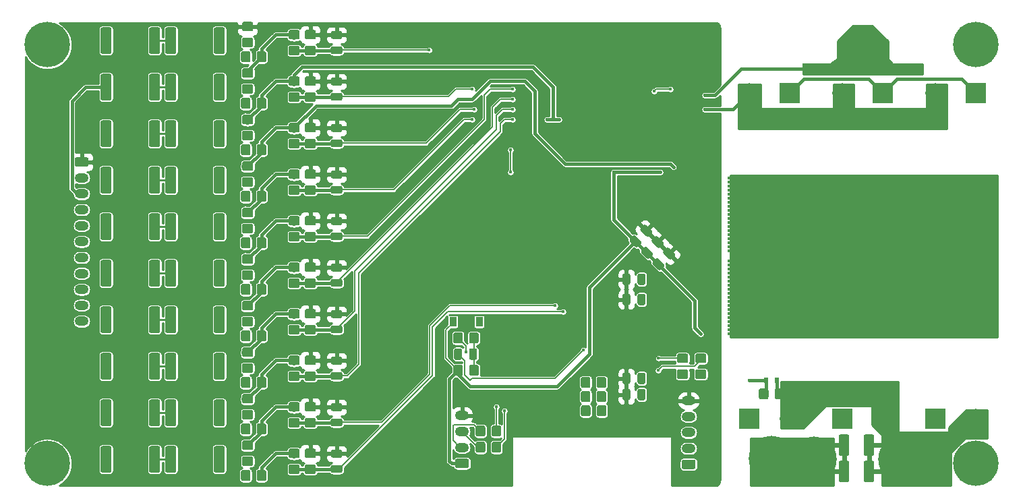
<source format=gbl>
G04 #@! TF.GenerationSoftware,KiCad,Pcbnew,(5.1.10)-1*
G04 #@! TF.CreationDate,2021-09-07T10:06:12+02:00*
G04 #@! TF.ProjectId,GatzBMS,4761747a-424d-4532-9e6b-696361645f70,rev?*
G04 #@! TF.SameCoordinates,Original*
G04 #@! TF.FileFunction,Copper,L2,Bot*
G04 #@! TF.FilePolarity,Positive*
%FSLAX46Y46*%
G04 Gerber Fmt 4.6, Leading zero omitted, Abs format (unit mm)*
G04 Created by KiCad (PCBNEW (5.1.10)-1) date 2021-09-07 10:06:12*
%MOMM*%
%LPD*%
G01*
G04 APERTURE LIST*
G04 #@! TA.AperFunction,ComponentPad*
%ADD10O,1.750000X1.200000*%
G04 #@! TD*
G04 #@! TA.AperFunction,ConnectorPad*
%ADD11C,5.700000*%
G04 #@! TD*
G04 #@! TA.AperFunction,ComponentPad*
%ADD12C,3.600000*%
G04 #@! TD*
G04 #@! TA.AperFunction,ComponentPad*
%ADD13R,2.500000X2.500000*%
G04 #@! TD*
G04 #@! TA.AperFunction,ComponentPad*
%ADD14O,2.500000X2.500000*%
G04 #@! TD*
G04 #@! TA.AperFunction,SMDPad,CuDef*
%ADD15R,0.600000X0.700000*%
G04 #@! TD*
G04 #@! TA.AperFunction,SMDPad,CuDef*
%ADD16R,0.900000X1.200000*%
G04 #@! TD*
G04 #@! TA.AperFunction,ViaPad*
%ADD17C,0.400000*%
G04 #@! TD*
G04 #@! TA.AperFunction,Conductor*
%ADD18C,0.400000*%
G04 #@! TD*
G04 #@! TA.AperFunction,Conductor*
%ADD19C,0.200000*%
G04 #@! TD*
G04 #@! TA.AperFunction,Conductor*
%ADD20C,0.250000*%
G04 #@! TD*
G04 #@! TA.AperFunction,Conductor*
%ADD21C,0.600000*%
G04 #@! TD*
G04 #@! TA.AperFunction,Conductor*
%ADD22C,0.100000*%
G04 #@! TD*
G04 #@! TA.AperFunction,Conductor*
%ADD23C,0.254000*%
G04 #@! TD*
G04 APERTURE END LIST*
G04 #@! TA.AperFunction,SMDPad,CuDef*
G36*
G01*
X367422000Y-167470001D02*
X367422000Y-165269999D01*
G75*
G02*
X367671999Y-165020000I249999J0D01*
G01*
X368497001Y-165020000D01*
G75*
G02*
X368747000Y-165269999I0J-249999D01*
G01*
X368747000Y-167470001D01*
G75*
G02*
X368497001Y-167720000I-249999J0D01*
G01*
X367671999Y-167720000D01*
G75*
G02*
X367422000Y-167470001I0J249999D01*
G01*
G37*
G04 #@! TD.AperFunction*
G04 #@! TA.AperFunction,SMDPad,CuDef*
G36*
G01*
X364297000Y-167470001D02*
X364297000Y-165269999D01*
G75*
G02*
X364546999Y-165020000I249999J0D01*
G01*
X365372001Y-165020000D01*
G75*
G02*
X365622000Y-165269999I0J-249999D01*
G01*
X365622000Y-167470001D01*
G75*
G02*
X365372001Y-167720000I-249999J0D01*
G01*
X364546999Y-167720000D01*
G75*
G02*
X364297000Y-167470001I0J249999D01*
G01*
G37*
G04 #@! TD.AperFunction*
G04 #@! TA.AperFunction,SMDPad,CuDef*
G36*
G01*
X367422000Y-164168001D02*
X367422000Y-161967999D01*
G75*
G02*
X367671999Y-161718000I249999J0D01*
G01*
X368497001Y-161718000D01*
G75*
G02*
X368747000Y-161967999I0J-249999D01*
G01*
X368747000Y-164168001D01*
G75*
G02*
X368497001Y-164418000I-249999J0D01*
G01*
X367671999Y-164418000D01*
G75*
G02*
X367422000Y-164168001I0J249999D01*
G01*
G37*
G04 #@! TD.AperFunction*
G04 #@! TA.AperFunction,SMDPad,CuDef*
G36*
G01*
X364297000Y-164168001D02*
X364297000Y-161967999D01*
G75*
G02*
X364546999Y-161718000I249999J0D01*
G01*
X365372001Y-161718000D01*
G75*
G02*
X365622000Y-161967999I0J-249999D01*
G01*
X365622000Y-164168001D01*
G75*
G02*
X365372001Y-164418000I-249999J0D01*
G01*
X364546999Y-164418000D01*
G75*
G02*
X364297000Y-164168001I0J249999D01*
G01*
G37*
G04 #@! TD.AperFunction*
D10*
X345440000Y-157480000D03*
X345440000Y-159480000D03*
X345440000Y-161480000D03*
X345440000Y-163480000D03*
G04 #@! TA.AperFunction,ComponentPad*
G36*
G01*
X346065001Y-166080000D02*
X344814999Y-166080000D01*
G75*
G02*
X344565000Y-165830001I0J249999D01*
G01*
X344565000Y-165129999D01*
G75*
G02*
X344814999Y-164880000I249999J0D01*
G01*
X346065001Y-164880000D01*
G75*
G02*
X346315000Y-165129999I0J-249999D01*
G01*
X346315000Y-165830001D01*
G75*
G02*
X346065001Y-166080000I-249999J0D01*
G01*
G37*
G04 #@! TD.AperFunction*
G04 #@! TA.AperFunction,SMDPad,CuDef*
G36*
G01*
X333902000Y-157422001D02*
X333902000Y-156521999D01*
G75*
G02*
X334151999Y-156272000I249999J0D01*
G01*
X334852001Y-156272000D01*
G75*
G02*
X335102000Y-156521999I0J-249999D01*
G01*
X335102000Y-157422001D01*
G75*
G02*
X334852001Y-157672000I-249999J0D01*
G01*
X334151999Y-157672000D01*
G75*
G02*
X333902000Y-157422001I0J249999D01*
G01*
G37*
G04 #@! TD.AperFunction*
G04 #@! TA.AperFunction,SMDPad,CuDef*
G36*
G01*
X331902000Y-157422001D02*
X331902000Y-156521999D01*
G75*
G02*
X332151999Y-156272000I249999J0D01*
G01*
X332852001Y-156272000D01*
G75*
G02*
X333102000Y-156521999I0J-249999D01*
G01*
X333102000Y-157422001D01*
G75*
G02*
X332852001Y-157672000I-249999J0D01*
G01*
X332151999Y-157672000D01*
G75*
G02*
X331902000Y-157422001I0J249999D01*
G01*
G37*
G04 #@! TD.AperFunction*
G04 #@! TA.AperFunction,SMDPad,CuDef*
G36*
G01*
X333902000Y-155644001D02*
X333902000Y-154743999D01*
G75*
G02*
X334151999Y-154494000I249999J0D01*
G01*
X334852001Y-154494000D01*
G75*
G02*
X335102000Y-154743999I0J-249999D01*
G01*
X335102000Y-155644001D01*
G75*
G02*
X334852001Y-155894000I-249999J0D01*
G01*
X334151999Y-155894000D01*
G75*
G02*
X333902000Y-155644001I0J249999D01*
G01*
G37*
G04 #@! TD.AperFunction*
G04 #@! TA.AperFunction,SMDPad,CuDef*
G36*
G01*
X331902000Y-155644001D02*
X331902000Y-154743999D01*
G75*
G02*
X332151999Y-154494000I249999J0D01*
G01*
X332852001Y-154494000D01*
G75*
G02*
X333102000Y-154743999I0J-249999D01*
G01*
X333102000Y-155644001D01*
G75*
G02*
X332852001Y-155894000I-249999J0D01*
G01*
X332151999Y-155894000D01*
G75*
G02*
X331902000Y-155644001I0J249999D01*
G01*
G37*
G04 #@! TD.AperFunction*
G04 #@! TA.AperFunction,SMDPad,CuDef*
G36*
G01*
X333918000Y-159200001D02*
X333918000Y-158299999D01*
G75*
G02*
X334167999Y-158050000I249999J0D01*
G01*
X334868001Y-158050000D01*
G75*
G02*
X335118000Y-158299999I0J-249999D01*
G01*
X335118000Y-159200001D01*
G75*
G02*
X334868001Y-159450000I-249999J0D01*
G01*
X334167999Y-159450000D01*
G75*
G02*
X333918000Y-159200001I0J249999D01*
G01*
G37*
G04 #@! TD.AperFunction*
G04 #@! TA.AperFunction,SMDPad,CuDef*
G36*
G01*
X331918000Y-159200001D02*
X331918000Y-158299999D01*
G75*
G02*
X332167999Y-158050000I249999J0D01*
G01*
X332868001Y-158050000D01*
G75*
G02*
X333118000Y-158299999I0J-249999D01*
G01*
X333118000Y-159200001D01*
G75*
G02*
X332868001Y-159450000I-249999J0D01*
G01*
X332167999Y-159450000D01*
G75*
G02*
X331918000Y-159200001I0J249999D01*
G01*
G37*
G04 #@! TD.AperFunction*
D11*
X381508000Y-165354000D03*
D12*
X381508000Y-165354000D03*
D11*
X381508000Y-112776000D03*
D12*
X381508000Y-112776000D03*
D11*
X264922000Y-165354000D03*
D12*
X264922000Y-165354000D03*
D11*
X264922000Y-112776000D03*
D12*
X264922000Y-112776000D03*
D11*
X355840000Y-164766000D03*
D12*
X355840000Y-164766000D03*
D11*
X361188000Y-164846000D03*
D12*
X361188000Y-164846000D03*
D13*
X358140000Y-118872000D03*
D14*
X353060000Y-118872000D03*
D13*
X381508000Y-118872000D03*
D14*
X376428000Y-118872000D03*
D13*
X369824000Y-118872000D03*
D14*
X364744000Y-118872000D03*
G04 #@! TA.AperFunction,SMDPad,CuDef*
G36*
G01*
X356270000Y-157074001D02*
X356270000Y-156173999D01*
G75*
G02*
X356519999Y-155924000I249999J0D01*
G01*
X357220001Y-155924000D01*
G75*
G02*
X357470000Y-156173999I0J-249999D01*
G01*
X357470000Y-157074001D01*
G75*
G02*
X357220001Y-157324000I-249999J0D01*
G01*
X356519999Y-157324000D01*
G75*
G02*
X356270000Y-157074001I0J249999D01*
G01*
G37*
G04 #@! TD.AperFunction*
G04 #@! TA.AperFunction,SMDPad,CuDef*
G36*
G01*
X354270000Y-157074001D02*
X354270000Y-156173999D01*
G75*
G02*
X354519999Y-155924000I249999J0D01*
G01*
X355220001Y-155924000D01*
G75*
G02*
X355470000Y-156173999I0J-249999D01*
G01*
X355470000Y-157074001D01*
G75*
G02*
X355220001Y-157324000I-249999J0D01*
G01*
X354519999Y-157324000D01*
G75*
G02*
X354270000Y-157074001I0J249999D01*
G01*
G37*
G04 #@! TD.AperFunction*
D15*
X355154000Y-154940000D03*
X356554000Y-154940000D03*
D16*
X319150000Y-147574000D03*
X315850000Y-147574000D03*
D13*
X353060000Y-159766000D03*
D14*
X358140000Y-159766000D03*
G04 #@! TA.AperFunction,SMDPad,CuDef*
G36*
G01*
X298392001Y-166700000D02*
X297491999Y-166700000D01*
G75*
G02*
X297242000Y-166450001I0J249999D01*
G01*
X297242000Y-165749999D01*
G75*
G02*
X297491999Y-165500000I249999J0D01*
G01*
X298392001Y-165500000D01*
G75*
G02*
X298642000Y-165749999I0J-249999D01*
G01*
X298642000Y-166450001D01*
G75*
G02*
X298392001Y-166700000I-249999J0D01*
G01*
G37*
G04 #@! TD.AperFunction*
G04 #@! TA.AperFunction,SMDPad,CuDef*
G36*
G01*
X298392001Y-164700000D02*
X297491999Y-164700000D01*
G75*
G02*
X297242000Y-164450001I0J249999D01*
G01*
X297242000Y-163749999D01*
G75*
G02*
X297491999Y-163500000I249999J0D01*
G01*
X298392001Y-163500000D01*
G75*
G02*
X298642000Y-163749999I0J-249999D01*
G01*
X298642000Y-164450001D01*
G75*
G02*
X298392001Y-164700000I-249999J0D01*
G01*
G37*
G04 #@! TD.AperFunction*
G04 #@! TA.AperFunction,SMDPad,CuDef*
G36*
G01*
X295459999Y-163500000D02*
X296360001Y-163500000D01*
G75*
G02*
X296610000Y-163749999I0J-249999D01*
G01*
X296610000Y-164450001D01*
G75*
G02*
X296360001Y-164700000I-249999J0D01*
G01*
X295459999Y-164700000D01*
G75*
G02*
X295210000Y-164450001I0J249999D01*
G01*
X295210000Y-163749999D01*
G75*
G02*
X295459999Y-163500000I249999J0D01*
G01*
G37*
G04 #@! TD.AperFunction*
G04 #@! TA.AperFunction,SMDPad,CuDef*
G36*
G01*
X295459999Y-165500000D02*
X296360001Y-165500000D01*
G75*
G02*
X296610000Y-165749999I0J-249999D01*
G01*
X296610000Y-166450001D01*
G75*
G02*
X296360001Y-166700000I-249999J0D01*
G01*
X295459999Y-166700000D01*
G75*
G02*
X295210000Y-166450001I0J249999D01*
G01*
X295210000Y-165749999D01*
G75*
G02*
X295459999Y-165500000I249999J0D01*
G01*
G37*
G04 #@! TD.AperFunction*
G04 #@! TA.AperFunction,SMDPad,CuDef*
G36*
G01*
X279714000Y-166271001D02*
X279714000Y-163420999D01*
G75*
G02*
X279963999Y-163171000I249999J0D01*
G01*
X280864001Y-163171000D01*
G75*
G02*
X281114000Y-163420999I0J-249999D01*
G01*
X281114000Y-166271001D01*
G75*
G02*
X280864001Y-166521000I-249999J0D01*
G01*
X279963999Y-166521000D01*
G75*
G02*
X279714000Y-166271001I0J249999D01*
G01*
G37*
G04 #@! TD.AperFunction*
G04 #@! TA.AperFunction,SMDPad,CuDef*
G36*
G01*
X285814000Y-166271001D02*
X285814000Y-163420999D01*
G75*
G02*
X286063999Y-163171000I249999J0D01*
G01*
X286964001Y-163171000D01*
G75*
G02*
X287214000Y-163420999I0J-249999D01*
G01*
X287214000Y-166271001D01*
G75*
G02*
X286964001Y-166521000I-249999J0D01*
G01*
X286063999Y-166521000D01*
G75*
G02*
X285814000Y-166271001I0J249999D01*
G01*
G37*
G04 #@! TD.AperFunction*
G04 #@! TA.AperFunction,SMDPad,CuDef*
G36*
G01*
X271586000Y-166271001D02*
X271586000Y-163420999D01*
G75*
G02*
X271835999Y-163171000I249999J0D01*
G01*
X272736001Y-163171000D01*
G75*
G02*
X272986000Y-163420999I0J-249999D01*
G01*
X272986000Y-166271001D01*
G75*
G02*
X272736001Y-166521000I-249999J0D01*
G01*
X271835999Y-166521000D01*
G75*
G02*
X271586000Y-166271001I0J249999D01*
G01*
G37*
G04 #@! TD.AperFunction*
G04 #@! TA.AperFunction,SMDPad,CuDef*
G36*
G01*
X277686000Y-166271001D02*
X277686000Y-163420999D01*
G75*
G02*
X277935999Y-163171000I249999J0D01*
G01*
X278836001Y-163171000D01*
G75*
G02*
X279086000Y-163420999I0J-249999D01*
G01*
X279086000Y-166271001D01*
G75*
G02*
X278836001Y-166521000I-249999J0D01*
G01*
X277935999Y-166521000D01*
G75*
G02*
X277686000Y-166271001I0J249999D01*
G01*
G37*
G04 #@! TD.AperFunction*
G04 #@! TA.AperFunction,SMDPad,CuDef*
G36*
G01*
X289617999Y-162484000D02*
X290518001Y-162484000D01*
G75*
G02*
X290768000Y-162733999I0J-249999D01*
G01*
X290768000Y-163434001D01*
G75*
G02*
X290518001Y-163684000I-249999J0D01*
G01*
X289617999Y-163684000D01*
G75*
G02*
X289368000Y-163434001I0J249999D01*
G01*
X289368000Y-162733999D01*
G75*
G02*
X289617999Y-162484000I249999J0D01*
G01*
G37*
G04 #@! TD.AperFunction*
G04 #@! TA.AperFunction,SMDPad,CuDef*
G36*
G01*
X289617999Y-164484000D02*
X290518001Y-164484000D01*
G75*
G02*
X290768000Y-164733999I0J-249999D01*
G01*
X290768000Y-165434001D01*
G75*
G02*
X290518001Y-165684000I-249999J0D01*
G01*
X289617999Y-165684000D01*
G75*
G02*
X289368000Y-165434001I0J249999D01*
G01*
X289368000Y-164733999D01*
G75*
G02*
X289617999Y-164484000I249999J0D01*
G01*
G37*
G04 #@! TD.AperFunction*
G04 #@! TA.AperFunction,SMDPad,CuDef*
G36*
G01*
X292430000Y-166427999D02*
X292430000Y-167328001D01*
G75*
G02*
X292180001Y-167578000I-249999J0D01*
G01*
X291479999Y-167578000D01*
G75*
G02*
X291230000Y-167328001I0J249999D01*
G01*
X291230000Y-166427999D01*
G75*
G02*
X291479999Y-166178000I249999J0D01*
G01*
X292180001Y-166178000D01*
G75*
G02*
X292430000Y-166427999I0J-249999D01*
G01*
G37*
G04 #@! TD.AperFunction*
G04 #@! TA.AperFunction,SMDPad,CuDef*
G36*
G01*
X290430000Y-166427999D02*
X290430000Y-167328001D01*
G75*
G02*
X290180001Y-167578000I-249999J0D01*
G01*
X289479999Y-167578000D01*
G75*
G02*
X289230000Y-167328001I0J249999D01*
G01*
X289230000Y-166427999D01*
G75*
G02*
X289479999Y-166178000I249999J0D01*
G01*
X290180001Y-166178000D01*
G75*
G02*
X290430000Y-166427999I0J-249999D01*
G01*
G37*
G04 #@! TD.AperFunction*
G04 #@! TA.AperFunction,SMDPad,CuDef*
G36*
G01*
X298392001Y-158858000D02*
X297491999Y-158858000D01*
G75*
G02*
X297242000Y-158608001I0J249999D01*
G01*
X297242000Y-157907999D01*
G75*
G02*
X297491999Y-157658000I249999J0D01*
G01*
X298392001Y-157658000D01*
G75*
G02*
X298642000Y-157907999I0J-249999D01*
G01*
X298642000Y-158608001D01*
G75*
G02*
X298392001Y-158858000I-249999J0D01*
G01*
G37*
G04 #@! TD.AperFunction*
G04 #@! TA.AperFunction,SMDPad,CuDef*
G36*
G01*
X298392001Y-160858000D02*
X297491999Y-160858000D01*
G75*
G02*
X297242000Y-160608001I0J249999D01*
G01*
X297242000Y-159907999D01*
G75*
G02*
X297491999Y-159658000I249999J0D01*
G01*
X298392001Y-159658000D01*
G75*
G02*
X298642000Y-159907999I0J-249999D01*
G01*
X298642000Y-160608001D01*
G75*
G02*
X298392001Y-160858000I-249999J0D01*
G01*
G37*
G04 #@! TD.AperFunction*
G04 #@! TA.AperFunction,SMDPad,CuDef*
G36*
G01*
X295459999Y-159658000D02*
X296360001Y-159658000D01*
G75*
G02*
X296610000Y-159907999I0J-249999D01*
G01*
X296610000Y-160608001D01*
G75*
G02*
X296360001Y-160858000I-249999J0D01*
G01*
X295459999Y-160858000D01*
G75*
G02*
X295210000Y-160608001I0J249999D01*
G01*
X295210000Y-159907999D01*
G75*
G02*
X295459999Y-159658000I249999J0D01*
G01*
G37*
G04 #@! TD.AperFunction*
G04 #@! TA.AperFunction,SMDPad,CuDef*
G36*
G01*
X295459999Y-157658000D02*
X296360001Y-157658000D01*
G75*
G02*
X296610000Y-157907999I0J-249999D01*
G01*
X296610000Y-158608001D01*
G75*
G02*
X296360001Y-158858000I-249999J0D01*
G01*
X295459999Y-158858000D01*
G75*
G02*
X295210000Y-158608001I0J249999D01*
G01*
X295210000Y-157907999D01*
G75*
G02*
X295459999Y-157658000I249999J0D01*
G01*
G37*
G04 #@! TD.AperFunction*
G04 #@! TA.AperFunction,SMDPad,CuDef*
G36*
G01*
X285814000Y-160429001D02*
X285814000Y-157578999D01*
G75*
G02*
X286063999Y-157329000I249999J0D01*
G01*
X286964001Y-157329000D01*
G75*
G02*
X287214000Y-157578999I0J-249999D01*
G01*
X287214000Y-160429001D01*
G75*
G02*
X286964001Y-160679000I-249999J0D01*
G01*
X286063999Y-160679000D01*
G75*
G02*
X285814000Y-160429001I0J249999D01*
G01*
G37*
G04 #@! TD.AperFunction*
G04 #@! TA.AperFunction,SMDPad,CuDef*
G36*
G01*
X279714000Y-160429001D02*
X279714000Y-157578999D01*
G75*
G02*
X279963999Y-157329000I249999J0D01*
G01*
X280864001Y-157329000D01*
G75*
G02*
X281114000Y-157578999I0J-249999D01*
G01*
X281114000Y-160429001D01*
G75*
G02*
X280864001Y-160679000I-249999J0D01*
G01*
X279963999Y-160679000D01*
G75*
G02*
X279714000Y-160429001I0J249999D01*
G01*
G37*
G04 #@! TD.AperFunction*
G04 #@! TA.AperFunction,SMDPad,CuDef*
G36*
G01*
X277686000Y-160429001D02*
X277686000Y-157578999D01*
G75*
G02*
X277935999Y-157329000I249999J0D01*
G01*
X278836001Y-157329000D01*
G75*
G02*
X279086000Y-157578999I0J-249999D01*
G01*
X279086000Y-160429001D01*
G75*
G02*
X278836001Y-160679000I-249999J0D01*
G01*
X277935999Y-160679000D01*
G75*
G02*
X277686000Y-160429001I0J249999D01*
G01*
G37*
G04 #@! TD.AperFunction*
G04 #@! TA.AperFunction,SMDPad,CuDef*
G36*
G01*
X271586000Y-160429001D02*
X271586000Y-157578999D01*
G75*
G02*
X271835999Y-157329000I249999J0D01*
G01*
X272736001Y-157329000D01*
G75*
G02*
X272986000Y-157578999I0J-249999D01*
G01*
X272986000Y-160429001D01*
G75*
G02*
X272736001Y-160679000I-249999J0D01*
G01*
X271835999Y-160679000D01*
G75*
G02*
X271586000Y-160429001I0J249999D01*
G01*
G37*
G04 #@! TD.AperFunction*
G04 #@! TA.AperFunction,SMDPad,CuDef*
G36*
G01*
X289617999Y-158642000D02*
X290518001Y-158642000D01*
G75*
G02*
X290768000Y-158891999I0J-249999D01*
G01*
X290768000Y-159592001D01*
G75*
G02*
X290518001Y-159842000I-249999J0D01*
G01*
X289617999Y-159842000D01*
G75*
G02*
X289368000Y-159592001I0J249999D01*
G01*
X289368000Y-158891999D01*
G75*
G02*
X289617999Y-158642000I249999J0D01*
G01*
G37*
G04 #@! TD.AperFunction*
G04 #@! TA.AperFunction,SMDPad,CuDef*
G36*
G01*
X289617999Y-156642000D02*
X290518001Y-156642000D01*
G75*
G02*
X290768000Y-156891999I0J-249999D01*
G01*
X290768000Y-157592001D01*
G75*
G02*
X290518001Y-157842000I-249999J0D01*
G01*
X289617999Y-157842000D01*
G75*
G02*
X289368000Y-157592001I0J249999D01*
G01*
X289368000Y-156891999D01*
G75*
G02*
X289617999Y-156642000I249999J0D01*
G01*
G37*
G04 #@! TD.AperFunction*
G04 #@! TA.AperFunction,SMDPad,CuDef*
G36*
G01*
X290430000Y-160585999D02*
X290430000Y-161486001D01*
G75*
G02*
X290180001Y-161736000I-249999J0D01*
G01*
X289479999Y-161736000D01*
G75*
G02*
X289230000Y-161486001I0J249999D01*
G01*
X289230000Y-160585999D01*
G75*
G02*
X289479999Y-160336000I249999J0D01*
G01*
X290180001Y-160336000D01*
G75*
G02*
X290430000Y-160585999I0J-249999D01*
G01*
G37*
G04 #@! TD.AperFunction*
G04 #@! TA.AperFunction,SMDPad,CuDef*
G36*
G01*
X292430000Y-160585999D02*
X292430000Y-161486001D01*
G75*
G02*
X292180001Y-161736000I-249999J0D01*
G01*
X291479999Y-161736000D01*
G75*
G02*
X291230000Y-161486001I0J249999D01*
G01*
X291230000Y-160585999D01*
G75*
G02*
X291479999Y-160336000I249999J0D01*
G01*
X292180001Y-160336000D01*
G75*
G02*
X292430000Y-160585999I0J-249999D01*
G01*
G37*
G04 #@! TD.AperFunction*
G04 #@! TA.AperFunction,SMDPad,CuDef*
G36*
G01*
X298392001Y-153016000D02*
X297491999Y-153016000D01*
G75*
G02*
X297242000Y-152766001I0J249999D01*
G01*
X297242000Y-152065999D01*
G75*
G02*
X297491999Y-151816000I249999J0D01*
G01*
X298392001Y-151816000D01*
G75*
G02*
X298642000Y-152065999I0J-249999D01*
G01*
X298642000Y-152766001D01*
G75*
G02*
X298392001Y-153016000I-249999J0D01*
G01*
G37*
G04 #@! TD.AperFunction*
G04 #@! TA.AperFunction,SMDPad,CuDef*
G36*
G01*
X298392001Y-155016000D02*
X297491999Y-155016000D01*
G75*
G02*
X297242000Y-154766001I0J249999D01*
G01*
X297242000Y-154065999D01*
G75*
G02*
X297491999Y-153816000I249999J0D01*
G01*
X298392001Y-153816000D01*
G75*
G02*
X298642000Y-154065999I0J-249999D01*
G01*
X298642000Y-154766001D01*
G75*
G02*
X298392001Y-155016000I-249999J0D01*
G01*
G37*
G04 #@! TD.AperFunction*
G04 #@! TA.AperFunction,SMDPad,CuDef*
G36*
G01*
X295459999Y-153816000D02*
X296360001Y-153816000D01*
G75*
G02*
X296610000Y-154065999I0J-249999D01*
G01*
X296610000Y-154766001D01*
G75*
G02*
X296360001Y-155016000I-249999J0D01*
G01*
X295459999Y-155016000D01*
G75*
G02*
X295210000Y-154766001I0J249999D01*
G01*
X295210000Y-154065999D01*
G75*
G02*
X295459999Y-153816000I249999J0D01*
G01*
G37*
G04 #@! TD.AperFunction*
G04 #@! TA.AperFunction,SMDPad,CuDef*
G36*
G01*
X295459999Y-151816000D02*
X296360001Y-151816000D01*
G75*
G02*
X296610000Y-152065999I0J-249999D01*
G01*
X296610000Y-152766001D01*
G75*
G02*
X296360001Y-153016000I-249999J0D01*
G01*
X295459999Y-153016000D01*
G75*
G02*
X295210000Y-152766001I0J249999D01*
G01*
X295210000Y-152065999D01*
G75*
G02*
X295459999Y-151816000I249999J0D01*
G01*
G37*
G04 #@! TD.AperFunction*
G04 #@! TA.AperFunction,SMDPad,CuDef*
G36*
G01*
X285814000Y-154587001D02*
X285814000Y-151736999D01*
G75*
G02*
X286063999Y-151487000I249999J0D01*
G01*
X286964001Y-151487000D01*
G75*
G02*
X287214000Y-151736999I0J-249999D01*
G01*
X287214000Y-154587001D01*
G75*
G02*
X286964001Y-154837000I-249999J0D01*
G01*
X286063999Y-154837000D01*
G75*
G02*
X285814000Y-154587001I0J249999D01*
G01*
G37*
G04 #@! TD.AperFunction*
G04 #@! TA.AperFunction,SMDPad,CuDef*
G36*
G01*
X279714000Y-154587001D02*
X279714000Y-151736999D01*
G75*
G02*
X279963999Y-151487000I249999J0D01*
G01*
X280864001Y-151487000D01*
G75*
G02*
X281114000Y-151736999I0J-249999D01*
G01*
X281114000Y-154587001D01*
G75*
G02*
X280864001Y-154837000I-249999J0D01*
G01*
X279963999Y-154837000D01*
G75*
G02*
X279714000Y-154587001I0J249999D01*
G01*
G37*
G04 #@! TD.AperFunction*
G04 #@! TA.AperFunction,SMDPad,CuDef*
G36*
G01*
X277686000Y-154587001D02*
X277686000Y-151736999D01*
G75*
G02*
X277935999Y-151487000I249999J0D01*
G01*
X278836001Y-151487000D01*
G75*
G02*
X279086000Y-151736999I0J-249999D01*
G01*
X279086000Y-154587001D01*
G75*
G02*
X278836001Y-154837000I-249999J0D01*
G01*
X277935999Y-154837000D01*
G75*
G02*
X277686000Y-154587001I0J249999D01*
G01*
G37*
G04 #@! TD.AperFunction*
G04 #@! TA.AperFunction,SMDPad,CuDef*
G36*
G01*
X271586000Y-154587001D02*
X271586000Y-151736999D01*
G75*
G02*
X271835999Y-151487000I249999J0D01*
G01*
X272736001Y-151487000D01*
G75*
G02*
X272986000Y-151736999I0J-249999D01*
G01*
X272986000Y-154587001D01*
G75*
G02*
X272736001Y-154837000I-249999J0D01*
G01*
X271835999Y-154837000D01*
G75*
G02*
X271586000Y-154587001I0J249999D01*
G01*
G37*
G04 #@! TD.AperFunction*
G04 #@! TA.AperFunction,SMDPad,CuDef*
G36*
G01*
X289617999Y-152800000D02*
X290518001Y-152800000D01*
G75*
G02*
X290768000Y-153049999I0J-249999D01*
G01*
X290768000Y-153750001D01*
G75*
G02*
X290518001Y-154000000I-249999J0D01*
G01*
X289617999Y-154000000D01*
G75*
G02*
X289368000Y-153750001I0J249999D01*
G01*
X289368000Y-153049999D01*
G75*
G02*
X289617999Y-152800000I249999J0D01*
G01*
G37*
G04 #@! TD.AperFunction*
G04 #@! TA.AperFunction,SMDPad,CuDef*
G36*
G01*
X289617999Y-150800000D02*
X290518001Y-150800000D01*
G75*
G02*
X290768000Y-151049999I0J-249999D01*
G01*
X290768000Y-151750001D01*
G75*
G02*
X290518001Y-152000000I-249999J0D01*
G01*
X289617999Y-152000000D01*
G75*
G02*
X289368000Y-151750001I0J249999D01*
G01*
X289368000Y-151049999D01*
G75*
G02*
X289617999Y-150800000I249999J0D01*
G01*
G37*
G04 #@! TD.AperFunction*
G04 #@! TA.AperFunction,SMDPad,CuDef*
G36*
G01*
X290430000Y-154743999D02*
X290430000Y-155644001D01*
G75*
G02*
X290180001Y-155894000I-249999J0D01*
G01*
X289479999Y-155894000D01*
G75*
G02*
X289230000Y-155644001I0J249999D01*
G01*
X289230000Y-154743999D01*
G75*
G02*
X289479999Y-154494000I249999J0D01*
G01*
X290180001Y-154494000D01*
G75*
G02*
X290430000Y-154743999I0J-249999D01*
G01*
G37*
G04 #@! TD.AperFunction*
G04 #@! TA.AperFunction,SMDPad,CuDef*
G36*
G01*
X292430000Y-154743999D02*
X292430000Y-155644001D01*
G75*
G02*
X292180001Y-155894000I-249999J0D01*
G01*
X291479999Y-155894000D01*
G75*
G02*
X291230000Y-155644001I0J249999D01*
G01*
X291230000Y-154743999D01*
G75*
G02*
X291479999Y-154494000I249999J0D01*
G01*
X292180001Y-154494000D01*
G75*
G02*
X292430000Y-154743999I0J-249999D01*
G01*
G37*
G04 #@! TD.AperFunction*
G04 #@! TA.AperFunction,SMDPad,CuDef*
G36*
G01*
X298392001Y-147174000D02*
X297491999Y-147174000D01*
G75*
G02*
X297242000Y-146924001I0J249999D01*
G01*
X297242000Y-146223999D01*
G75*
G02*
X297491999Y-145974000I249999J0D01*
G01*
X298392001Y-145974000D01*
G75*
G02*
X298642000Y-146223999I0J-249999D01*
G01*
X298642000Y-146924001D01*
G75*
G02*
X298392001Y-147174000I-249999J0D01*
G01*
G37*
G04 #@! TD.AperFunction*
G04 #@! TA.AperFunction,SMDPad,CuDef*
G36*
G01*
X298392001Y-149174000D02*
X297491999Y-149174000D01*
G75*
G02*
X297242000Y-148924001I0J249999D01*
G01*
X297242000Y-148223999D01*
G75*
G02*
X297491999Y-147974000I249999J0D01*
G01*
X298392001Y-147974000D01*
G75*
G02*
X298642000Y-148223999I0J-249999D01*
G01*
X298642000Y-148924001D01*
G75*
G02*
X298392001Y-149174000I-249999J0D01*
G01*
G37*
G04 #@! TD.AperFunction*
G04 #@! TA.AperFunction,SMDPad,CuDef*
G36*
G01*
X295459999Y-147974000D02*
X296360001Y-147974000D01*
G75*
G02*
X296610000Y-148223999I0J-249999D01*
G01*
X296610000Y-148924001D01*
G75*
G02*
X296360001Y-149174000I-249999J0D01*
G01*
X295459999Y-149174000D01*
G75*
G02*
X295210000Y-148924001I0J249999D01*
G01*
X295210000Y-148223999D01*
G75*
G02*
X295459999Y-147974000I249999J0D01*
G01*
G37*
G04 #@! TD.AperFunction*
G04 #@! TA.AperFunction,SMDPad,CuDef*
G36*
G01*
X295459999Y-145974000D02*
X296360001Y-145974000D01*
G75*
G02*
X296610000Y-146223999I0J-249999D01*
G01*
X296610000Y-146924001D01*
G75*
G02*
X296360001Y-147174000I-249999J0D01*
G01*
X295459999Y-147174000D01*
G75*
G02*
X295210000Y-146924001I0J249999D01*
G01*
X295210000Y-146223999D01*
G75*
G02*
X295459999Y-145974000I249999J0D01*
G01*
G37*
G04 #@! TD.AperFunction*
G04 #@! TA.AperFunction,SMDPad,CuDef*
G36*
G01*
X285814000Y-148745001D02*
X285814000Y-145894999D01*
G75*
G02*
X286063999Y-145645000I249999J0D01*
G01*
X286964001Y-145645000D01*
G75*
G02*
X287214000Y-145894999I0J-249999D01*
G01*
X287214000Y-148745001D01*
G75*
G02*
X286964001Y-148995000I-249999J0D01*
G01*
X286063999Y-148995000D01*
G75*
G02*
X285814000Y-148745001I0J249999D01*
G01*
G37*
G04 #@! TD.AperFunction*
G04 #@! TA.AperFunction,SMDPad,CuDef*
G36*
G01*
X279714000Y-148745001D02*
X279714000Y-145894999D01*
G75*
G02*
X279963999Y-145645000I249999J0D01*
G01*
X280864001Y-145645000D01*
G75*
G02*
X281114000Y-145894999I0J-249999D01*
G01*
X281114000Y-148745001D01*
G75*
G02*
X280864001Y-148995000I-249999J0D01*
G01*
X279963999Y-148995000D01*
G75*
G02*
X279714000Y-148745001I0J249999D01*
G01*
G37*
G04 #@! TD.AperFunction*
G04 #@! TA.AperFunction,SMDPad,CuDef*
G36*
G01*
X277686000Y-148745001D02*
X277686000Y-145894999D01*
G75*
G02*
X277935999Y-145645000I249999J0D01*
G01*
X278836001Y-145645000D01*
G75*
G02*
X279086000Y-145894999I0J-249999D01*
G01*
X279086000Y-148745001D01*
G75*
G02*
X278836001Y-148995000I-249999J0D01*
G01*
X277935999Y-148995000D01*
G75*
G02*
X277686000Y-148745001I0J249999D01*
G01*
G37*
G04 #@! TD.AperFunction*
G04 #@! TA.AperFunction,SMDPad,CuDef*
G36*
G01*
X271586000Y-148745001D02*
X271586000Y-145894999D01*
G75*
G02*
X271835999Y-145645000I249999J0D01*
G01*
X272736001Y-145645000D01*
G75*
G02*
X272986000Y-145894999I0J-249999D01*
G01*
X272986000Y-148745001D01*
G75*
G02*
X272736001Y-148995000I-249999J0D01*
G01*
X271835999Y-148995000D01*
G75*
G02*
X271586000Y-148745001I0J249999D01*
G01*
G37*
G04 #@! TD.AperFunction*
G04 #@! TA.AperFunction,SMDPad,CuDef*
G36*
G01*
X289617999Y-146958000D02*
X290518001Y-146958000D01*
G75*
G02*
X290768000Y-147207999I0J-249999D01*
G01*
X290768000Y-147908001D01*
G75*
G02*
X290518001Y-148158000I-249999J0D01*
G01*
X289617999Y-148158000D01*
G75*
G02*
X289368000Y-147908001I0J249999D01*
G01*
X289368000Y-147207999D01*
G75*
G02*
X289617999Y-146958000I249999J0D01*
G01*
G37*
G04 #@! TD.AperFunction*
G04 #@! TA.AperFunction,SMDPad,CuDef*
G36*
G01*
X289617999Y-144958000D02*
X290518001Y-144958000D01*
G75*
G02*
X290768000Y-145207999I0J-249999D01*
G01*
X290768000Y-145908001D01*
G75*
G02*
X290518001Y-146158000I-249999J0D01*
G01*
X289617999Y-146158000D01*
G75*
G02*
X289368000Y-145908001I0J249999D01*
G01*
X289368000Y-145207999D01*
G75*
G02*
X289617999Y-144958000I249999J0D01*
G01*
G37*
G04 #@! TD.AperFunction*
G04 #@! TA.AperFunction,SMDPad,CuDef*
G36*
G01*
X290430000Y-148901999D02*
X290430000Y-149802001D01*
G75*
G02*
X290180001Y-150052000I-249999J0D01*
G01*
X289479999Y-150052000D01*
G75*
G02*
X289230000Y-149802001I0J249999D01*
G01*
X289230000Y-148901999D01*
G75*
G02*
X289479999Y-148652000I249999J0D01*
G01*
X290180001Y-148652000D01*
G75*
G02*
X290430000Y-148901999I0J-249999D01*
G01*
G37*
G04 #@! TD.AperFunction*
G04 #@! TA.AperFunction,SMDPad,CuDef*
G36*
G01*
X292430000Y-148901999D02*
X292430000Y-149802001D01*
G75*
G02*
X292180001Y-150052000I-249999J0D01*
G01*
X291479999Y-150052000D01*
G75*
G02*
X291230000Y-149802001I0J249999D01*
G01*
X291230000Y-148901999D01*
G75*
G02*
X291479999Y-148652000I249999J0D01*
G01*
X292180001Y-148652000D01*
G75*
G02*
X292430000Y-148901999I0J-249999D01*
G01*
G37*
G04 #@! TD.AperFunction*
G04 #@! TA.AperFunction,SMDPad,CuDef*
G36*
G01*
X298392001Y-141332000D02*
X297491999Y-141332000D01*
G75*
G02*
X297242000Y-141082001I0J249999D01*
G01*
X297242000Y-140381999D01*
G75*
G02*
X297491999Y-140132000I249999J0D01*
G01*
X298392001Y-140132000D01*
G75*
G02*
X298642000Y-140381999I0J-249999D01*
G01*
X298642000Y-141082001D01*
G75*
G02*
X298392001Y-141332000I-249999J0D01*
G01*
G37*
G04 #@! TD.AperFunction*
G04 #@! TA.AperFunction,SMDPad,CuDef*
G36*
G01*
X298392001Y-143332000D02*
X297491999Y-143332000D01*
G75*
G02*
X297242000Y-143082001I0J249999D01*
G01*
X297242000Y-142381999D01*
G75*
G02*
X297491999Y-142132000I249999J0D01*
G01*
X298392001Y-142132000D01*
G75*
G02*
X298642000Y-142381999I0J-249999D01*
G01*
X298642000Y-143082001D01*
G75*
G02*
X298392001Y-143332000I-249999J0D01*
G01*
G37*
G04 #@! TD.AperFunction*
G04 #@! TA.AperFunction,SMDPad,CuDef*
G36*
G01*
X295459999Y-142132000D02*
X296360001Y-142132000D01*
G75*
G02*
X296610000Y-142381999I0J-249999D01*
G01*
X296610000Y-143082001D01*
G75*
G02*
X296360001Y-143332000I-249999J0D01*
G01*
X295459999Y-143332000D01*
G75*
G02*
X295210000Y-143082001I0J249999D01*
G01*
X295210000Y-142381999D01*
G75*
G02*
X295459999Y-142132000I249999J0D01*
G01*
G37*
G04 #@! TD.AperFunction*
G04 #@! TA.AperFunction,SMDPad,CuDef*
G36*
G01*
X295459999Y-140132000D02*
X296360001Y-140132000D01*
G75*
G02*
X296610000Y-140381999I0J-249999D01*
G01*
X296610000Y-141082001D01*
G75*
G02*
X296360001Y-141332000I-249999J0D01*
G01*
X295459999Y-141332000D01*
G75*
G02*
X295210000Y-141082001I0J249999D01*
G01*
X295210000Y-140381999D01*
G75*
G02*
X295459999Y-140132000I249999J0D01*
G01*
G37*
G04 #@! TD.AperFunction*
G04 #@! TA.AperFunction,SMDPad,CuDef*
G36*
G01*
X285814000Y-142903001D02*
X285814000Y-140052999D01*
G75*
G02*
X286063999Y-139803000I249999J0D01*
G01*
X286964001Y-139803000D01*
G75*
G02*
X287214000Y-140052999I0J-249999D01*
G01*
X287214000Y-142903001D01*
G75*
G02*
X286964001Y-143153000I-249999J0D01*
G01*
X286063999Y-143153000D01*
G75*
G02*
X285814000Y-142903001I0J249999D01*
G01*
G37*
G04 #@! TD.AperFunction*
G04 #@! TA.AperFunction,SMDPad,CuDef*
G36*
G01*
X279714000Y-142903001D02*
X279714000Y-140052999D01*
G75*
G02*
X279963999Y-139803000I249999J0D01*
G01*
X280864001Y-139803000D01*
G75*
G02*
X281114000Y-140052999I0J-249999D01*
G01*
X281114000Y-142903001D01*
G75*
G02*
X280864001Y-143153000I-249999J0D01*
G01*
X279963999Y-143153000D01*
G75*
G02*
X279714000Y-142903001I0J249999D01*
G01*
G37*
G04 #@! TD.AperFunction*
G04 #@! TA.AperFunction,SMDPad,CuDef*
G36*
G01*
X277686000Y-142903001D02*
X277686000Y-140052999D01*
G75*
G02*
X277935999Y-139803000I249999J0D01*
G01*
X278836001Y-139803000D01*
G75*
G02*
X279086000Y-140052999I0J-249999D01*
G01*
X279086000Y-142903001D01*
G75*
G02*
X278836001Y-143153000I-249999J0D01*
G01*
X277935999Y-143153000D01*
G75*
G02*
X277686000Y-142903001I0J249999D01*
G01*
G37*
G04 #@! TD.AperFunction*
G04 #@! TA.AperFunction,SMDPad,CuDef*
G36*
G01*
X271586000Y-142903001D02*
X271586000Y-140052999D01*
G75*
G02*
X271835999Y-139803000I249999J0D01*
G01*
X272736001Y-139803000D01*
G75*
G02*
X272986000Y-140052999I0J-249999D01*
G01*
X272986000Y-142903001D01*
G75*
G02*
X272736001Y-143153000I-249999J0D01*
G01*
X271835999Y-143153000D01*
G75*
G02*
X271586000Y-142903001I0J249999D01*
G01*
G37*
G04 #@! TD.AperFunction*
G04 #@! TA.AperFunction,SMDPad,CuDef*
G36*
G01*
X289617999Y-141116000D02*
X290518001Y-141116000D01*
G75*
G02*
X290768000Y-141365999I0J-249999D01*
G01*
X290768000Y-142066001D01*
G75*
G02*
X290518001Y-142316000I-249999J0D01*
G01*
X289617999Y-142316000D01*
G75*
G02*
X289368000Y-142066001I0J249999D01*
G01*
X289368000Y-141365999D01*
G75*
G02*
X289617999Y-141116000I249999J0D01*
G01*
G37*
G04 #@! TD.AperFunction*
G04 #@! TA.AperFunction,SMDPad,CuDef*
G36*
G01*
X289617999Y-139116000D02*
X290518001Y-139116000D01*
G75*
G02*
X290768000Y-139365999I0J-249999D01*
G01*
X290768000Y-140066001D01*
G75*
G02*
X290518001Y-140316000I-249999J0D01*
G01*
X289617999Y-140316000D01*
G75*
G02*
X289368000Y-140066001I0J249999D01*
G01*
X289368000Y-139365999D01*
G75*
G02*
X289617999Y-139116000I249999J0D01*
G01*
G37*
G04 #@! TD.AperFunction*
G04 #@! TA.AperFunction,SMDPad,CuDef*
G36*
G01*
X290430000Y-143059999D02*
X290430000Y-143960001D01*
G75*
G02*
X290180001Y-144210000I-249999J0D01*
G01*
X289479999Y-144210000D01*
G75*
G02*
X289230000Y-143960001I0J249999D01*
G01*
X289230000Y-143059999D01*
G75*
G02*
X289479999Y-142810000I249999J0D01*
G01*
X290180001Y-142810000D01*
G75*
G02*
X290430000Y-143059999I0J-249999D01*
G01*
G37*
G04 #@! TD.AperFunction*
G04 #@! TA.AperFunction,SMDPad,CuDef*
G36*
G01*
X292430000Y-143059999D02*
X292430000Y-143960001D01*
G75*
G02*
X292180001Y-144210000I-249999J0D01*
G01*
X291479999Y-144210000D01*
G75*
G02*
X291230000Y-143960001I0J249999D01*
G01*
X291230000Y-143059999D01*
G75*
G02*
X291479999Y-142810000I249999J0D01*
G01*
X292180001Y-142810000D01*
G75*
G02*
X292430000Y-143059999I0J-249999D01*
G01*
G37*
G04 #@! TD.AperFunction*
G04 #@! TA.AperFunction,SMDPad,CuDef*
G36*
G01*
X298392001Y-135490000D02*
X297491999Y-135490000D01*
G75*
G02*
X297242000Y-135240001I0J249999D01*
G01*
X297242000Y-134539999D01*
G75*
G02*
X297491999Y-134290000I249999J0D01*
G01*
X298392001Y-134290000D01*
G75*
G02*
X298642000Y-134539999I0J-249999D01*
G01*
X298642000Y-135240001D01*
G75*
G02*
X298392001Y-135490000I-249999J0D01*
G01*
G37*
G04 #@! TD.AperFunction*
G04 #@! TA.AperFunction,SMDPad,CuDef*
G36*
G01*
X298392001Y-137490000D02*
X297491999Y-137490000D01*
G75*
G02*
X297242000Y-137240001I0J249999D01*
G01*
X297242000Y-136539999D01*
G75*
G02*
X297491999Y-136290000I249999J0D01*
G01*
X298392001Y-136290000D01*
G75*
G02*
X298642000Y-136539999I0J-249999D01*
G01*
X298642000Y-137240001D01*
G75*
G02*
X298392001Y-137490000I-249999J0D01*
G01*
G37*
G04 #@! TD.AperFunction*
G04 #@! TA.AperFunction,SMDPad,CuDef*
G36*
G01*
X295459999Y-136290000D02*
X296360001Y-136290000D01*
G75*
G02*
X296610000Y-136539999I0J-249999D01*
G01*
X296610000Y-137240001D01*
G75*
G02*
X296360001Y-137490000I-249999J0D01*
G01*
X295459999Y-137490000D01*
G75*
G02*
X295210000Y-137240001I0J249999D01*
G01*
X295210000Y-136539999D01*
G75*
G02*
X295459999Y-136290000I249999J0D01*
G01*
G37*
G04 #@! TD.AperFunction*
G04 #@! TA.AperFunction,SMDPad,CuDef*
G36*
G01*
X295459999Y-134290000D02*
X296360001Y-134290000D01*
G75*
G02*
X296610000Y-134539999I0J-249999D01*
G01*
X296610000Y-135240001D01*
G75*
G02*
X296360001Y-135490000I-249999J0D01*
G01*
X295459999Y-135490000D01*
G75*
G02*
X295210000Y-135240001I0J249999D01*
G01*
X295210000Y-134539999D01*
G75*
G02*
X295459999Y-134290000I249999J0D01*
G01*
G37*
G04 #@! TD.AperFunction*
G04 #@! TA.AperFunction,SMDPad,CuDef*
G36*
G01*
X285814000Y-137061001D02*
X285814000Y-134210999D01*
G75*
G02*
X286063999Y-133961000I249999J0D01*
G01*
X286964001Y-133961000D01*
G75*
G02*
X287214000Y-134210999I0J-249999D01*
G01*
X287214000Y-137061001D01*
G75*
G02*
X286964001Y-137311000I-249999J0D01*
G01*
X286063999Y-137311000D01*
G75*
G02*
X285814000Y-137061001I0J249999D01*
G01*
G37*
G04 #@! TD.AperFunction*
G04 #@! TA.AperFunction,SMDPad,CuDef*
G36*
G01*
X279714000Y-137061001D02*
X279714000Y-134210999D01*
G75*
G02*
X279963999Y-133961000I249999J0D01*
G01*
X280864001Y-133961000D01*
G75*
G02*
X281114000Y-134210999I0J-249999D01*
G01*
X281114000Y-137061001D01*
G75*
G02*
X280864001Y-137311000I-249999J0D01*
G01*
X279963999Y-137311000D01*
G75*
G02*
X279714000Y-137061001I0J249999D01*
G01*
G37*
G04 #@! TD.AperFunction*
G04 #@! TA.AperFunction,SMDPad,CuDef*
G36*
G01*
X277686000Y-137061001D02*
X277686000Y-134210999D01*
G75*
G02*
X277935999Y-133961000I249999J0D01*
G01*
X278836001Y-133961000D01*
G75*
G02*
X279086000Y-134210999I0J-249999D01*
G01*
X279086000Y-137061001D01*
G75*
G02*
X278836001Y-137311000I-249999J0D01*
G01*
X277935999Y-137311000D01*
G75*
G02*
X277686000Y-137061001I0J249999D01*
G01*
G37*
G04 #@! TD.AperFunction*
G04 #@! TA.AperFunction,SMDPad,CuDef*
G36*
G01*
X271586000Y-137061001D02*
X271586000Y-134210999D01*
G75*
G02*
X271835999Y-133961000I249999J0D01*
G01*
X272736001Y-133961000D01*
G75*
G02*
X272986000Y-134210999I0J-249999D01*
G01*
X272986000Y-137061001D01*
G75*
G02*
X272736001Y-137311000I-249999J0D01*
G01*
X271835999Y-137311000D01*
G75*
G02*
X271586000Y-137061001I0J249999D01*
G01*
G37*
G04 #@! TD.AperFunction*
G04 #@! TA.AperFunction,SMDPad,CuDef*
G36*
G01*
X289617999Y-135274000D02*
X290518001Y-135274000D01*
G75*
G02*
X290768000Y-135523999I0J-249999D01*
G01*
X290768000Y-136224001D01*
G75*
G02*
X290518001Y-136474000I-249999J0D01*
G01*
X289617999Y-136474000D01*
G75*
G02*
X289368000Y-136224001I0J249999D01*
G01*
X289368000Y-135523999D01*
G75*
G02*
X289617999Y-135274000I249999J0D01*
G01*
G37*
G04 #@! TD.AperFunction*
G04 #@! TA.AperFunction,SMDPad,CuDef*
G36*
G01*
X289617999Y-133274000D02*
X290518001Y-133274000D01*
G75*
G02*
X290768000Y-133523999I0J-249999D01*
G01*
X290768000Y-134224001D01*
G75*
G02*
X290518001Y-134474000I-249999J0D01*
G01*
X289617999Y-134474000D01*
G75*
G02*
X289368000Y-134224001I0J249999D01*
G01*
X289368000Y-133523999D01*
G75*
G02*
X289617999Y-133274000I249999J0D01*
G01*
G37*
G04 #@! TD.AperFunction*
G04 #@! TA.AperFunction,SMDPad,CuDef*
G36*
G01*
X290430000Y-137217999D02*
X290430000Y-138118001D01*
G75*
G02*
X290180001Y-138368000I-249999J0D01*
G01*
X289479999Y-138368000D01*
G75*
G02*
X289230000Y-138118001I0J249999D01*
G01*
X289230000Y-137217999D01*
G75*
G02*
X289479999Y-136968000I249999J0D01*
G01*
X290180001Y-136968000D01*
G75*
G02*
X290430000Y-137217999I0J-249999D01*
G01*
G37*
G04 #@! TD.AperFunction*
G04 #@! TA.AperFunction,SMDPad,CuDef*
G36*
G01*
X292430000Y-137217999D02*
X292430000Y-138118001D01*
G75*
G02*
X292180001Y-138368000I-249999J0D01*
G01*
X291479999Y-138368000D01*
G75*
G02*
X291230000Y-138118001I0J249999D01*
G01*
X291230000Y-137217999D01*
G75*
G02*
X291479999Y-136968000I249999J0D01*
G01*
X292180001Y-136968000D01*
G75*
G02*
X292430000Y-137217999I0J-249999D01*
G01*
G37*
G04 #@! TD.AperFunction*
G04 #@! TA.AperFunction,SMDPad,CuDef*
G36*
G01*
X298392001Y-129648000D02*
X297491999Y-129648000D01*
G75*
G02*
X297242000Y-129398001I0J249999D01*
G01*
X297242000Y-128697999D01*
G75*
G02*
X297491999Y-128448000I249999J0D01*
G01*
X298392001Y-128448000D01*
G75*
G02*
X298642000Y-128697999I0J-249999D01*
G01*
X298642000Y-129398001D01*
G75*
G02*
X298392001Y-129648000I-249999J0D01*
G01*
G37*
G04 #@! TD.AperFunction*
G04 #@! TA.AperFunction,SMDPad,CuDef*
G36*
G01*
X298392001Y-131648000D02*
X297491999Y-131648000D01*
G75*
G02*
X297242000Y-131398001I0J249999D01*
G01*
X297242000Y-130697999D01*
G75*
G02*
X297491999Y-130448000I249999J0D01*
G01*
X298392001Y-130448000D01*
G75*
G02*
X298642000Y-130697999I0J-249999D01*
G01*
X298642000Y-131398001D01*
G75*
G02*
X298392001Y-131648000I-249999J0D01*
G01*
G37*
G04 #@! TD.AperFunction*
G04 #@! TA.AperFunction,SMDPad,CuDef*
G36*
G01*
X295459999Y-130448000D02*
X296360001Y-130448000D01*
G75*
G02*
X296610000Y-130697999I0J-249999D01*
G01*
X296610000Y-131398001D01*
G75*
G02*
X296360001Y-131648000I-249999J0D01*
G01*
X295459999Y-131648000D01*
G75*
G02*
X295210000Y-131398001I0J249999D01*
G01*
X295210000Y-130697999D01*
G75*
G02*
X295459999Y-130448000I249999J0D01*
G01*
G37*
G04 #@! TD.AperFunction*
G04 #@! TA.AperFunction,SMDPad,CuDef*
G36*
G01*
X295459999Y-128448000D02*
X296360001Y-128448000D01*
G75*
G02*
X296610000Y-128697999I0J-249999D01*
G01*
X296610000Y-129398001D01*
G75*
G02*
X296360001Y-129648000I-249999J0D01*
G01*
X295459999Y-129648000D01*
G75*
G02*
X295210000Y-129398001I0J249999D01*
G01*
X295210000Y-128697999D01*
G75*
G02*
X295459999Y-128448000I249999J0D01*
G01*
G37*
G04 #@! TD.AperFunction*
G04 #@! TA.AperFunction,SMDPad,CuDef*
G36*
G01*
X285814000Y-131219001D02*
X285814000Y-128368999D01*
G75*
G02*
X286063999Y-128119000I249999J0D01*
G01*
X286964001Y-128119000D01*
G75*
G02*
X287214000Y-128368999I0J-249999D01*
G01*
X287214000Y-131219001D01*
G75*
G02*
X286964001Y-131469000I-249999J0D01*
G01*
X286063999Y-131469000D01*
G75*
G02*
X285814000Y-131219001I0J249999D01*
G01*
G37*
G04 #@! TD.AperFunction*
G04 #@! TA.AperFunction,SMDPad,CuDef*
G36*
G01*
X279714000Y-131219001D02*
X279714000Y-128368999D01*
G75*
G02*
X279963999Y-128119000I249999J0D01*
G01*
X280864001Y-128119000D01*
G75*
G02*
X281114000Y-128368999I0J-249999D01*
G01*
X281114000Y-131219001D01*
G75*
G02*
X280864001Y-131469000I-249999J0D01*
G01*
X279963999Y-131469000D01*
G75*
G02*
X279714000Y-131219001I0J249999D01*
G01*
G37*
G04 #@! TD.AperFunction*
G04 #@! TA.AperFunction,SMDPad,CuDef*
G36*
G01*
X277686000Y-131219001D02*
X277686000Y-128368999D01*
G75*
G02*
X277935999Y-128119000I249999J0D01*
G01*
X278836001Y-128119000D01*
G75*
G02*
X279086000Y-128368999I0J-249999D01*
G01*
X279086000Y-131219001D01*
G75*
G02*
X278836001Y-131469000I-249999J0D01*
G01*
X277935999Y-131469000D01*
G75*
G02*
X277686000Y-131219001I0J249999D01*
G01*
G37*
G04 #@! TD.AperFunction*
G04 #@! TA.AperFunction,SMDPad,CuDef*
G36*
G01*
X271586000Y-131219001D02*
X271586000Y-128368999D01*
G75*
G02*
X271835999Y-128119000I249999J0D01*
G01*
X272736001Y-128119000D01*
G75*
G02*
X272986000Y-128368999I0J-249999D01*
G01*
X272986000Y-131219001D01*
G75*
G02*
X272736001Y-131469000I-249999J0D01*
G01*
X271835999Y-131469000D01*
G75*
G02*
X271586000Y-131219001I0J249999D01*
G01*
G37*
G04 #@! TD.AperFunction*
G04 #@! TA.AperFunction,SMDPad,CuDef*
G36*
G01*
X289617999Y-129432000D02*
X290518001Y-129432000D01*
G75*
G02*
X290768000Y-129681999I0J-249999D01*
G01*
X290768000Y-130382001D01*
G75*
G02*
X290518001Y-130632000I-249999J0D01*
G01*
X289617999Y-130632000D01*
G75*
G02*
X289368000Y-130382001I0J249999D01*
G01*
X289368000Y-129681999D01*
G75*
G02*
X289617999Y-129432000I249999J0D01*
G01*
G37*
G04 #@! TD.AperFunction*
G04 #@! TA.AperFunction,SMDPad,CuDef*
G36*
G01*
X289617999Y-127432000D02*
X290518001Y-127432000D01*
G75*
G02*
X290768000Y-127681999I0J-249999D01*
G01*
X290768000Y-128382001D01*
G75*
G02*
X290518001Y-128632000I-249999J0D01*
G01*
X289617999Y-128632000D01*
G75*
G02*
X289368000Y-128382001I0J249999D01*
G01*
X289368000Y-127681999D01*
G75*
G02*
X289617999Y-127432000I249999J0D01*
G01*
G37*
G04 #@! TD.AperFunction*
G04 #@! TA.AperFunction,SMDPad,CuDef*
G36*
G01*
X290430000Y-131375999D02*
X290430000Y-132276001D01*
G75*
G02*
X290180001Y-132526000I-249999J0D01*
G01*
X289479999Y-132526000D01*
G75*
G02*
X289230000Y-132276001I0J249999D01*
G01*
X289230000Y-131375999D01*
G75*
G02*
X289479999Y-131126000I249999J0D01*
G01*
X290180001Y-131126000D01*
G75*
G02*
X290430000Y-131375999I0J-249999D01*
G01*
G37*
G04 #@! TD.AperFunction*
G04 #@! TA.AperFunction,SMDPad,CuDef*
G36*
G01*
X292430000Y-131375999D02*
X292430000Y-132276001D01*
G75*
G02*
X292180001Y-132526000I-249999J0D01*
G01*
X291479999Y-132526000D01*
G75*
G02*
X291230000Y-132276001I0J249999D01*
G01*
X291230000Y-131375999D01*
G75*
G02*
X291479999Y-131126000I249999J0D01*
G01*
X292180001Y-131126000D01*
G75*
G02*
X292430000Y-131375999I0J-249999D01*
G01*
G37*
G04 #@! TD.AperFunction*
G04 #@! TA.AperFunction,SMDPad,CuDef*
G36*
G01*
X298392001Y-123806000D02*
X297491999Y-123806000D01*
G75*
G02*
X297242000Y-123556001I0J249999D01*
G01*
X297242000Y-122855999D01*
G75*
G02*
X297491999Y-122606000I249999J0D01*
G01*
X298392001Y-122606000D01*
G75*
G02*
X298642000Y-122855999I0J-249999D01*
G01*
X298642000Y-123556001D01*
G75*
G02*
X298392001Y-123806000I-249999J0D01*
G01*
G37*
G04 #@! TD.AperFunction*
G04 #@! TA.AperFunction,SMDPad,CuDef*
G36*
G01*
X298392001Y-125806000D02*
X297491999Y-125806000D01*
G75*
G02*
X297242000Y-125556001I0J249999D01*
G01*
X297242000Y-124855999D01*
G75*
G02*
X297491999Y-124606000I249999J0D01*
G01*
X298392001Y-124606000D01*
G75*
G02*
X298642000Y-124855999I0J-249999D01*
G01*
X298642000Y-125556001D01*
G75*
G02*
X298392001Y-125806000I-249999J0D01*
G01*
G37*
G04 #@! TD.AperFunction*
G04 #@! TA.AperFunction,SMDPad,CuDef*
G36*
G01*
X295459999Y-124606000D02*
X296360001Y-124606000D01*
G75*
G02*
X296610000Y-124855999I0J-249999D01*
G01*
X296610000Y-125556001D01*
G75*
G02*
X296360001Y-125806000I-249999J0D01*
G01*
X295459999Y-125806000D01*
G75*
G02*
X295210000Y-125556001I0J249999D01*
G01*
X295210000Y-124855999D01*
G75*
G02*
X295459999Y-124606000I249999J0D01*
G01*
G37*
G04 #@! TD.AperFunction*
G04 #@! TA.AperFunction,SMDPad,CuDef*
G36*
G01*
X295459999Y-122606000D02*
X296360001Y-122606000D01*
G75*
G02*
X296610000Y-122855999I0J-249999D01*
G01*
X296610000Y-123556001D01*
G75*
G02*
X296360001Y-123806000I-249999J0D01*
G01*
X295459999Y-123806000D01*
G75*
G02*
X295210000Y-123556001I0J249999D01*
G01*
X295210000Y-122855999D01*
G75*
G02*
X295459999Y-122606000I249999J0D01*
G01*
G37*
G04 #@! TD.AperFunction*
G04 #@! TA.AperFunction,SMDPad,CuDef*
G36*
G01*
X285814000Y-125377001D02*
X285814000Y-122526999D01*
G75*
G02*
X286063999Y-122277000I249999J0D01*
G01*
X286964001Y-122277000D01*
G75*
G02*
X287214000Y-122526999I0J-249999D01*
G01*
X287214000Y-125377001D01*
G75*
G02*
X286964001Y-125627000I-249999J0D01*
G01*
X286063999Y-125627000D01*
G75*
G02*
X285814000Y-125377001I0J249999D01*
G01*
G37*
G04 #@! TD.AperFunction*
G04 #@! TA.AperFunction,SMDPad,CuDef*
G36*
G01*
X279714000Y-125377001D02*
X279714000Y-122526999D01*
G75*
G02*
X279963999Y-122277000I249999J0D01*
G01*
X280864001Y-122277000D01*
G75*
G02*
X281114000Y-122526999I0J-249999D01*
G01*
X281114000Y-125377001D01*
G75*
G02*
X280864001Y-125627000I-249999J0D01*
G01*
X279963999Y-125627000D01*
G75*
G02*
X279714000Y-125377001I0J249999D01*
G01*
G37*
G04 #@! TD.AperFunction*
G04 #@! TA.AperFunction,SMDPad,CuDef*
G36*
G01*
X277686000Y-125377001D02*
X277686000Y-122526999D01*
G75*
G02*
X277935999Y-122277000I249999J0D01*
G01*
X278836001Y-122277000D01*
G75*
G02*
X279086000Y-122526999I0J-249999D01*
G01*
X279086000Y-125377001D01*
G75*
G02*
X278836001Y-125627000I-249999J0D01*
G01*
X277935999Y-125627000D01*
G75*
G02*
X277686000Y-125377001I0J249999D01*
G01*
G37*
G04 #@! TD.AperFunction*
G04 #@! TA.AperFunction,SMDPad,CuDef*
G36*
G01*
X271586000Y-125377001D02*
X271586000Y-122526999D01*
G75*
G02*
X271835999Y-122277000I249999J0D01*
G01*
X272736001Y-122277000D01*
G75*
G02*
X272986000Y-122526999I0J-249999D01*
G01*
X272986000Y-125377001D01*
G75*
G02*
X272736001Y-125627000I-249999J0D01*
G01*
X271835999Y-125627000D01*
G75*
G02*
X271586000Y-125377001I0J249999D01*
G01*
G37*
G04 #@! TD.AperFunction*
G04 #@! TA.AperFunction,SMDPad,CuDef*
G36*
G01*
X289617999Y-123590000D02*
X290518001Y-123590000D01*
G75*
G02*
X290768000Y-123839999I0J-249999D01*
G01*
X290768000Y-124540001D01*
G75*
G02*
X290518001Y-124790000I-249999J0D01*
G01*
X289617999Y-124790000D01*
G75*
G02*
X289368000Y-124540001I0J249999D01*
G01*
X289368000Y-123839999D01*
G75*
G02*
X289617999Y-123590000I249999J0D01*
G01*
G37*
G04 #@! TD.AperFunction*
G04 #@! TA.AperFunction,SMDPad,CuDef*
G36*
G01*
X289617999Y-121590000D02*
X290518001Y-121590000D01*
G75*
G02*
X290768000Y-121839999I0J-249999D01*
G01*
X290768000Y-122540001D01*
G75*
G02*
X290518001Y-122790000I-249999J0D01*
G01*
X289617999Y-122790000D01*
G75*
G02*
X289368000Y-122540001I0J249999D01*
G01*
X289368000Y-121839999D01*
G75*
G02*
X289617999Y-121590000I249999J0D01*
G01*
G37*
G04 #@! TD.AperFunction*
G04 #@! TA.AperFunction,SMDPad,CuDef*
G36*
G01*
X290430000Y-125533999D02*
X290430000Y-126434001D01*
G75*
G02*
X290180001Y-126684000I-249999J0D01*
G01*
X289479999Y-126684000D01*
G75*
G02*
X289230000Y-126434001I0J249999D01*
G01*
X289230000Y-125533999D01*
G75*
G02*
X289479999Y-125284000I249999J0D01*
G01*
X290180001Y-125284000D01*
G75*
G02*
X290430000Y-125533999I0J-249999D01*
G01*
G37*
G04 #@! TD.AperFunction*
G04 #@! TA.AperFunction,SMDPad,CuDef*
G36*
G01*
X292430000Y-125533999D02*
X292430000Y-126434001D01*
G75*
G02*
X292180001Y-126684000I-249999J0D01*
G01*
X291479999Y-126684000D01*
G75*
G02*
X291230000Y-126434001I0J249999D01*
G01*
X291230000Y-125533999D01*
G75*
G02*
X291479999Y-125284000I249999J0D01*
G01*
X292180001Y-125284000D01*
G75*
G02*
X292430000Y-125533999I0J-249999D01*
G01*
G37*
G04 #@! TD.AperFunction*
G04 #@! TA.AperFunction,SMDPad,CuDef*
G36*
G01*
X298392001Y-117964000D02*
X297491999Y-117964000D01*
G75*
G02*
X297242000Y-117714001I0J249999D01*
G01*
X297242000Y-117013999D01*
G75*
G02*
X297491999Y-116764000I249999J0D01*
G01*
X298392001Y-116764000D01*
G75*
G02*
X298642000Y-117013999I0J-249999D01*
G01*
X298642000Y-117714001D01*
G75*
G02*
X298392001Y-117964000I-249999J0D01*
G01*
G37*
G04 #@! TD.AperFunction*
G04 #@! TA.AperFunction,SMDPad,CuDef*
G36*
G01*
X298392001Y-119964000D02*
X297491999Y-119964000D01*
G75*
G02*
X297242000Y-119714001I0J249999D01*
G01*
X297242000Y-119013999D01*
G75*
G02*
X297491999Y-118764000I249999J0D01*
G01*
X298392001Y-118764000D01*
G75*
G02*
X298642000Y-119013999I0J-249999D01*
G01*
X298642000Y-119714001D01*
G75*
G02*
X298392001Y-119964000I-249999J0D01*
G01*
G37*
G04 #@! TD.AperFunction*
G04 #@! TA.AperFunction,SMDPad,CuDef*
G36*
G01*
X295459999Y-118764000D02*
X296360001Y-118764000D01*
G75*
G02*
X296610000Y-119013999I0J-249999D01*
G01*
X296610000Y-119714001D01*
G75*
G02*
X296360001Y-119964000I-249999J0D01*
G01*
X295459999Y-119964000D01*
G75*
G02*
X295210000Y-119714001I0J249999D01*
G01*
X295210000Y-119013999D01*
G75*
G02*
X295459999Y-118764000I249999J0D01*
G01*
G37*
G04 #@! TD.AperFunction*
G04 #@! TA.AperFunction,SMDPad,CuDef*
G36*
G01*
X295459999Y-116764000D02*
X296360001Y-116764000D01*
G75*
G02*
X296610000Y-117013999I0J-249999D01*
G01*
X296610000Y-117714001D01*
G75*
G02*
X296360001Y-117964000I-249999J0D01*
G01*
X295459999Y-117964000D01*
G75*
G02*
X295210000Y-117714001I0J249999D01*
G01*
X295210000Y-117013999D01*
G75*
G02*
X295459999Y-116764000I249999J0D01*
G01*
G37*
G04 #@! TD.AperFunction*
G04 #@! TA.AperFunction,SMDPad,CuDef*
G36*
G01*
X285814000Y-119535001D02*
X285814000Y-116684999D01*
G75*
G02*
X286063999Y-116435000I249999J0D01*
G01*
X286964001Y-116435000D01*
G75*
G02*
X287214000Y-116684999I0J-249999D01*
G01*
X287214000Y-119535001D01*
G75*
G02*
X286964001Y-119785000I-249999J0D01*
G01*
X286063999Y-119785000D01*
G75*
G02*
X285814000Y-119535001I0J249999D01*
G01*
G37*
G04 #@! TD.AperFunction*
G04 #@! TA.AperFunction,SMDPad,CuDef*
G36*
G01*
X279714000Y-119535001D02*
X279714000Y-116684999D01*
G75*
G02*
X279963999Y-116435000I249999J0D01*
G01*
X280864001Y-116435000D01*
G75*
G02*
X281114000Y-116684999I0J-249999D01*
G01*
X281114000Y-119535001D01*
G75*
G02*
X280864001Y-119785000I-249999J0D01*
G01*
X279963999Y-119785000D01*
G75*
G02*
X279714000Y-119535001I0J249999D01*
G01*
G37*
G04 #@! TD.AperFunction*
G04 #@! TA.AperFunction,SMDPad,CuDef*
G36*
G01*
X277686000Y-119535001D02*
X277686000Y-116684999D01*
G75*
G02*
X277935999Y-116435000I249999J0D01*
G01*
X278836001Y-116435000D01*
G75*
G02*
X279086000Y-116684999I0J-249999D01*
G01*
X279086000Y-119535001D01*
G75*
G02*
X278836001Y-119785000I-249999J0D01*
G01*
X277935999Y-119785000D01*
G75*
G02*
X277686000Y-119535001I0J249999D01*
G01*
G37*
G04 #@! TD.AperFunction*
G04 #@! TA.AperFunction,SMDPad,CuDef*
G36*
G01*
X271586000Y-119535001D02*
X271586000Y-116684999D01*
G75*
G02*
X271835999Y-116435000I249999J0D01*
G01*
X272736001Y-116435000D01*
G75*
G02*
X272986000Y-116684999I0J-249999D01*
G01*
X272986000Y-119535001D01*
G75*
G02*
X272736001Y-119785000I-249999J0D01*
G01*
X271835999Y-119785000D01*
G75*
G02*
X271586000Y-119535001I0J249999D01*
G01*
G37*
G04 #@! TD.AperFunction*
G04 #@! TA.AperFunction,SMDPad,CuDef*
G36*
G01*
X289617999Y-117748000D02*
X290518001Y-117748000D01*
G75*
G02*
X290768000Y-117997999I0J-249999D01*
G01*
X290768000Y-118698001D01*
G75*
G02*
X290518001Y-118948000I-249999J0D01*
G01*
X289617999Y-118948000D01*
G75*
G02*
X289368000Y-118698001I0J249999D01*
G01*
X289368000Y-117997999D01*
G75*
G02*
X289617999Y-117748000I249999J0D01*
G01*
G37*
G04 #@! TD.AperFunction*
G04 #@! TA.AperFunction,SMDPad,CuDef*
G36*
G01*
X289617999Y-115748000D02*
X290518001Y-115748000D01*
G75*
G02*
X290768000Y-115997999I0J-249999D01*
G01*
X290768000Y-116698001D01*
G75*
G02*
X290518001Y-116948000I-249999J0D01*
G01*
X289617999Y-116948000D01*
G75*
G02*
X289368000Y-116698001I0J249999D01*
G01*
X289368000Y-115997999D01*
G75*
G02*
X289617999Y-115748000I249999J0D01*
G01*
G37*
G04 #@! TD.AperFunction*
G04 #@! TA.AperFunction,SMDPad,CuDef*
G36*
G01*
X290430000Y-119691999D02*
X290430000Y-120592001D01*
G75*
G02*
X290180001Y-120842000I-249999J0D01*
G01*
X289479999Y-120842000D01*
G75*
G02*
X289230000Y-120592001I0J249999D01*
G01*
X289230000Y-119691999D01*
G75*
G02*
X289479999Y-119442000I249999J0D01*
G01*
X290180001Y-119442000D01*
G75*
G02*
X290430000Y-119691999I0J-249999D01*
G01*
G37*
G04 #@! TD.AperFunction*
G04 #@! TA.AperFunction,SMDPad,CuDef*
G36*
G01*
X292430000Y-119691999D02*
X292430000Y-120592001D01*
G75*
G02*
X292180001Y-120842000I-249999J0D01*
G01*
X291479999Y-120842000D01*
G75*
G02*
X291230000Y-120592001I0J249999D01*
G01*
X291230000Y-119691999D01*
G75*
G02*
X291479999Y-119442000I249999J0D01*
G01*
X292180001Y-119442000D01*
G75*
G02*
X292430000Y-119691999I0J-249999D01*
G01*
G37*
G04 #@! TD.AperFunction*
G04 #@! TA.AperFunction,SMDPad,CuDef*
G36*
G01*
X298392001Y-112122000D02*
X297491999Y-112122000D01*
G75*
G02*
X297242000Y-111872001I0J249999D01*
G01*
X297242000Y-111171999D01*
G75*
G02*
X297491999Y-110922000I249999J0D01*
G01*
X298392001Y-110922000D01*
G75*
G02*
X298642000Y-111171999I0J-249999D01*
G01*
X298642000Y-111872001D01*
G75*
G02*
X298392001Y-112122000I-249999J0D01*
G01*
G37*
G04 #@! TD.AperFunction*
G04 #@! TA.AperFunction,SMDPad,CuDef*
G36*
G01*
X298392001Y-114122000D02*
X297491999Y-114122000D01*
G75*
G02*
X297242000Y-113872001I0J249999D01*
G01*
X297242000Y-113171999D01*
G75*
G02*
X297491999Y-112922000I249999J0D01*
G01*
X298392001Y-112922000D01*
G75*
G02*
X298642000Y-113171999I0J-249999D01*
G01*
X298642000Y-113872001D01*
G75*
G02*
X298392001Y-114122000I-249999J0D01*
G01*
G37*
G04 #@! TD.AperFunction*
G04 #@! TA.AperFunction,SMDPad,CuDef*
G36*
G01*
X295459999Y-112922000D02*
X296360001Y-112922000D01*
G75*
G02*
X296610000Y-113171999I0J-249999D01*
G01*
X296610000Y-113872001D01*
G75*
G02*
X296360001Y-114122000I-249999J0D01*
G01*
X295459999Y-114122000D01*
G75*
G02*
X295210000Y-113872001I0J249999D01*
G01*
X295210000Y-113171999D01*
G75*
G02*
X295459999Y-112922000I249999J0D01*
G01*
G37*
G04 #@! TD.AperFunction*
G04 #@! TA.AperFunction,SMDPad,CuDef*
G36*
G01*
X295459999Y-110922000D02*
X296360001Y-110922000D01*
G75*
G02*
X296610000Y-111171999I0J-249999D01*
G01*
X296610000Y-111872001D01*
G75*
G02*
X296360001Y-112122000I-249999J0D01*
G01*
X295459999Y-112122000D01*
G75*
G02*
X295210000Y-111872001I0J249999D01*
G01*
X295210000Y-111171999D01*
G75*
G02*
X295459999Y-110922000I249999J0D01*
G01*
G37*
G04 #@! TD.AperFunction*
G04 #@! TA.AperFunction,SMDPad,CuDef*
G36*
G01*
X285814000Y-113693001D02*
X285814000Y-110842999D01*
G75*
G02*
X286063999Y-110593000I249999J0D01*
G01*
X286964001Y-110593000D01*
G75*
G02*
X287214000Y-110842999I0J-249999D01*
G01*
X287214000Y-113693001D01*
G75*
G02*
X286964001Y-113943000I-249999J0D01*
G01*
X286063999Y-113943000D01*
G75*
G02*
X285814000Y-113693001I0J249999D01*
G01*
G37*
G04 #@! TD.AperFunction*
G04 #@! TA.AperFunction,SMDPad,CuDef*
G36*
G01*
X279714000Y-113693001D02*
X279714000Y-110842999D01*
G75*
G02*
X279963999Y-110593000I249999J0D01*
G01*
X280864001Y-110593000D01*
G75*
G02*
X281114000Y-110842999I0J-249999D01*
G01*
X281114000Y-113693001D01*
G75*
G02*
X280864001Y-113943000I-249999J0D01*
G01*
X279963999Y-113943000D01*
G75*
G02*
X279714000Y-113693001I0J249999D01*
G01*
G37*
G04 #@! TD.AperFunction*
G04 #@! TA.AperFunction,SMDPad,CuDef*
G36*
G01*
X277686000Y-113693001D02*
X277686000Y-110842999D01*
G75*
G02*
X277935999Y-110593000I249999J0D01*
G01*
X278836001Y-110593000D01*
G75*
G02*
X279086000Y-110842999I0J-249999D01*
G01*
X279086000Y-113693001D01*
G75*
G02*
X278836001Y-113943000I-249999J0D01*
G01*
X277935999Y-113943000D01*
G75*
G02*
X277686000Y-113693001I0J249999D01*
G01*
G37*
G04 #@! TD.AperFunction*
G04 #@! TA.AperFunction,SMDPad,CuDef*
G36*
G01*
X271586000Y-113693001D02*
X271586000Y-110842999D01*
G75*
G02*
X271835999Y-110593000I249999J0D01*
G01*
X272736001Y-110593000D01*
G75*
G02*
X272986000Y-110842999I0J-249999D01*
G01*
X272986000Y-113693001D01*
G75*
G02*
X272736001Y-113943000I-249999J0D01*
G01*
X271835999Y-113943000D01*
G75*
G02*
X271586000Y-113693001I0J249999D01*
G01*
G37*
G04 #@! TD.AperFunction*
G04 #@! TA.AperFunction,SMDPad,CuDef*
G36*
G01*
X289617999Y-111906000D02*
X290518001Y-111906000D01*
G75*
G02*
X290768000Y-112155999I0J-249999D01*
G01*
X290768000Y-112856001D01*
G75*
G02*
X290518001Y-113106000I-249999J0D01*
G01*
X289617999Y-113106000D01*
G75*
G02*
X289368000Y-112856001I0J249999D01*
G01*
X289368000Y-112155999D01*
G75*
G02*
X289617999Y-111906000I249999J0D01*
G01*
G37*
G04 #@! TD.AperFunction*
G04 #@! TA.AperFunction,SMDPad,CuDef*
G36*
G01*
X289617999Y-109906000D02*
X290518001Y-109906000D01*
G75*
G02*
X290768000Y-110155999I0J-249999D01*
G01*
X290768000Y-110856001D01*
G75*
G02*
X290518001Y-111106000I-249999J0D01*
G01*
X289617999Y-111106000D01*
G75*
G02*
X289368000Y-110856001I0J249999D01*
G01*
X289368000Y-110155999D01*
G75*
G02*
X289617999Y-109906000I249999J0D01*
G01*
G37*
G04 #@! TD.AperFunction*
G04 #@! TA.AperFunction,SMDPad,CuDef*
G36*
G01*
X290430000Y-113849999D02*
X290430000Y-114750001D01*
G75*
G02*
X290180001Y-115000000I-249999J0D01*
G01*
X289479999Y-115000000D01*
G75*
G02*
X289230000Y-114750001I0J249999D01*
G01*
X289230000Y-113849999D01*
G75*
G02*
X289479999Y-113600000I249999J0D01*
G01*
X290180001Y-113600000D01*
G75*
G02*
X290430000Y-113849999I0J-249999D01*
G01*
G37*
G04 #@! TD.AperFunction*
G04 #@! TA.AperFunction,SMDPad,CuDef*
G36*
G01*
X292430000Y-113849999D02*
X292430000Y-114750001D01*
G75*
G02*
X292180001Y-115000000I-249999J0D01*
G01*
X291479999Y-115000000D01*
G75*
G02*
X291230000Y-114750001I0J249999D01*
G01*
X291230000Y-113849999D01*
G75*
G02*
X291479999Y-113600000I249999J0D01*
G01*
X292180001Y-113600000D01*
G75*
G02*
X292430000Y-113849999I0J-249999D01*
G01*
G37*
G04 #@! TD.AperFunction*
G04 #@! TA.AperFunction,SMDPad,CuDef*
G36*
G01*
X301719000Y-166550000D02*
X300769000Y-166550000D01*
G75*
G02*
X300519000Y-166300000I0J250000D01*
G01*
X300519000Y-165800000D01*
G75*
G02*
X300769000Y-165550000I250000J0D01*
G01*
X301719000Y-165550000D01*
G75*
G02*
X301969000Y-165800000I0J-250000D01*
G01*
X301969000Y-166300000D01*
G75*
G02*
X301719000Y-166550000I-250000J0D01*
G01*
G37*
G04 #@! TD.AperFunction*
G04 #@! TA.AperFunction,SMDPad,CuDef*
G36*
G01*
X301719000Y-164650000D02*
X300769000Y-164650000D01*
G75*
G02*
X300519000Y-164400000I0J250000D01*
G01*
X300519000Y-163900000D01*
G75*
G02*
X300769000Y-163650000I250000J0D01*
G01*
X301719000Y-163650000D01*
G75*
G02*
X301969000Y-163900000I0J-250000D01*
G01*
X301969000Y-164400000D01*
G75*
G02*
X301719000Y-164650000I-250000J0D01*
G01*
G37*
G04 #@! TD.AperFunction*
G04 #@! TA.AperFunction,SMDPad,CuDef*
G36*
G01*
X301719000Y-158808000D02*
X300769000Y-158808000D01*
G75*
G02*
X300519000Y-158558000I0J250000D01*
G01*
X300519000Y-158058000D01*
G75*
G02*
X300769000Y-157808000I250000J0D01*
G01*
X301719000Y-157808000D01*
G75*
G02*
X301969000Y-158058000I0J-250000D01*
G01*
X301969000Y-158558000D01*
G75*
G02*
X301719000Y-158808000I-250000J0D01*
G01*
G37*
G04 #@! TD.AperFunction*
G04 #@! TA.AperFunction,SMDPad,CuDef*
G36*
G01*
X301719000Y-160708000D02*
X300769000Y-160708000D01*
G75*
G02*
X300519000Y-160458000I0J250000D01*
G01*
X300519000Y-159958000D01*
G75*
G02*
X300769000Y-159708000I250000J0D01*
G01*
X301719000Y-159708000D01*
G75*
G02*
X301969000Y-159958000I0J-250000D01*
G01*
X301969000Y-160458000D01*
G75*
G02*
X301719000Y-160708000I-250000J0D01*
G01*
G37*
G04 #@! TD.AperFunction*
G04 #@! TA.AperFunction,SMDPad,CuDef*
G36*
G01*
X301719000Y-152966000D02*
X300769000Y-152966000D01*
G75*
G02*
X300519000Y-152716000I0J250000D01*
G01*
X300519000Y-152216000D01*
G75*
G02*
X300769000Y-151966000I250000J0D01*
G01*
X301719000Y-151966000D01*
G75*
G02*
X301969000Y-152216000I0J-250000D01*
G01*
X301969000Y-152716000D01*
G75*
G02*
X301719000Y-152966000I-250000J0D01*
G01*
G37*
G04 #@! TD.AperFunction*
G04 #@! TA.AperFunction,SMDPad,CuDef*
G36*
G01*
X301719000Y-154866000D02*
X300769000Y-154866000D01*
G75*
G02*
X300519000Y-154616000I0J250000D01*
G01*
X300519000Y-154116000D01*
G75*
G02*
X300769000Y-153866000I250000J0D01*
G01*
X301719000Y-153866000D01*
G75*
G02*
X301969000Y-154116000I0J-250000D01*
G01*
X301969000Y-154616000D01*
G75*
G02*
X301719000Y-154866000I-250000J0D01*
G01*
G37*
G04 #@! TD.AperFunction*
G04 #@! TA.AperFunction,SMDPad,CuDef*
G36*
G01*
X301719000Y-147124000D02*
X300769000Y-147124000D01*
G75*
G02*
X300519000Y-146874000I0J250000D01*
G01*
X300519000Y-146374000D01*
G75*
G02*
X300769000Y-146124000I250000J0D01*
G01*
X301719000Y-146124000D01*
G75*
G02*
X301969000Y-146374000I0J-250000D01*
G01*
X301969000Y-146874000D01*
G75*
G02*
X301719000Y-147124000I-250000J0D01*
G01*
G37*
G04 #@! TD.AperFunction*
G04 #@! TA.AperFunction,SMDPad,CuDef*
G36*
G01*
X301719000Y-149024000D02*
X300769000Y-149024000D01*
G75*
G02*
X300519000Y-148774000I0J250000D01*
G01*
X300519000Y-148274000D01*
G75*
G02*
X300769000Y-148024000I250000J0D01*
G01*
X301719000Y-148024000D01*
G75*
G02*
X301969000Y-148274000I0J-250000D01*
G01*
X301969000Y-148774000D01*
G75*
G02*
X301719000Y-149024000I-250000J0D01*
G01*
G37*
G04 #@! TD.AperFunction*
G04 #@! TA.AperFunction,SMDPad,CuDef*
G36*
G01*
X301719000Y-141282000D02*
X300769000Y-141282000D01*
G75*
G02*
X300519000Y-141032000I0J250000D01*
G01*
X300519000Y-140532000D01*
G75*
G02*
X300769000Y-140282000I250000J0D01*
G01*
X301719000Y-140282000D01*
G75*
G02*
X301969000Y-140532000I0J-250000D01*
G01*
X301969000Y-141032000D01*
G75*
G02*
X301719000Y-141282000I-250000J0D01*
G01*
G37*
G04 #@! TD.AperFunction*
G04 #@! TA.AperFunction,SMDPad,CuDef*
G36*
G01*
X301719000Y-143182000D02*
X300769000Y-143182000D01*
G75*
G02*
X300519000Y-142932000I0J250000D01*
G01*
X300519000Y-142432000D01*
G75*
G02*
X300769000Y-142182000I250000J0D01*
G01*
X301719000Y-142182000D01*
G75*
G02*
X301969000Y-142432000I0J-250000D01*
G01*
X301969000Y-142932000D01*
G75*
G02*
X301719000Y-143182000I-250000J0D01*
G01*
G37*
G04 #@! TD.AperFunction*
G04 #@! TA.AperFunction,SMDPad,CuDef*
G36*
G01*
X301719000Y-135440000D02*
X300769000Y-135440000D01*
G75*
G02*
X300519000Y-135190000I0J250000D01*
G01*
X300519000Y-134690000D01*
G75*
G02*
X300769000Y-134440000I250000J0D01*
G01*
X301719000Y-134440000D01*
G75*
G02*
X301969000Y-134690000I0J-250000D01*
G01*
X301969000Y-135190000D01*
G75*
G02*
X301719000Y-135440000I-250000J0D01*
G01*
G37*
G04 #@! TD.AperFunction*
G04 #@! TA.AperFunction,SMDPad,CuDef*
G36*
G01*
X301719000Y-137340000D02*
X300769000Y-137340000D01*
G75*
G02*
X300519000Y-137090000I0J250000D01*
G01*
X300519000Y-136590000D01*
G75*
G02*
X300769000Y-136340000I250000J0D01*
G01*
X301719000Y-136340000D01*
G75*
G02*
X301969000Y-136590000I0J-250000D01*
G01*
X301969000Y-137090000D01*
G75*
G02*
X301719000Y-137340000I-250000J0D01*
G01*
G37*
G04 #@! TD.AperFunction*
G04 #@! TA.AperFunction,SMDPad,CuDef*
G36*
G01*
X301719000Y-129598000D02*
X300769000Y-129598000D01*
G75*
G02*
X300519000Y-129348000I0J250000D01*
G01*
X300519000Y-128848000D01*
G75*
G02*
X300769000Y-128598000I250000J0D01*
G01*
X301719000Y-128598000D01*
G75*
G02*
X301969000Y-128848000I0J-250000D01*
G01*
X301969000Y-129348000D01*
G75*
G02*
X301719000Y-129598000I-250000J0D01*
G01*
G37*
G04 #@! TD.AperFunction*
G04 #@! TA.AperFunction,SMDPad,CuDef*
G36*
G01*
X301719000Y-131498000D02*
X300769000Y-131498000D01*
G75*
G02*
X300519000Y-131248000I0J250000D01*
G01*
X300519000Y-130748000D01*
G75*
G02*
X300769000Y-130498000I250000J0D01*
G01*
X301719000Y-130498000D01*
G75*
G02*
X301969000Y-130748000I0J-250000D01*
G01*
X301969000Y-131248000D01*
G75*
G02*
X301719000Y-131498000I-250000J0D01*
G01*
G37*
G04 #@! TD.AperFunction*
G04 #@! TA.AperFunction,SMDPad,CuDef*
G36*
G01*
X301719000Y-123756000D02*
X300769000Y-123756000D01*
G75*
G02*
X300519000Y-123506000I0J250000D01*
G01*
X300519000Y-123006000D01*
G75*
G02*
X300769000Y-122756000I250000J0D01*
G01*
X301719000Y-122756000D01*
G75*
G02*
X301969000Y-123006000I0J-250000D01*
G01*
X301969000Y-123506000D01*
G75*
G02*
X301719000Y-123756000I-250000J0D01*
G01*
G37*
G04 #@! TD.AperFunction*
G04 #@! TA.AperFunction,SMDPad,CuDef*
G36*
G01*
X301719000Y-125656000D02*
X300769000Y-125656000D01*
G75*
G02*
X300519000Y-125406000I0J250000D01*
G01*
X300519000Y-124906000D01*
G75*
G02*
X300769000Y-124656000I250000J0D01*
G01*
X301719000Y-124656000D01*
G75*
G02*
X301969000Y-124906000I0J-250000D01*
G01*
X301969000Y-125406000D01*
G75*
G02*
X301719000Y-125656000I-250000J0D01*
G01*
G37*
G04 #@! TD.AperFunction*
G04 #@! TA.AperFunction,SMDPad,CuDef*
G36*
G01*
X301719000Y-117914000D02*
X300769000Y-117914000D01*
G75*
G02*
X300519000Y-117664000I0J250000D01*
G01*
X300519000Y-117164000D01*
G75*
G02*
X300769000Y-116914000I250000J0D01*
G01*
X301719000Y-116914000D01*
G75*
G02*
X301969000Y-117164000I0J-250000D01*
G01*
X301969000Y-117664000D01*
G75*
G02*
X301719000Y-117914000I-250000J0D01*
G01*
G37*
G04 #@! TD.AperFunction*
G04 #@! TA.AperFunction,SMDPad,CuDef*
G36*
G01*
X301719000Y-119814000D02*
X300769000Y-119814000D01*
G75*
G02*
X300519000Y-119564000I0J250000D01*
G01*
X300519000Y-119064000D01*
G75*
G02*
X300769000Y-118814000I250000J0D01*
G01*
X301719000Y-118814000D01*
G75*
G02*
X301969000Y-119064000I0J-250000D01*
G01*
X301969000Y-119564000D01*
G75*
G02*
X301719000Y-119814000I-250000J0D01*
G01*
G37*
G04 #@! TD.AperFunction*
G04 #@! TA.AperFunction,SMDPad,CuDef*
G36*
G01*
X301719000Y-112072000D02*
X300769000Y-112072000D01*
G75*
G02*
X300519000Y-111822000I0J250000D01*
G01*
X300519000Y-111322000D01*
G75*
G02*
X300769000Y-111072000I250000J0D01*
G01*
X301719000Y-111072000D01*
G75*
G02*
X301969000Y-111322000I0J-250000D01*
G01*
X301969000Y-111822000D01*
G75*
G02*
X301719000Y-112072000I-250000J0D01*
G01*
G37*
G04 #@! TD.AperFunction*
G04 #@! TA.AperFunction,SMDPad,CuDef*
G36*
G01*
X301719000Y-113972000D02*
X300769000Y-113972000D01*
G75*
G02*
X300519000Y-113722000I0J250000D01*
G01*
X300519000Y-113222000D01*
G75*
G02*
X300769000Y-112972000I250000J0D01*
G01*
X301719000Y-112972000D01*
G75*
G02*
X301969000Y-113222000I0J-250000D01*
G01*
X301969000Y-113722000D01*
G75*
G02*
X301719000Y-113972000I-250000J0D01*
G01*
G37*
G04 #@! TD.AperFunction*
D13*
X376428000Y-159766000D03*
D14*
X381508000Y-159766000D03*
D13*
X364744000Y-159766000D03*
D14*
X369824000Y-159766000D03*
D10*
X316992000Y-159354000D03*
X316992000Y-161354000D03*
X316992000Y-163354000D03*
G04 #@! TA.AperFunction,ComponentPad*
G36*
G01*
X317617001Y-165954000D02*
X316366999Y-165954000D01*
G75*
G02*
X316117000Y-165704001I0J249999D01*
G01*
X316117000Y-165003999D01*
G75*
G02*
X316366999Y-164754000I249999J0D01*
G01*
X317617001Y-164754000D01*
G75*
G02*
X317867000Y-165003999I0J-249999D01*
G01*
X317867000Y-165704001D01*
G75*
G02*
X317617001Y-165954000I-249999J0D01*
G01*
G37*
G04 #@! TD.AperFunction*
G04 #@! TA.AperFunction,SMDPad,CuDef*
G36*
G01*
X317884000Y-150056001D02*
X317884000Y-149155999D01*
G75*
G02*
X318133999Y-148906000I249999J0D01*
G01*
X318834001Y-148906000D01*
G75*
G02*
X319084000Y-149155999I0J-249999D01*
G01*
X319084000Y-150056001D01*
G75*
G02*
X318834001Y-150306000I-249999J0D01*
G01*
X318133999Y-150306000D01*
G75*
G02*
X317884000Y-150056001I0J249999D01*
G01*
G37*
G04 #@! TD.AperFunction*
G04 #@! TA.AperFunction,SMDPad,CuDef*
G36*
G01*
X315884000Y-150056001D02*
X315884000Y-149155999D01*
G75*
G02*
X316133999Y-148906000I249999J0D01*
G01*
X316834001Y-148906000D01*
G75*
G02*
X317084000Y-149155999I0J-249999D01*
G01*
X317084000Y-150056001D01*
G75*
G02*
X316834001Y-150306000I-249999J0D01*
G01*
X316133999Y-150306000D01*
G75*
G02*
X315884000Y-150056001I0J249999D01*
G01*
G37*
G04 #@! TD.AperFunction*
G04 #@! TA.AperFunction,SMDPad,CuDef*
G36*
G01*
X319910000Y-162871999D02*
X319910000Y-163772001D01*
G75*
G02*
X319660001Y-164022000I-249999J0D01*
G01*
X318959999Y-164022000D01*
G75*
G02*
X318710000Y-163772001I0J249999D01*
G01*
X318710000Y-162871999D01*
G75*
G02*
X318959999Y-162622000I249999J0D01*
G01*
X319660001Y-162622000D01*
G75*
G02*
X319910000Y-162871999I0J-249999D01*
G01*
G37*
G04 #@! TD.AperFunction*
G04 #@! TA.AperFunction,SMDPad,CuDef*
G36*
G01*
X321910000Y-162871999D02*
X321910000Y-163772001D01*
G75*
G02*
X321660001Y-164022000I-249999J0D01*
G01*
X320959999Y-164022000D01*
G75*
G02*
X320710000Y-163772001I0J249999D01*
G01*
X320710000Y-162871999D01*
G75*
G02*
X320959999Y-162622000I249999J0D01*
G01*
X321660001Y-162622000D01*
G75*
G02*
X321910000Y-162871999I0J-249999D01*
G01*
G37*
G04 #@! TD.AperFunction*
G04 #@! TA.AperFunction,SMDPad,CuDef*
G36*
G01*
X319910000Y-160839999D02*
X319910000Y-161740001D01*
G75*
G02*
X319660001Y-161990000I-249999J0D01*
G01*
X318959999Y-161990000D01*
G75*
G02*
X318710000Y-161740001I0J249999D01*
G01*
X318710000Y-160839999D01*
G75*
G02*
X318959999Y-160590000I249999J0D01*
G01*
X319660001Y-160590000D01*
G75*
G02*
X319910000Y-160839999I0J-249999D01*
G01*
G37*
G04 #@! TD.AperFunction*
G04 #@! TA.AperFunction,SMDPad,CuDef*
G36*
G01*
X321910000Y-160839999D02*
X321910000Y-161740001D01*
G75*
G02*
X321660001Y-161990000I-249999J0D01*
G01*
X320959999Y-161990000D01*
G75*
G02*
X320710000Y-161740001I0J249999D01*
G01*
X320710000Y-160839999D01*
G75*
G02*
X320959999Y-160590000I249999J0D01*
G01*
X321660001Y-160590000D01*
G75*
G02*
X321910000Y-160839999I0J-249999D01*
G01*
G37*
G04 #@! TD.AperFunction*
G04 #@! TA.AperFunction,SMDPad,CuDef*
G36*
G01*
X340103283Y-136825945D02*
X339431532Y-136154194D01*
G75*
G02*
X339431532Y-135800640I176777J176777D01*
G01*
X339785085Y-135447087D01*
G75*
G02*
X340138639Y-135447087I176777J-176777D01*
G01*
X340810390Y-136118838D01*
G75*
G02*
X340810390Y-136472392I-176777J-176777D01*
G01*
X340456837Y-136825945D01*
G75*
G02*
X340103283Y-136825945I-176777J176777D01*
G01*
G37*
G04 #@! TD.AperFunction*
G04 #@! TA.AperFunction,SMDPad,CuDef*
G36*
G01*
X338759781Y-138169447D02*
X338088030Y-137497696D01*
G75*
G02*
X338088030Y-137144142I176777J176777D01*
G01*
X338441583Y-136790589D01*
G75*
G02*
X338795137Y-136790589I176777J-176777D01*
G01*
X339466888Y-137462340D01*
G75*
G02*
X339466888Y-137815894I-176777J-176777D01*
G01*
X339113335Y-138169447D01*
G75*
G02*
X338759781Y-138169447I-176777J176777D01*
G01*
G37*
G04 #@! TD.AperFunction*
G04 #@! TA.AperFunction,SMDPad,CuDef*
G36*
G01*
X341540124Y-138262786D02*
X340868373Y-137591035D01*
G75*
G02*
X340868373Y-137237481I176777J176777D01*
G01*
X341221926Y-136883928D01*
G75*
G02*
X341575480Y-136883928I176777J-176777D01*
G01*
X342247231Y-137555679D01*
G75*
G02*
X342247231Y-137909233I-176777J-176777D01*
G01*
X341893678Y-138262786D01*
G75*
G02*
X341540124Y-138262786I-176777J176777D01*
G01*
G37*
G04 #@! TD.AperFunction*
G04 #@! TA.AperFunction,SMDPad,CuDef*
G36*
G01*
X340196622Y-139606288D02*
X339524871Y-138934537D01*
G75*
G02*
X339524871Y-138580983I176777J176777D01*
G01*
X339878424Y-138227430D01*
G75*
G02*
X340231978Y-138227430I176777J-176777D01*
G01*
X340903729Y-138899181D01*
G75*
G02*
X340903729Y-139252735I-176777J-176777D01*
G01*
X340550176Y-139606288D01*
G75*
G02*
X340196622Y-139606288I-176777J176777D01*
G01*
G37*
G04 #@! TD.AperFunction*
G04 #@! TA.AperFunction,SMDPad,CuDef*
G36*
G01*
X342976965Y-139699627D02*
X342305214Y-139027876D01*
G75*
G02*
X342305214Y-138674322I176777J176777D01*
G01*
X342658767Y-138320769D01*
G75*
G02*
X343012321Y-138320769I176777J-176777D01*
G01*
X343684072Y-138992520D01*
G75*
G02*
X343684072Y-139346074I-176777J-176777D01*
G01*
X343330519Y-139699627D01*
G75*
G02*
X342976965Y-139699627I-176777J176777D01*
G01*
G37*
G04 #@! TD.AperFunction*
G04 #@! TA.AperFunction,SMDPad,CuDef*
G36*
G01*
X341633463Y-141043129D02*
X340961712Y-140371378D01*
G75*
G02*
X340961712Y-140017824I176777J176777D01*
G01*
X341315265Y-139664271D01*
G75*
G02*
X341668819Y-139664271I176777J-176777D01*
G01*
X342340570Y-140336022D01*
G75*
G02*
X342340570Y-140689576I-176777J-176777D01*
G01*
X341987017Y-141043129D01*
G75*
G02*
X341633463Y-141043129I-176777J176777D01*
G01*
G37*
G04 #@! TD.AperFunction*
G04 #@! TA.AperFunction,SMDPad,CuDef*
G36*
G01*
X344227999Y-153562000D02*
X345128001Y-153562000D01*
G75*
G02*
X345378000Y-153811999I0J-249999D01*
G01*
X345378000Y-154512001D01*
G75*
G02*
X345128001Y-154762000I-249999J0D01*
G01*
X344227999Y-154762000D01*
G75*
G02*
X343978000Y-154512001I0J249999D01*
G01*
X343978000Y-153811999D01*
G75*
G02*
X344227999Y-153562000I249999J0D01*
G01*
G37*
G04 #@! TD.AperFunction*
G04 #@! TA.AperFunction,SMDPad,CuDef*
G36*
G01*
X344227999Y-151562000D02*
X345128001Y-151562000D01*
G75*
G02*
X345378000Y-151811999I0J-249999D01*
G01*
X345378000Y-152512001D01*
G75*
G02*
X345128001Y-152762000I-249999J0D01*
G01*
X344227999Y-152762000D01*
G75*
G02*
X343978000Y-152512001I0J249999D01*
G01*
X343978000Y-151811999D01*
G75*
G02*
X344227999Y-151562000I249999J0D01*
G01*
G37*
G04 #@! TD.AperFunction*
G04 #@! TA.AperFunction,SMDPad,CuDef*
G36*
G01*
X317100000Y-153219999D02*
X317100000Y-154120001D01*
G75*
G02*
X316850001Y-154370000I-249999J0D01*
G01*
X316149999Y-154370000D01*
G75*
G02*
X315900000Y-154120001I0J249999D01*
G01*
X315900000Y-153219999D01*
G75*
G02*
X316149999Y-152970000I249999J0D01*
G01*
X316850001Y-152970000D01*
G75*
G02*
X317100000Y-153219999I0J-249999D01*
G01*
G37*
G04 #@! TD.AperFunction*
G04 #@! TA.AperFunction,SMDPad,CuDef*
G36*
G01*
X319100000Y-153219999D02*
X319100000Y-154120001D01*
G75*
G02*
X318850001Y-154370000I-249999J0D01*
G01*
X318149999Y-154370000D01*
G75*
G02*
X317900000Y-154120001I0J249999D01*
G01*
X317900000Y-153219999D01*
G75*
G02*
X318149999Y-152970000I249999J0D01*
G01*
X318850001Y-152970000D01*
G75*
G02*
X319100000Y-153219999I0J-249999D01*
G01*
G37*
G04 #@! TD.AperFunction*
G04 #@! TA.AperFunction,SMDPad,CuDef*
G36*
G01*
X338132000Y-144305000D02*
X338132000Y-145255000D01*
G75*
G02*
X337882000Y-145505000I-250000J0D01*
G01*
X337382000Y-145505000D01*
G75*
G02*
X337132000Y-145255000I0J250000D01*
G01*
X337132000Y-144305000D01*
G75*
G02*
X337382000Y-144055000I250000J0D01*
G01*
X337882000Y-144055000D01*
G75*
G02*
X338132000Y-144305000I0J-250000D01*
G01*
G37*
G04 #@! TD.AperFunction*
G04 #@! TA.AperFunction,SMDPad,CuDef*
G36*
G01*
X340032000Y-144305000D02*
X340032000Y-145255000D01*
G75*
G02*
X339782000Y-145505000I-250000J0D01*
G01*
X339282000Y-145505000D01*
G75*
G02*
X339032000Y-145255000I0J250000D01*
G01*
X339032000Y-144305000D01*
G75*
G02*
X339282000Y-144055000I250000J0D01*
G01*
X339782000Y-144055000D01*
G75*
G02*
X340032000Y-144305000I0J-250000D01*
G01*
G37*
G04 #@! TD.AperFunction*
G04 #@! TA.AperFunction,SMDPad,CuDef*
G36*
G01*
X316984000Y-151163000D02*
X316984000Y-152113000D01*
G75*
G02*
X316734000Y-152363000I-250000J0D01*
G01*
X316234000Y-152363000D01*
G75*
G02*
X315984000Y-152113000I0J250000D01*
G01*
X315984000Y-151163000D01*
G75*
G02*
X316234000Y-150913000I250000J0D01*
G01*
X316734000Y-150913000D01*
G75*
G02*
X316984000Y-151163000I0J-250000D01*
G01*
G37*
G04 #@! TD.AperFunction*
G04 #@! TA.AperFunction,SMDPad,CuDef*
G36*
G01*
X318884000Y-151163000D02*
X318884000Y-152113000D01*
G75*
G02*
X318634000Y-152363000I-250000J0D01*
G01*
X318134000Y-152363000D01*
G75*
G02*
X317884000Y-152113000I0J250000D01*
G01*
X317884000Y-151163000D01*
G75*
G02*
X318134000Y-150913000I250000J0D01*
G01*
X318634000Y-150913000D01*
G75*
G02*
X318884000Y-151163000I0J-250000D01*
G01*
G37*
G04 #@! TD.AperFunction*
G04 #@! TA.AperFunction,SMDPad,CuDef*
G36*
G01*
X338132000Y-154211000D02*
X338132000Y-155161000D01*
G75*
G02*
X337882000Y-155411000I-250000J0D01*
G01*
X337382000Y-155411000D01*
G75*
G02*
X337132000Y-155161000I0J250000D01*
G01*
X337132000Y-154211000D01*
G75*
G02*
X337382000Y-153961000I250000J0D01*
G01*
X337882000Y-153961000D01*
G75*
G02*
X338132000Y-154211000I0J-250000D01*
G01*
G37*
G04 #@! TD.AperFunction*
G04 #@! TA.AperFunction,SMDPad,CuDef*
G36*
G01*
X340032000Y-154211000D02*
X340032000Y-155161000D01*
G75*
G02*
X339782000Y-155411000I-250000J0D01*
G01*
X339282000Y-155411000D01*
G75*
G02*
X339032000Y-155161000I0J250000D01*
G01*
X339032000Y-154211000D01*
G75*
G02*
X339282000Y-153961000I250000J0D01*
G01*
X339782000Y-153961000D01*
G75*
G02*
X340032000Y-154211000I0J-250000D01*
G01*
G37*
G04 #@! TD.AperFunction*
G04 #@! TA.AperFunction,SMDPad,CuDef*
G36*
G01*
X338132000Y-156243000D02*
X338132000Y-157193000D01*
G75*
G02*
X337882000Y-157443000I-250000J0D01*
G01*
X337382000Y-157443000D01*
G75*
G02*
X337132000Y-157193000I0J250000D01*
G01*
X337132000Y-156243000D01*
G75*
G02*
X337382000Y-155993000I250000J0D01*
G01*
X337882000Y-155993000D01*
G75*
G02*
X338132000Y-156243000I0J-250000D01*
G01*
G37*
G04 #@! TD.AperFunction*
G04 #@! TA.AperFunction,SMDPad,CuDef*
G36*
G01*
X340032000Y-156243000D02*
X340032000Y-157193000D01*
G75*
G02*
X339782000Y-157443000I-250000J0D01*
G01*
X339282000Y-157443000D01*
G75*
G02*
X339032000Y-157193000I0J250000D01*
G01*
X339032000Y-156243000D01*
G75*
G02*
X339282000Y-155993000I250000J0D01*
G01*
X339782000Y-155993000D01*
G75*
G02*
X340032000Y-156243000I0J-250000D01*
G01*
G37*
G04 #@! TD.AperFunction*
G04 #@! TA.AperFunction,SMDPad,CuDef*
G36*
G01*
X338132000Y-141765000D02*
X338132000Y-142715000D01*
G75*
G02*
X337882000Y-142965000I-250000J0D01*
G01*
X337382000Y-142965000D01*
G75*
G02*
X337132000Y-142715000I0J250000D01*
G01*
X337132000Y-141765000D01*
G75*
G02*
X337382000Y-141515000I250000J0D01*
G01*
X337882000Y-141515000D01*
G75*
G02*
X338132000Y-141765000I0J-250000D01*
G01*
G37*
G04 #@! TD.AperFunction*
G04 #@! TA.AperFunction,SMDPad,CuDef*
G36*
G01*
X340032000Y-141765000D02*
X340032000Y-142715000D01*
G75*
G02*
X339782000Y-142965000I-250000J0D01*
G01*
X339282000Y-142965000D01*
G75*
G02*
X339032000Y-142715000I0J250000D01*
G01*
X339032000Y-141765000D01*
G75*
G02*
X339282000Y-141515000I250000J0D01*
G01*
X339782000Y-141515000D01*
G75*
G02*
X340032000Y-141765000I0J-250000D01*
G01*
G37*
G04 #@! TD.AperFunction*
X269240000Y-147508000D03*
X269240000Y-145508000D03*
X269240000Y-143508000D03*
X269240000Y-141508000D03*
X269240000Y-139508000D03*
X269240000Y-137508000D03*
X269240000Y-135508000D03*
X269240000Y-133508000D03*
X269240000Y-131508000D03*
X269240000Y-129508000D03*
G04 #@! TA.AperFunction,ComponentPad*
G36*
G01*
X268614999Y-126908000D02*
X269865001Y-126908000D01*
G75*
G02*
X270115000Y-127157999I0J-249999D01*
G01*
X270115000Y-127858001D01*
G75*
G02*
X269865001Y-128108000I-249999J0D01*
G01*
X268614999Y-128108000D01*
G75*
G02*
X268365000Y-127858001I0J249999D01*
G01*
X268365000Y-127157999D01*
G75*
G02*
X268614999Y-126908000I249999J0D01*
G01*
G37*
G04 #@! TD.AperFunction*
G04 #@! TA.AperFunction,SMDPad,CuDef*
G36*
G01*
X346513999Y-153562000D02*
X347414001Y-153562000D01*
G75*
G02*
X347664000Y-153811999I0J-249999D01*
G01*
X347664000Y-154512001D01*
G75*
G02*
X347414001Y-154762000I-249999J0D01*
G01*
X346513999Y-154762000D01*
G75*
G02*
X346264000Y-154512001I0J249999D01*
G01*
X346264000Y-153811999D01*
G75*
G02*
X346513999Y-153562000I249999J0D01*
G01*
G37*
G04 #@! TD.AperFunction*
G04 #@! TA.AperFunction,SMDPad,CuDef*
G36*
G01*
X346513999Y-151562000D02*
X347414001Y-151562000D01*
G75*
G02*
X347664000Y-151811999I0J-249999D01*
G01*
X347664000Y-152512001D01*
G75*
G02*
X347414001Y-152762000I-249999J0D01*
G01*
X346513999Y-152762000D01*
G75*
G02*
X346264000Y-152512001I0J249999D01*
G01*
X346264000Y-151811999D01*
G75*
G02*
X346513999Y-151562000I249999J0D01*
G01*
G37*
G04 #@! TD.AperFunction*
D11*
X372110000Y-164846000D03*
D12*
X372110000Y-164846000D03*
D11*
X367284000Y-113538000D03*
D12*
X367284000Y-113538000D03*
D17*
X345440000Y-128778000D03*
X345440000Y-126746000D03*
X334518000Y-122682000D03*
X319024000Y-123698000D03*
X317754000Y-123190000D03*
X340106000Y-140716000D03*
X328168000Y-132588000D03*
X331724000Y-134112000D03*
X333248000Y-135890000D03*
X328422000Y-135636000D03*
X331724000Y-132334000D03*
X333502000Y-132842000D03*
X272034000Y-160274000D03*
X272542000Y-160274000D03*
X272542000Y-159766000D03*
X272034000Y-159766000D03*
X272542000Y-158242000D03*
X272034000Y-158242000D03*
X272034000Y-157734000D03*
X272542000Y-157734000D03*
X295910000Y-158258000D03*
X295910000Y-158258000D03*
X295910000Y-158750000D03*
X272286000Y-159006000D03*
X290306000Y-163134000D03*
X289748000Y-163134000D03*
X272034000Y-154432000D03*
X272542000Y-154432000D03*
X272542000Y-153924000D03*
X272034000Y-153924000D03*
X272542000Y-152400000D03*
X272034000Y-152400000D03*
X272034000Y-151892000D03*
X272542000Y-151892000D03*
X295910000Y-152416000D03*
X295910000Y-152416000D03*
X295910000Y-152908000D03*
X272286000Y-153164000D03*
X289494000Y-157292000D03*
X290306000Y-157292000D03*
X272034000Y-148590000D03*
X272542000Y-148590000D03*
X272542000Y-148082000D03*
X272034000Y-148082000D03*
X272542000Y-146558000D03*
X272034000Y-146558000D03*
X272034000Y-146050000D03*
X272542000Y-146050000D03*
X295910000Y-146574000D03*
X295910000Y-146574000D03*
X295910000Y-147066000D03*
X272286000Y-147322000D03*
X289494000Y-151450000D03*
X290306000Y-151450000D03*
X272034000Y-142748000D03*
X272542000Y-142748000D03*
X272542000Y-142240000D03*
X272034000Y-142240000D03*
X272542000Y-140716000D03*
X272034000Y-140716000D03*
X272034000Y-140208000D03*
X272542000Y-140208000D03*
X295910000Y-140732000D03*
X295910000Y-140732000D03*
X295910000Y-141224000D03*
X272286000Y-141480000D03*
X289900000Y-145202000D03*
X290281000Y-145583000D03*
X272034000Y-134366000D03*
X272542000Y-134366000D03*
X272034000Y-134874000D03*
X272542000Y-134874000D03*
X272034000Y-136906000D03*
X272542000Y-136906000D03*
X272542000Y-136398000D03*
X272034000Y-136398000D03*
X272542000Y-134874000D03*
X272034000Y-134874000D03*
X272034000Y-134366000D03*
X272542000Y-134366000D03*
X295910000Y-134890000D03*
X295910000Y-134890000D03*
X295910000Y-135382000D03*
X272286000Y-135638000D03*
X289773000Y-139233000D03*
X290281000Y-139741000D03*
X272034000Y-166116000D03*
X272542000Y-166116000D03*
X272542000Y-165608000D03*
X272034000Y-165608000D03*
X272542000Y-164084000D03*
X272034000Y-164084000D03*
X272034000Y-163576000D03*
X272542000Y-163576000D03*
X295910000Y-164100000D03*
X295910000Y-164100000D03*
X295910000Y-164592000D03*
X272286000Y-164848000D03*
X272034000Y-131064000D03*
X272542000Y-131064000D03*
X272542000Y-130556000D03*
X272034000Y-130556000D03*
X272542000Y-129032000D03*
X272034000Y-129032000D03*
X272034000Y-128524000D03*
X272542000Y-128524000D03*
X295910000Y-129048000D03*
X295910000Y-129048000D03*
X295910000Y-129540000D03*
X272286000Y-129796000D03*
X289773000Y-133391000D03*
X290281000Y-133899000D03*
X272034000Y-125222000D03*
X272542000Y-125222000D03*
X272542000Y-124714000D03*
X272034000Y-124714000D03*
X272542000Y-123190000D03*
X272034000Y-123190000D03*
X272034000Y-122682000D03*
X272542000Y-122682000D03*
X295910000Y-123206000D03*
X295910000Y-123206000D03*
X295910000Y-123698000D03*
X272286000Y-123954000D03*
X289494000Y-128082000D03*
X290076000Y-128024000D03*
X343154000Y-127762000D03*
X343535000Y-128143000D03*
X272034000Y-113538000D03*
X272542000Y-113538000D03*
X272542000Y-113030000D03*
X272034000Y-113030000D03*
X272542000Y-111506000D03*
X272034000Y-111506000D03*
X272034000Y-110998000D03*
X272542000Y-110998000D03*
X295910000Y-111522000D03*
X295910000Y-111522000D03*
X295910000Y-112014000D03*
X272286000Y-112270000D03*
X290576000Y-116586000D03*
X290068000Y-116078000D03*
X290068000Y-122682000D03*
X272034000Y-119380000D03*
X272542000Y-119380000D03*
X272542000Y-118872000D03*
X272034000Y-118872000D03*
X272542000Y-117348000D03*
X272034000Y-117348000D03*
X272034000Y-116840000D03*
X272542000Y-116840000D03*
X295910000Y-117364000D03*
X295910000Y-117364000D03*
X295910000Y-117856000D03*
X272286000Y-118112000D03*
X290068000Y-122190000D03*
X289773000Y-121707000D03*
X327660000Y-122174000D03*
X328168000Y-122174000D03*
X328676000Y-122174000D03*
X329184000Y-122174000D03*
X340106000Y-138938000D03*
X339027720Y-137730280D03*
X336042000Y-129286000D03*
X336042000Y-128778000D03*
X341884000Y-128778000D03*
X346202000Y-148336000D03*
X346583000Y-148717000D03*
X346964000Y-149098000D03*
X290068000Y-114554000D03*
X289560000Y-114554000D03*
X290068000Y-114046000D03*
X289560000Y-114046000D03*
X286766000Y-113538000D03*
X286258000Y-113538000D03*
X286766000Y-113030000D03*
X286258000Y-113030000D03*
X286766000Y-111506000D03*
X286258000Y-111506000D03*
X286766000Y-110998000D03*
X286258000Y-110998000D03*
X286514000Y-112268000D03*
X289814000Y-120142000D03*
X286766000Y-119380000D03*
X286258000Y-119380000D03*
X286766000Y-118872000D03*
X286258000Y-118872000D03*
X286766000Y-117348000D03*
X286258000Y-117348000D03*
X286766000Y-116840000D03*
X286258000Y-116840000D03*
X286514000Y-118110000D03*
X289814000Y-125984000D03*
X286766000Y-125222000D03*
X286258000Y-125222000D03*
X286766000Y-124714000D03*
X286258000Y-124714000D03*
X286766000Y-123190000D03*
X286258000Y-123190000D03*
X286766000Y-122682000D03*
X286258000Y-122682000D03*
X286514000Y-123952000D03*
X289814000Y-131826000D03*
X286766000Y-131064000D03*
X286258000Y-131064000D03*
X286766000Y-130556000D03*
X286258000Y-130556000D03*
X286766000Y-129032000D03*
X286258000Y-129032000D03*
X286766000Y-128524000D03*
X286258000Y-128524000D03*
X286514000Y-129794000D03*
X289814000Y-137668000D03*
X286766000Y-136906000D03*
X286258000Y-136906000D03*
X286766000Y-136398000D03*
X286258000Y-136398000D03*
X286766000Y-134874000D03*
X286258000Y-134874000D03*
X286766000Y-134366000D03*
X286258000Y-134366000D03*
X286514000Y-135636000D03*
X289814000Y-143510000D03*
X286766000Y-142748000D03*
X286258000Y-142748000D03*
X286766000Y-142240000D03*
X286258000Y-142240000D03*
X286766000Y-140716000D03*
X286258000Y-140716000D03*
X286766000Y-140208000D03*
X286258000Y-140208000D03*
X286514000Y-141478000D03*
X289814000Y-149352000D03*
X286766000Y-148590000D03*
X286258000Y-148590000D03*
X286766000Y-148082000D03*
X286258000Y-148082000D03*
X286766000Y-146558000D03*
X286258000Y-146558000D03*
X286766000Y-146050000D03*
X286258000Y-146050000D03*
X286514000Y-147320000D03*
X289814000Y-155194000D03*
X286766000Y-154432000D03*
X286258000Y-154432000D03*
X286766000Y-153924000D03*
X286258000Y-153924000D03*
X286766000Y-152400000D03*
X286258000Y-152400000D03*
X286766000Y-151892000D03*
X286258000Y-151892000D03*
X286514000Y-153162000D03*
X289814000Y-161036000D03*
X286766000Y-160274000D03*
X286258000Y-160274000D03*
X286766000Y-159766000D03*
X286258000Y-159766000D03*
X286766000Y-158242000D03*
X286258000Y-158242000D03*
X286766000Y-157734000D03*
X286258000Y-157734000D03*
X286514000Y-159004000D03*
X289814000Y-166878000D03*
X286766000Y-166116000D03*
X286258000Y-166116000D03*
X286766000Y-165608000D03*
X286258000Y-165608000D03*
X286766000Y-164084000D03*
X286258000Y-164084000D03*
X286766000Y-163576000D03*
X286258000Y-163576000D03*
X286514000Y-164846000D03*
X374650000Y-122428000D03*
X374142000Y-122428000D03*
X373634000Y-122428000D03*
X373126000Y-122428000D03*
X372618000Y-122428000D03*
X372110000Y-122428000D03*
X371602000Y-122428000D03*
X371602000Y-121920000D03*
X372110000Y-121920000D03*
X372618000Y-121920000D03*
X373126000Y-121920000D03*
X373634000Y-121920000D03*
X374142000Y-121920000D03*
X374650000Y-121920000D03*
X374650000Y-121412000D03*
X374142000Y-121412000D03*
X373634000Y-121412000D03*
X373126000Y-121412000D03*
X372618000Y-121412000D03*
X372110000Y-121412000D03*
X371602000Y-121412000D03*
X362966000Y-122428000D03*
X362458000Y-122428000D03*
X361950000Y-122428000D03*
X361442000Y-122428000D03*
X360934000Y-122428000D03*
X360426000Y-122428000D03*
X359918000Y-122428000D03*
X359918000Y-121920000D03*
X360426000Y-121920000D03*
X360934000Y-121920000D03*
X361442000Y-121920000D03*
X361950000Y-121920000D03*
X362458000Y-121920000D03*
X362966000Y-121920000D03*
X362966000Y-121412000D03*
X362458000Y-121412000D03*
X361950000Y-121412000D03*
X361442000Y-121412000D03*
X360934000Y-121412000D03*
X360426000Y-121412000D03*
X359918000Y-121412000D03*
X347472000Y-120904000D03*
X346964000Y-154178000D03*
X344678000Y-154178000D03*
X339598000Y-142240000D03*
X339598000Y-156210000D03*
X339598000Y-154686000D03*
X339598000Y-144780000D03*
X353060000Y-154940000D03*
X341122000Y-118618000D03*
X343154000Y-118364000D03*
X321310000Y-158242000D03*
X322326000Y-158750000D03*
X317500000Y-151384000D03*
X341630000Y-153670000D03*
X341646000Y-152162000D03*
X323088000Y-128778000D03*
X323088000Y-125984000D03*
X332486000Y-158750000D03*
X332486000Y-156972000D03*
X312862000Y-113472000D03*
X318262000Y-118364000D03*
X318516000Y-120904000D03*
X318262000Y-122174000D03*
X323342000Y-118364000D03*
X323342000Y-119634000D03*
X323342000Y-120904000D03*
X323342000Y-122174000D03*
X328676000Y-145542000D03*
X329692000Y-146304000D03*
X290306000Y-112456000D03*
X290306000Y-118298000D03*
X290306000Y-124140000D03*
X290306000Y-129982000D03*
X290306000Y-135824000D03*
X290306000Y-141666000D03*
X290306000Y-147508000D03*
X290306000Y-153350000D03*
X290306000Y-159192000D03*
X290306000Y-165034000D03*
X332232000Y-151130000D03*
X332486000Y-155194000D03*
X319278000Y-147574000D03*
X318484000Y-153670000D03*
X318484000Y-149606000D03*
X374650000Y-116332000D03*
X374142000Y-116332000D03*
X373634000Y-116332000D03*
X373126000Y-116332000D03*
X372618000Y-116332000D03*
X372110000Y-116332000D03*
X371602000Y-116332000D03*
X371602000Y-115824000D03*
X372110000Y-115824000D03*
X372618000Y-115824000D03*
X373126000Y-115824000D03*
X373634000Y-115824000D03*
X374142000Y-115824000D03*
X374650000Y-115824000D03*
X374650000Y-115316000D03*
X374142000Y-115316000D03*
X373634000Y-115316000D03*
X373126000Y-115316000D03*
X372618000Y-115316000D03*
X372110000Y-115316000D03*
X371602000Y-115316000D03*
X362966000Y-116332000D03*
X362458000Y-116332000D03*
X361950000Y-116332000D03*
X361442000Y-116332000D03*
X360934000Y-116332000D03*
X360426000Y-116332000D03*
X359918000Y-116332000D03*
X359918000Y-115824000D03*
X360426000Y-115824000D03*
X360934000Y-115824000D03*
X361442000Y-115824000D03*
X361950000Y-115824000D03*
X362458000Y-115824000D03*
X362966000Y-115824000D03*
X362966000Y-115316000D03*
X362458000Y-115316000D03*
X361950000Y-115316000D03*
X361442000Y-115316000D03*
X360934000Y-115316000D03*
X360426000Y-115316000D03*
X359918000Y-115316000D03*
X347472000Y-119126000D03*
X357632000Y-140462000D03*
X360680000Y-140462000D03*
X360172000Y-140462000D03*
X359156000Y-140462000D03*
X358140000Y-140462000D03*
X356616000Y-140462000D03*
X357124000Y-140462000D03*
X358648000Y-140462000D03*
X359664000Y-140462000D03*
X356108000Y-140462000D03*
X351536000Y-147066000D03*
X355092000Y-147066000D03*
X355092000Y-145542000D03*
X352044000Y-145034000D03*
X355600000Y-145542000D03*
X357632000Y-145034000D03*
X357124000Y-147574000D03*
X350520000Y-147066000D03*
X352044000Y-145542000D03*
X353568000Y-147066000D03*
X353060000Y-145542000D03*
X351536000Y-145542000D03*
X360172000Y-147574000D03*
X356108000Y-145034000D03*
X353568000Y-145542000D03*
X357632000Y-147574000D03*
X354076000Y-145542000D03*
X351028000Y-145542000D03*
X359156000Y-147574000D03*
X356616000Y-147574000D03*
X354584000Y-145542000D03*
X359664000Y-147066000D03*
X358648000Y-147066000D03*
X352552000Y-145542000D03*
X358140000Y-145034000D03*
X358140000Y-147574000D03*
X358648000Y-147574000D03*
X350520000Y-145542000D03*
X359664000Y-147574000D03*
X360680000Y-147574000D03*
X360680000Y-147066000D03*
X351028000Y-147066000D03*
X356108000Y-147574000D03*
X354076000Y-147066000D03*
X357632000Y-147066000D03*
X355600000Y-147066000D03*
X353060000Y-147574000D03*
X353568000Y-147574000D03*
X351028000Y-147574000D03*
X351536000Y-147574000D03*
X352552000Y-147066000D03*
X350520000Y-147574000D03*
X355600000Y-147574000D03*
X359156000Y-147066000D03*
X358140000Y-147066000D03*
X352044000Y-147574000D03*
X355092000Y-147574000D03*
X360172000Y-147066000D03*
X356108000Y-147066000D03*
X354584000Y-147574000D03*
X353060000Y-147066000D03*
X356616000Y-147066000D03*
X357124000Y-147066000D03*
X354584000Y-147066000D03*
X352044000Y-147066000D03*
X354076000Y-147574000D03*
X352552000Y-147574000D03*
X356108000Y-149098000D03*
X359664000Y-149098000D03*
X357632000Y-149098000D03*
X360680000Y-149098000D03*
X353568000Y-149098000D03*
X359156000Y-149098000D03*
X350520000Y-149098000D03*
X357124000Y-149098000D03*
X351536000Y-149098000D03*
X358648000Y-149098000D03*
X351028000Y-149098000D03*
X352044000Y-149098000D03*
X354076000Y-149098000D03*
X355092000Y-149098000D03*
X352552000Y-149098000D03*
X358140000Y-149098000D03*
X353060000Y-149098000D03*
X354584000Y-149098000D03*
X355600000Y-149098000D03*
X360172000Y-149098000D03*
X356616000Y-149098000D03*
X357632000Y-141478000D03*
X355600000Y-140970000D03*
X358140000Y-140970000D03*
X358140000Y-141478000D03*
X354076000Y-140970000D03*
X350520000Y-140970000D03*
X353060000Y-140970000D03*
X359156000Y-140970000D03*
X353060000Y-141478000D03*
X360172000Y-140970000D03*
X359156000Y-141478000D03*
X359156000Y-143510000D03*
X360172000Y-143002000D03*
X357124000Y-140970000D03*
X356108000Y-140970000D03*
X358648000Y-143510000D03*
X353568000Y-141478000D03*
X356616000Y-141478000D03*
X359664000Y-141478000D03*
X352552000Y-140970000D03*
X357124000Y-141478000D03*
X354076000Y-141478000D03*
X356108000Y-141478000D03*
X360172000Y-141478000D03*
X357632000Y-140970000D03*
X355092000Y-141478000D03*
X351028000Y-141478000D03*
X360680000Y-143510000D03*
X356108000Y-143510000D03*
X356616000Y-140970000D03*
X360680000Y-140970000D03*
X354584000Y-141478000D03*
X350520000Y-141478000D03*
X353568000Y-140970000D03*
X352552000Y-141478000D03*
X357632000Y-143510000D03*
X356616000Y-143510000D03*
X358648000Y-141478000D03*
X359664000Y-143002000D03*
X352044000Y-141478000D03*
X351028000Y-143002000D03*
X353568000Y-143002000D03*
X360680000Y-141478000D03*
X351536000Y-141478000D03*
X352044000Y-140970000D03*
X355092000Y-143002000D03*
X358648000Y-140970000D03*
X357124000Y-143510000D03*
X355092000Y-140970000D03*
X359664000Y-140970000D03*
X360172000Y-143510000D03*
X359664000Y-143510000D03*
X358140000Y-143510000D03*
X351028000Y-140970000D03*
X354584000Y-140970000D03*
X358648000Y-143002000D03*
X351536000Y-143002000D03*
X355600000Y-141478000D03*
X351536000Y-140970000D03*
X350520000Y-143002000D03*
X360680000Y-143002000D03*
X353060000Y-145034000D03*
X356616000Y-145034000D03*
X357124000Y-145034000D03*
X352552000Y-143002000D03*
X354076000Y-143002000D03*
X360172000Y-145034000D03*
X359156000Y-145542000D03*
X356108000Y-145542000D03*
X352552000Y-143510000D03*
X356108000Y-143002000D03*
X357632000Y-143002000D03*
X354076000Y-145034000D03*
X359156000Y-145034000D03*
X352044000Y-143002000D03*
X354584000Y-143510000D03*
X356616000Y-143002000D03*
X358648000Y-145542000D03*
X352044000Y-143510000D03*
X353568000Y-143510000D03*
X359664000Y-145542000D03*
X355092000Y-143510000D03*
X355092000Y-145034000D03*
X355600000Y-145034000D03*
X355600000Y-143510000D03*
X353568000Y-145034000D03*
X353060000Y-143002000D03*
X354584000Y-143002000D03*
X356616000Y-145542000D03*
X351536000Y-145034000D03*
X357124000Y-143002000D03*
X351028000Y-143510000D03*
X354584000Y-145034000D03*
X354076000Y-143510000D03*
X358140000Y-145542000D03*
X360680000Y-145034000D03*
X355600000Y-143002000D03*
X351536000Y-143510000D03*
X358648000Y-145034000D03*
X352552000Y-145034000D03*
X351028000Y-145034000D03*
X359156000Y-143002000D03*
X360172000Y-145542000D03*
X359664000Y-145034000D03*
X350520000Y-145034000D03*
X350520000Y-143510000D03*
X357632000Y-145542000D03*
X360680000Y-145542000D03*
X358140000Y-143002000D03*
X357124000Y-145542000D03*
X353060000Y-143510000D03*
X352552000Y-146558000D03*
X360172000Y-148082000D03*
X354584000Y-146050000D03*
X353568000Y-148082000D03*
X356616000Y-146050000D03*
X354076000Y-146558000D03*
X360680000Y-148590000D03*
X355092000Y-148082000D03*
X356616000Y-148082000D03*
X354584000Y-148082000D03*
X359156000Y-148082000D03*
X355600000Y-148082000D03*
X356108000Y-148082000D03*
X350520000Y-148590000D03*
X357632000Y-146050000D03*
X358140000Y-146050000D03*
X356616000Y-148590000D03*
X357124000Y-148082000D03*
X355092000Y-146558000D03*
X353568000Y-146558000D03*
X360172000Y-148590000D03*
X355600000Y-146050000D03*
X351028000Y-146558000D03*
X358140000Y-148590000D03*
X358648000Y-148590000D03*
X351536000Y-148082000D03*
X352044000Y-146050000D03*
X352044000Y-146558000D03*
X356108000Y-148590000D03*
X355600000Y-146558000D03*
X357632000Y-148590000D03*
X350520000Y-148082000D03*
X350520000Y-146558000D03*
X357124000Y-146050000D03*
X354584000Y-146558000D03*
X359664000Y-148590000D03*
X358648000Y-148082000D03*
X360680000Y-148082000D03*
X351536000Y-146558000D03*
X359664000Y-148082000D03*
X356108000Y-146050000D03*
X359156000Y-146050000D03*
X357124000Y-148590000D03*
X351028000Y-148082000D03*
X353060000Y-148082000D03*
X353060000Y-146558000D03*
X352552000Y-148082000D03*
X359156000Y-148590000D03*
X354076000Y-148082000D03*
X352552000Y-146050000D03*
X350520000Y-139954000D03*
X358648000Y-139954000D03*
X359664000Y-139954000D03*
X360680000Y-139954000D03*
X351028000Y-139954000D03*
X351536000Y-139954000D03*
X353568000Y-139954000D03*
X355092000Y-139954000D03*
X360172000Y-139954000D03*
X354076000Y-139954000D03*
X353060000Y-139954000D03*
X352552000Y-139954000D03*
X356616000Y-139954000D03*
X357124000Y-139954000D03*
X354584000Y-139954000D03*
X359156000Y-139954000D03*
X355600000Y-139954000D03*
X356108000Y-139954000D03*
X350520000Y-140462000D03*
X358140000Y-139954000D03*
X352044000Y-139954000D03*
X357632000Y-139954000D03*
X357632000Y-142494000D03*
X360680000Y-142494000D03*
X360172000Y-142494000D03*
X359156000Y-142494000D03*
X356108000Y-142494000D03*
X360172000Y-144526000D03*
X359664000Y-144018000D03*
X356616000Y-144526000D03*
X360680000Y-144018000D03*
X357632000Y-144526000D03*
X356616000Y-144018000D03*
X359156000Y-144018000D03*
X357124000Y-142494000D03*
X351028000Y-141986000D03*
X352044000Y-141986000D03*
X358648000Y-142494000D03*
X355600000Y-142494000D03*
X352552000Y-142494000D03*
X355092000Y-144018000D03*
X358140000Y-142494000D03*
X358140000Y-144526000D03*
X359664000Y-144526000D03*
X359156000Y-141986000D03*
X359664000Y-142494000D03*
X354076000Y-141986000D03*
X358140000Y-141986000D03*
X351028000Y-142494000D03*
X350520000Y-144018000D03*
X357124000Y-141986000D03*
X355600000Y-141986000D03*
X358648000Y-144018000D03*
X351536000Y-144018000D03*
X352552000Y-141986000D03*
X353568000Y-144018000D03*
X352044000Y-142494000D03*
X357632000Y-141986000D03*
X352552000Y-144018000D03*
X353060000Y-144018000D03*
X356616000Y-141986000D03*
X355092000Y-141986000D03*
X357124000Y-144018000D03*
X356108000Y-141986000D03*
X354584000Y-144018000D03*
X350520000Y-142494000D03*
X353568000Y-141986000D03*
X353568000Y-142494000D03*
X359156000Y-144526000D03*
X353060000Y-141986000D03*
X351028000Y-144018000D03*
X360172000Y-144018000D03*
X354076000Y-144018000D03*
X356616000Y-142494000D03*
X355092000Y-142494000D03*
X360680000Y-144526000D03*
X357124000Y-144526000D03*
X359664000Y-141986000D03*
X351536000Y-141986000D03*
X351536000Y-142494000D03*
X360680000Y-141986000D03*
X354584000Y-141986000D03*
X358648000Y-141986000D03*
X350520000Y-141986000D03*
X353060000Y-142494000D03*
X354584000Y-142494000D03*
X360172000Y-141986000D03*
X354076000Y-142494000D03*
X358648000Y-144526000D03*
X356108000Y-144526000D03*
X354584000Y-144526000D03*
X352044000Y-144018000D03*
X352044000Y-144526000D03*
X353568000Y-144526000D03*
X356108000Y-144018000D03*
X357632000Y-144018000D03*
X358140000Y-144018000D03*
X354076000Y-144526000D03*
X355600000Y-144526000D03*
X355600000Y-144018000D03*
X350520000Y-144526000D03*
X353060000Y-144526000D03*
X355600000Y-148590000D03*
X351536000Y-148590000D03*
X351028000Y-148590000D03*
X357632000Y-148082000D03*
X352044000Y-148590000D03*
X354076000Y-148590000D03*
X352044000Y-148082000D03*
X354584000Y-148590000D03*
X353568000Y-148590000D03*
X353060000Y-148590000D03*
X355092000Y-148590000D03*
X358140000Y-148082000D03*
X352552000Y-148590000D03*
X351028000Y-146050000D03*
X351536000Y-146050000D03*
X351536000Y-144526000D03*
X356108000Y-146558000D03*
X353568000Y-146050000D03*
X356616000Y-146558000D03*
X352552000Y-144526000D03*
X351028000Y-144526000D03*
X357124000Y-146558000D03*
X360680000Y-146558000D03*
X350520000Y-146050000D03*
X355092000Y-146050000D03*
X355092000Y-144526000D03*
X360172000Y-146050000D03*
X354076000Y-146050000D03*
X353060000Y-146050000D03*
X359156000Y-146558000D03*
X358648000Y-146558000D03*
X359664000Y-146558000D03*
X360172000Y-146558000D03*
X360680000Y-146050000D03*
X358140000Y-146558000D03*
X358648000Y-146050000D03*
X357632000Y-146558000D03*
X359664000Y-146050000D03*
X352044000Y-140462000D03*
X355600000Y-140462000D03*
X354584000Y-140462000D03*
X353060000Y-140462000D03*
X353568000Y-140462000D03*
X354076000Y-140462000D03*
X351536000Y-140462000D03*
X355092000Y-140462000D03*
X352552000Y-140462000D03*
X351028000Y-140462000D03*
X369316000Y-140462000D03*
X372364000Y-140462000D03*
X371856000Y-140462000D03*
X370840000Y-140462000D03*
X369824000Y-140462000D03*
X368300000Y-140462000D03*
X368808000Y-140462000D03*
X370332000Y-140462000D03*
X371348000Y-140462000D03*
X367792000Y-140462000D03*
X363220000Y-147066000D03*
X366776000Y-147066000D03*
X366776000Y-145542000D03*
X363728000Y-145034000D03*
X367284000Y-145542000D03*
X369316000Y-145034000D03*
X368808000Y-147574000D03*
X362204000Y-147066000D03*
X363728000Y-145542000D03*
X365252000Y-147066000D03*
X364744000Y-145542000D03*
X363220000Y-145542000D03*
X371856000Y-147574000D03*
X367792000Y-145034000D03*
X365252000Y-145542000D03*
X369316000Y-147574000D03*
X365760000Y-145542000D03*
X362712000Y-145542000D03*
X370840000Y-147574000D03*
X368300000Y-147574000D03*
X366268000Y-145542000D03*
X371348000Y-147066000D03*
X370332000Y-147066000D03*
X364236000Y-145542000D03*
X369824000Y-145034000D03*
X369824000Y-147574000D03*
X370332000Y-147574000D03*
X362204000Y-145542000D03*
X371348000Y-147574000D03*
X372364000Y-147574000D03*
X372364000Y-147066000D03*
X362712000Y-147066000D03*
X367792000Y-147574000D03*
X365760000Y-147066000D03*
X369316000Y-147066000D03*
X367284000Y-147066000D03*
X364744000Y-147574000D03*
X365252000Y-147574000D03*
X362712000Y-147574000D03*
X363220000Y-147574000D03*
X364236000Y-147066000D03*
X362204000Y-147574000D03*
X367284000Y-147574000D03*
X370840000Y-147066000D03*
X369824000Y-147066000D03*
X363728000Y-147574000D03*
X366776000Y-147574000D03*
X371856000Y-147066000D03*
X367792000Y-147066000D03*
X366268000Y-147574000D03*
X364744000Y-147066000D03*
X368300000Y-147066000D03*
X368808000Y-147066000D03*
X366268000Y-147066000D03*
X363728000Y-147066000D03*
X365760000Y-147574000D03*
X364236000Y-147574000D03*
X367792000Y-149098000D03*
X371348000Y-149098000D03*
X369316000Y-149098000D03*
X372364000Y-149098000D03*
X365252000Y-149098000D03*
X370840000Y-149098000D03*
X362204000Y-149098000D03*
X368808000Y-149098000D03*
X363220000Y-149098000D03*
X370332000Y-149098000D03*
X362712000Y-149098000D03*
X363728000Y-149098000D03*
X365760000Y-149098000D03*
X366776000Y-149098000D03*
X364236000Y-149098000D03*
X369824000Y-149098000D03*
X364744000Y-149098000D03*
X366268000Y-149098000D03*
X367284000Y-149098000D03*
X371856000Y-149098000D03*
X368300000Y-149098000D03*
X369316000Y-141478000D03*
X367284000Y-140970000D03*
X369824000Y-140970000D03*
X369824000Y-141478000D03*
X365760000Y-140970000D03*
X362204000Y-140970000D03*
X364744000Y-140970000D03*
X370840000Y-140970000D03*
X364744000Y-141478000D03*
X371856000Y-140970000D03*
X370840000Y-141478000D03*
X370840000Y-143510000D03*
X371856000Y-143002000D03*
X368808000Y-140970000D03*
X367792000Y-140970000D03*
X370332000Y-143510000D03*
X365252000Y-141478000D03*
X368300000Y-141478000D03*
X371348000Y-141478000D03*
X364236000Y-140970000D03*
X368808000Y-141478000D03*
X365760000Y-141478000D03*
X367792000Y-141478000D03*
X371856000Y-141478000D03*
X369316000Y-140970000D03*
X366776000Y-141478000D03*
X362712000Y-141478000D03*
X372364000Y-143510000D03*
X367792000Y-143510000D03*
X368300000Y-140970000D03*
X372364000Y-140970000D03*
X366268000Y-141478000D03*
X362204000Y-141478000D03*
X365252000Y-140970000D03*
X364236000Y-141478000D03*
X369316000Y-143510000D03*
X368300000Y-143510000D03*
X370332000Y-141478000D03*
X371348000Y-143002000D03*
X363728000Y-141478000D03*
X362712000Y-143002000D03*
X365252000Y-143002000D03*
X372364000Y-141478000D03*
X363220000Y-141478000D03*
X363728000Y-140970000D03*
X366776000Y-143002000D03*
X370332000Y-140970000D03*
X368808000Y-143510000D03*
X366776000Y-140970000D03*
X371348000Y-140970000D03*
X371856000Y-143510000D03*
X371348000Y-143510000D03*
X369824000Y-143510000D03*
X362712000Y-140970000D03*
X366268000Y-140970000D03*
X370332000Y-143002000D03*
X363220000Y-143002000D03*
X367284000Y-141478000D03*
X363220000Y-140970000D03*
X362204000Y-143002000D03*
X372364000Y-143002000D03*
X364744000Y-145034000D03*
X368300000Y-145034000D03*
X368808000Y-145034000D03*
X364236000Y-143002000D03*
X365760000Y-143002000D03*
X371856000Y-145034000D03*
X370840000Y-145542000D03*
X367792000Y-145542000D03*
X364236000Y-143510000D03*
X367792000Y-143002000D03*
X369316000Y-143002000D03*
X365760000Y-145034000D03*
X370840000Y-145034000D03*
X363728000Y-143002000D03*
X366268000Y-143510000D03*
X368300000Y-143002000D03*
X370332000Y-145542000D03*
X363728000Y-143510000D03*
X365252000Y-143510000D03*
X371348000Y-145542000D03*
X366776000Y-143510000D03*
X366776000Y-145034000D03*
X367284000Y-145034000D03*
X367284000Y-143510000D03*
X365252000Y-145034000D03*
X364744000Y-143002000D03*
X366268000Y-143002000D03*
X368300000Y-145542000D03*
X363220000Y-145034000D03*
X368808000Y-143002000D03*
X362712000Y-143510000D03*
X366268000Y-145034000D03*
X365760000Y-143510000D03*
X369824000Y-145542000D03*
X372364000Y-145034000D03*
X367284000Y-143002000D03*
X363220000Y-143510000D03*
X370332000Y-145034000D03*
X364236000Y-145034000D03*
X362712000Y-145034000D03*
X370840000Y-143002000D03*
X371856000Y-145542000D03*
X371348000Y-145034000D03*
X362204000Y-145034000D03*
X362204000Y-143510000D03*
X369316000Y-145542000D03*
X372364000Y-145542000D03*
X369824000Y-143002000D03*
X368808000Y-145542000D03*
X364744000Y-143510000D03*
X364236000Y-146558000D03*
X371856000Y-148082000D03*
X366268000Y-146050000D03*
X365252000Y-148082000D03*
X368300000Y-146050000D03*
X365760000Y-146558000D03*
X372364000Y-148590000D03*
X366776000Y-148082000D03*
X368300000Y-148082000D03*
X366268000Y-148082000D03*
X370840000Y-148082000D03*
X367284000Y-148082000D03*
X367792000Y-148082000D03*
X362204000Y-148590000D03*
X369316000Y-146050000D03*
X369824000Y-146050000D03*
X368300000Y-148590000D03*
X368808000Y-148082000D03*
X366776000Y-146558000D03*
X365252000Y-146558000D03*
X371856000Y-148590000D03*
X367284000Y-146050000D03*
X362712000Y-146558000D03*
X369824000Y-148590000D03*
X370332000Y-148590000D03*
X363220000Y-148082000D03*
X363728000Y-146050000D03*
X363728000Y-146558000D03*
X367792000Y-148590000D03*
X367284000Y-146558000D03*
X369316000Y-148590000D03*
X362204000Y-148082000D03*
X362204000Y-146558000D03*
X368808000Y-146050000D03*
X366268000Y-146558000D03*
X371348000Y-148590000D03*
X370332000Y-148082000D03*
X372364000Y-148082000D03*
X363220000Y-146558000D03*
X371348000Y-148082000D03*
X367792000Y-146050000D03*
X370840000Y-146050000D03*
X368808000Y-148590000D03*
X362712000Y-148082000D03*
X364744000Y-148082000D03*
X364744000Y-146558000D03*
X364236000Y-148082000D03*
X370840000Y-148590000D03*
X365760000Y-148082000D03*
X364236000Y-146050000D03*
X362204000Y-139954000D03*
X370332000Y-139954000D03*
X371348000Y-139954000D03*
X372364000Y-139954000D03*
X362712000Y-139954000D03*
X363220000Y-139954000D03*
X365252000Y-139954000D03*
X366776000Y-139954000D03*
X371856000Y-139954000D03*
X365760000Y-139954000D03*
X364744000Y-139954000D03*
X364236000Y-139954000D03*
X368300000Y-139954000D03*
X368808000Y-139954000D03*
X366268000Y-139954000D03*
X370840000Y-139954000D03*
X367284000Y-139954000D03*
X367792000Y-139954000D03*
X362204000Y-140462000D03*
X369824000Y-139954000D03*
X363728000Y-139954000D03*
X369316000Y-139954000D03*
X369316000Y-142494000D03*
X372364000Y-142494000D03*
X371856000Y-142494000D03*
X370840000Y-142494000D03*
X367792000Y-142494000D03*
X371856000Y-144526000D03*
X371348000Y-144018000D03*
X368300000Y-144526000D03*
X372364000Y-144018000D03*
X369316000Y-144526000D03*
X368300000Y-144018000D03*
X370840000Y-144018000D03*
X368808000Y-142494000D03*
X362712000Y-141986000D03*
X363728000Y-141986000D03*
X370332000Y-142494000D03*
X367284000Y-142494000D03*
X364236000Y-142494000D03*
X366776000Y-144018000D03*
X369824000Y-142494000D03*
X369824000Y-144526000D03*
X371348000Y-144526000D03*
X370840000Y-141986000D03*
X371348000Y-142494000D03*
X365760000Y-141986000D03*
X369824000Y-141986000D03*
X362712000Y-142494000D03*
X362204000Y-144018000D03*
X368808000Y-141986000D03*
X367284000Y-141986000D03*
X370332000Y-144018000D03*
X363220000Y-144018000D03*
X364236000Y-141986000D03*
X365252000Y-144018000D03*
X363728000Y-142494000D03*
X369316000Y-141986000D03*
X364236000Y-144018000D03*
X364744000Y-144018000D03*
X368300000Y-141986000D03*
X366776000Y-141986000D03*
X368808000Y-144018000D03*
X367792000Y-141986000D03*
X366268000Y-144018000D03*
X362204000Y-142494000D03*
X365252000Y-141986000D03*
X365252000Y-142494000D03*
X370840000Y-144526000D03*
X364744000Y-141986000D03*
X362712000Y-144018000D03*
X371856000Y-144018000D03*
X365760000Y-144018000D03*
X368300000Y-142494000D03*
X366776000Y-142494000D03*
X372364000Y-144526000D03*
X368808000Y-144526000D03*
X371348000Y-141986000D03*
X363220000Y-141986000D03*
X363220000Y-142494000D03*
X372364000Y-141986000D03*
X366268000Y-141986000D03*
X370332000Y-141986000D03*
X362204000Y-141986000D03*
X364744000Y-142494000D03*
X366268000Y-142494000D03*
X371856000Y-141986000D03*
X365760000Y-142494000D03*
X370332000Y-144526000D03*
X367792000Y-144526000D03*
X366268000Y-144526000D03*
X363728000Y-144018000D03*
X363728000Y-144526000D03*
X365252000Y-144526000D03*
X367792000Y-144018000D03*
X369316000Y-144018000D03*
X369824000Y-144018000D03*
X365760000Y-144526000D03*
X367284000Y-144526000D03*
X367284000Y-144018000D03*
X362204000Y-144526000D03*
X364744000Y-144526000D03*
X367284000Y-148590000D03*
X363220000Y-148590000D03*
X362712000Y-148590000D03*
X369316000Y-148082000D03*
X363728000Y-148590000D03*
X365760000Y-148590000D03*
X363728000Y-148082000D03*
X366268000Y-148590000D03*
X365252000Y-148590000D03*
X364744000Y-148590000D03*
X366776000Y-148590000D03*
X369824000Y-148082000D03*
X364236000Y-148590000D03*
X362712000Y-146050000D03*
X363220000Y-146050000D03*
X363220000Y-144526000D03*
X367792000Y-146558000D03*
X365252000Y-146050000D03*
X368300000Y-146558000D03*
X364236000Y-144526000D03*
X362712000Y-144526000D03*
X368808000Y-146558000D03*
X372364000Y-146558000D03*
X362204000Y-146050000D03*
X366776000Y-146050000D03*
X366776000Y-144526000D03*
X371856000Y-146050000D03*
X365760000Y-146050000D03*
X364744000Y-146050000D03*
X370840000Y-146558000D03*
X370332000Y-146558000D03*
X371348000Y-146558000D03*
X371856000Y-146558000D03*
X372364000Y-146050000D03*
X369824000Y-146558000D03*
X370332000Y-146050000D03*
X369316000Y-146558000D03*
X371348000Y-146050000D03*
X363728000Y-140462000D03*
X367284000Y-140462000D03*
X366268000Y-140462000D03*
X364744000Y-140462000D03*
X365252000Y-140462000D03*
X365760000Y-140462000D03*
X363220000Y-140462000D03*
X366776000Y-140462000D03*
X364236000Y-140462000D03*
X362712000Y-140462000D03*
X381000000Y-140462000D03*
X384048000Y-140462000D03*
X383540000Y-140462000D03*
X382524000Y-140462000D03*
X381508000Y-140462000D03*
X379984000Y-140462000D03*
X380492000Y-140462000D03*
X382016000Y-140462000D03*
X383032000Y-140462000D03*
X379476000Y-140462000D03*
X374904000Y-147066000D03*
X378460000Y-147066000D03*
X378460000Y-145542000D03*
X375412000Y-145034000D03*
X378968000Y-145542000D03*
X381000000Y-145034000D03*
X380492000Y-147574000D03*
X373888000Y-147066000D03*
X375412000Y-145542000D03*
X376936000Y-147066000D03*
X376428000Y-145542000D03*
X374904000Y-145542000D03*
X383540000Y-147574000D03*
X379476000Y-145034000D03*
X376936000Y-145542000D03*
X381000000Y-147574000D03*
X377444000Y-145542000D03*
X374396000Y-145542000D03*
X382524000Y-147574000D03*
X379984000Y-147574000D03*
X377952000Y-145542000D03*
X383032000Y-147066000D03*
X382016000Y-147066000D03*
X375920000Y-145542000D03*
X381508000Y-145034000D03*
X381508000Y-147574000D03*
X382016000Y-147574000D03*
X373888000Y-145542000D03*
X383032000Y-147574000D03*
X384048000Y-147574000D03*
X384048000Y-147066000D03*
X374396000Y-147066000D03*
X379476000Y-147574000D03*
X377444000Y-147066000D03*
X381000000Y-147066000D03*
X378968000Y-147066000D03*
X376428000Y-147574000D03*
X376936000Y-147574000D03*
X374396000Y-147574000D03*
X374904000Y-147574000D03*
X375920000Y-147066000D03*
X373888000Y-147574000D03*
X378968000Y-147574000D03*
X382524000Y-147066000D03*
X381508000Y-147066000D03*
X375412000Y-147574000D03*
X378460000Y-147574000D03*
X383540000Y-147066000D03*
X379476000Y-147066000D03*
X377952000Y-147574000D03*
X376428000Y-147066000D03*
X379984000Y-147066000D03*
X380492000Y-147066000D03*
X377952000Y-147066000D03*
X375412000Y-147066000D03*
X377444000Y-147574000D03*
X375920000Y-147574000D03*
X379476000Y-149098000D03*
X383032000Y-149098000D03*
X381000000Y-149098000D03*
X384048000Y-149098000D03*
X376936000Y-149098000D03*
X382524000Y-149098000D03*
X373888000Y-149098000D03*
X380492000Y-149098000D03*
X374904000Y-149098000D03*
X382016000Y-149098000D03*
X374396000Y-149098000D03*
X375412000Y-149098000D03*
X377444000Y-149098000D03*
X378460000Y-149098000D03*
X375920000Y-149098000D03*
X381508000Y-149098000D03*
X376428000Y-149098000D03*
X377952000Y-149098000D03*
X378968000Y-149098000D03*
X383540000Y-149098000D03*
X379984000Y-149098000D03*
X381000000Y-141478000D03*
X378968000Y-140970000D03*
X381508000Y-140970000D03*
X381508000Y-141478000D03*
X377444000Y-140970000D03*
X373888000Y-140970000D03*
X376428000Y-140970000D03*
X382524000Y-140970000D03*
X376428000Y-141478000D03*
X383540000Y-140970000D03*
X382524000Y-141478000D03*
X382524000Y-143510000D03*
X383540000Y-143002000D03*
X380492000Y-140970000D03*
X379476000Y-140970000D03*
X382016000Y-143510000D03*
X376936000Y-141478000D03*
X379984000Y-141478000D03*
X383032000Y-141478000D03*
X375920000Y-140970000D03*
X380492000Y-141478000D03*
X377444000Y-141478000D03*
X379476000Y-141478000D03*
X383540000Y-141478000D03*
X381000000Y-140970000D03*
X378460000Y-141478000D03*
X374396000Y-141478000D03*
X384048000Y-143510000D03*
X379476000Y-143510000D03*
X379984000Y-140970000D03*
X384048000Y-140970000D03*
X377952000Y-141478000D03*
X373888000Y-141478000D03*
X376936000Y-140970000D03*
X375920000Y-141478000D03*
X381000000Y-143510000D03*
X379984000Y-143510000D03*
X382016000Y-141478000D03*
X383032000Y-143002000D03*
X375412000Y-141478000D03*
X374396000Y-143002000D03*
X376936000Y-143002000D03*
X384048000Y-141478000D03*
X374904000Y-141478000D03*
X375412000Y-140970000D03*
X378460000Y-143002000D03*
X382016000Y-140970000D03*
X380492000Y-143510000D03*
X378460000Y-140970000D03*
X383032000Y-140970000D03*
X383540000Y-143510000D03*
X383032000Y-143510000D03*
X381508000Y-143510000D03*
X374396000Y-140970000D03*
X377952000Y-140970000D03*
X382016000Y-143002000D03*
X374904000Y-143002000D03*
X378968000Y-141478000D03*
X374904000Y-140970000D03*
X373888000Y-143002000D03*
X384048000Y-143002000D03*
X376428000Y-145034000D03*
X379984000Y-145034000D03*
X380492000Y-145034000D03*
X375920000Y-143002000D03*
X377444000Y-143002000D03*
X383540000Y-145034000D03*
X382524000Y-145542000D03*
X379476000Y-145542000D03*
X375920000Y-143510000D03*
X379476000Y-143002000D03*
X381000000Y-143002000D03*
X377444000Y-145034000D03*
X382524000Y-145034000D03*
X375412000Y-143002000D03*
X377952000Y-143510000D03*
X379984000Y-143002000D03*
X382016000Y-145542000D03*
X375412000Y-143510000D03*
X376936000Y-143510000D03*
X383032000Y-145542000D03*
X378460000Y-143510000D03*
X378460000Y-145034000D03*
X378968000Y-145034000D03*
X378968000Y-143510000D03*
X376936000Y-145034000D03*
X376428000Y-143002000D03*
X377952000Y-143002000D03*
X379984000Y-145542000D03*
X374904000Y-145034000D03*
X380492000Y-143002000D03*
X374396000Y-143510000D03*
X377952000Y-145034000D03*
X377444000Y-143510000D03*
X381508000Y-145542000D03*
X384048000Y-145034000D03*
X378968000Y-143002000D03*
X374904000Y-143510000D03*
X382016000Y-145034000D03*
X375920000Y-145034000D03*
X374396000Y-145034000D03*
X382524000Y-143002000D03*
X383540000Y-145542000D03*
X383032000Y-145034000D03*
X373888000Y-145034000D03*
X373888000Y-143510000D03*
X381000000Y-145542000D03*
X384048000Y-145542000D03*
X381508000Y-143002000D03*
X380492000Y-145542000D03*
X376428000Y-143510000D03*
X375920000Y-146558000D03*
X383540000Y-148082000D03*
X377952000Y-146050000D03*
X376936000Y-148082000D03*
X379984000Y-146050000D03*
X377444000Y-146558000D03*
X384048000Y-148590000D03*
X378460000Y-148082000D03*
X379984000Y-148082000D03*
X377952000Y-148082000D03*
X382524000Y-148082000D03*
X378968000Y-148082000D03*
X379476000Y-148082000D03*
X373888000Y-148590000D03*
X381000000Y-146050000D03*
X381508000Y-146050000D03*
X379984000Y-148590000D03*
X380492000Y-148082000D03*
X378460000Y-146558000D03*
X376936000Y-146558000D03*
X383540000Y-148590000D03*
X378968000Y-146050000D03*
X374396000Y-146558000D03*
X381508000Y-148590000D03*
X382016000Y-148590000D03*
X374904000Y-148082000D03*
X375412000Y-146050000D03*
X375412000Y-146558000D03*
X379476000Y-148590000D03*
X378968000Y-146558000D03*
X381000000Y-148590000D03*
X373888000Y-148082000D03*
X373888000Y-146558000D03*
X380492000Y-146050000D03*
X377952000Y-146558000D03*
X383032000Y-148590000D03*
X382016000Y-148082000D03*
X384048000Y-148082000D03*
X374904000Y-146558000D03*
X383032000Y-148082000D03*
X379476000Y-146050000D03*
X382524000Y-146050000D03*
X380492000Y-148590000D03*
X374396000Y-148082000D03*
X376428000Y-148082000D03*
X376428000Y-146558000D03*
X375920000Y-148082000D03*
X382524000Y-148590000D03*
X377444000Y-148082000D03*
X375920000Y-146050000D03*
X373888000Y-139954000D03*
X382016000Y-139954000D03*
X383032000Y-139954000D03*
X384048000Y-139954000D03*
X374396000Y-139954000D03*
X374904000Y-139954000D03*
X376936000Y-139954000D03*
X378460000Y-139954000D03*
X383540000Y-139954000D03*
X377444000Y-139954000D03*
X376428000Y-139954000D03*
X375920000Y-139954000D03*
X379984000Y-139954000D03*
X380492000Y-139954000D03*
X377952000Y-139954000D03*
X382524000Y-139954000D03*
X378968000Y-139954000D03*
X379476000Y-139954000D03*
X373888000Y-140462000D03*
X381508000Y-139954000D03*
X375412000Y-139954000D03*
X381000000Y-139954000D03*
X381000000Y-142494000D03*
X384048000Y-142494000D03*
X383540000Y-142494000D03*
X382524000Y-142494000D03*
X379476000Y-142494000D03*
X383540000Y-144526000D03*
X383032000Y-144018000D03*
X379984000Y-144526000D03*
X384048000Y-144018000D03*
X381000000Y-144526000D03*
X379984000Y-144018000D03*
X382524000Y-144018000D03*
X380492000Y-142494000D03*
X374396000Y-141986000D03*
X375412000Y-141986000D03*
X382016000Y-142494000D03*
X378968000Y-142494000D03*
X375920000Y-142494000D03*
X378460000Y-144018000D03*
X381508000Y-142494000D03*
X381508000Y-144526000D03*
X383032000Y-144526000D03*
X382524000Y-141986000D03*
X383032000Y-142494000D03*
X377444000Y-141986000D03*
X381508000Y-141986000D03*
X374396000Y-142494000D03*
X373888000Y-144018000D03*
X380492000Y-141986000D03*
X378968000Y-141986000D03*
X382016000Y-144018000D03*
X374904000Y-144018000D03*
X375920000Y-141986000D03*
X376936000Y-144018000D03*
X375412000Y-142494000D03*
X381000000Y-141986000D03*
X375920000Y-144018000D03*
X376428000Y-144018000D03*
X379984000Y-141986000D03*
X378460000Y-141986000D03*
X380492000Y-144018000D03*
X379476000Y-141986000D03*
X377952000Y-144018000D03*
X373888000Y-142494000D03*
X376936000Y-141986000D03*
X376936000Y-142494000D03*
X382524000Y-144526000D03*
X376428000Y-141986000D03*
X374396000Y-144018000D03*
X383540000Y-144018000D03*
X377444000Y-144018000D03*
X379984000Y-142494000D03*
X378460000Y-142494000D03*
X384048000Y-144526000D03*
X380492000Y-144526000D03*
X383032000Y-141986000D03*
X374904000Y-141986000D03*
X374904000Y-142494000D03*
X384048000Y-141986000D03*
X377952000Y-141986000D03*
X382016000Y-141986000D03*
X373888000Y-141986000D03*
X376428000Y-142494000D03*
X377952000Y-142494000D03*
X383540000Y-141986000D03*
X377444000Y-142494000D03*
X382016000Y-144526000D03*
X379476000Y-144526000D03*
X377952000Y-144526000D03*
X375412000Y-144018000D03*
X375412000Y-144526000D03*
X376936000Y-144526000D03*
X379476000Y-144018000D03*
X381000000Y-144018000D03*
X381508000Y-144018000D03*
X377444000Y-144526000D03*
X378968000Y-144526000D03*
X378968000Y-144018000D03*
X373888000Y-144526000D03*
X376428000Y-144526000D03*
X378968000Y-148590000D03*
X374904000Y-148590000D03*
X374396000Y-148590000D03*
X381000000Y-148082000D03*
X375412000Y-148590000D03*
X377444000Y-148590000D03*
X375412000Y-148082000D03*
X377952000Y-148590000D03*
X376936000Y-148590000D03*
X376428000Y-148590000D03*
X378460000Y-148590000D03*
X381508000Y-148082000D03*
X375920000Y-148590000D03*
X374396000Y-146050000D03*
X374904000Y-146050000D03*
X374904000Y-144526000D03*
X379476000Y-146558000D03*
X376936000Y-146050000D03*
X379984000Y-146558000D03*
X375920000Y-144526000D03*
X374396000Y-144526000D03*
X380492000Y-146558000D03*
X384048000Y-146558000D03*
X373888000Y-146050000D03*
X378460000Y-146050000D03*
X378460000Y-144526000D03*
X383540000Y-146050000D03*
X377444000Y-146050000D03*
X376428000Y-146050000D03*
X382524000Y-146558000D03*
X382016000Y-146558000D03*
X383032000Y-146558000D03*
X383540000Y-146558000D03*
X384048000Y-146050000D03*
X381508000Y-146558000D03*
X382016000Y-146050000D03*
X381000000Y-146558000D03*
X383032000Y-146050000D03*
X375412000Y-140462000D03*
X378968000Y-140462000D03*
X377952000Y-140462000D03*
X376428000Y-140462000D03*
X376936000Y-140462000D03*
X377444000Y-140462000D03*
X374904000Y-140462000D03*
X378460000Y-140462000D03*
X375920000Y-140462000D03*
X374396000Y-140462000D03*
X381000000Y-130048000D03*
X384048000Y-130048000D03*
X383540000Y-130048000D03*
X382524000Y-130048000D03*
X381508000Y-130048000D03*
X379984000Y-130048000D03*
X380492000Y-130048000D03*
X382016000Y-130048000D03*
X383032000Y-130048000D03*
X379476000Y-130048000D03*
X374904000Y-136652000D03*
X378460000Y-136652000D03*
X378460000Y-135128000D03*
X375412000Y-134620000D03*
X378968000Y-135128000D03*
X381000000Y-134620000D03*
X380492000Y-137160000D03*
X373888000Y-136652000D03*
X375412000Y-135128000D03*
X376936000Y-136652000D03*
X376428000Y-135128000D03*
X374904000Y-135128000D03*
X383540000Y-137160000D03*
X379476000Y-134620000D03*
X376936000Y-135128000D03*
X381000000Y-137160000D03*
X377444000Y-135128000D03*
X374396000Y-135128000D03*
X382524000Y-137160000D03*
X379984000Y-137160000D03*
X377952000Y-135128000D03*
X383032000Y-136652000D03*
X382016000Y-136652000D03*
X375920000Y-135128000D03*
X381508000Y-134620000D03*
X381508000Y-137160000D03*
X382016000Y-137160000D03*
X373888000Y-135128000D03*
X383032000Y-137160000D03*
X384048000Y-137160000D03*
X384048000Y-136652000D03*
X374396000Y-136652000D03*
X379476000Y-137160000D03*
X377444000Y-136652000D03*
X381000000Y-136652000D03*
X378968000Y-136652000D03*
X376428000Y-137160000D03*
X376936000Y-137160000D03*
X374396000Y-137160000D03*
X374904000Y-137160000D03*
X375920000Y-136652000D03*
X373888000Y-137160000D03*
X378968000Y-137160000D03*
X382524000Y-136652000D03*
X381508000Y-136652000D03*
X375412000Y-137160000D03*
X378460000Y-137160000D03*
X383540000Y-136652000D03*
X379476000Y-136652000D03*
X377952000Y-137160000D03*
X376428000Y-136652000D03*
X379984000Y-136652000D03*
X380492000Y-136652000D03*
X377952000Y-136652000D03*
X375412000Y-136652000D03*
X377444000Y-137160000D03*
X375920000Y-137160000D03*
X379476000Y-138684000D03*
X383032000Y-138684000D03*
X381000000Y-138684000D03*
X384048000Y-138684000D03*
X376936000Y-138684000D03*
X382524000Y-138684000D03*
X373888000Y-138684000D03*
X380492000Y-138684000D03*
X374904000Y-138684000D03*
X382016000Y-138684000D03*
X374396000Y-138684000D03*
X375412000Y-138684000D03*
X377444000Y-138684000D03*
X378460000Y-138684000D03*
X375920000Y-138684000D03*
X381508000Y-138684000D03*
X376428000Y-138684000D03*
X377952000Y-138684000D03*
X378968000Y-138684000D03*
X383540000Y-138684000D03*
X379984000Y-138684000D03*
X381000000Y-131064000D03*
X378968000Y-130556000D03*
X381508000Y-130556000D03*
X381508000Y-131064000D03*
X377444000Y-130556000D03*
X373888000Y-130556000D03*
X376428000Y-130556000D03*
X382524000Y-130556000D03*
X376428000Y-131064000D03*
X383540000Y-130556000D03*
X382524000Y-131064000D03*
X382524000Y-133096000D03*
X383540000Y-132588000D03*
X380492000Y-130556000D03*
X379476000Y-130556000D03*
X382016000Y-133096000D03*
X376936000Y-131064000D03*
X379984000Y-131064000D03*
X383032000Y-131064000D03*
X375920000Y-130556000D03*
X380492000Y-131064000D03*
X377444000Y-131064000D03*
X379476000Y-131064000D03*
X383540000Y-131064000D03*
X381000000Y-130556000D03*
X378460000Y-131064000D03*
X374396000Y-131064000D03*
X384048000Y-133096000D03*
X379476000Y-133096000D03*
X379984000Y-130556000D03*
X384048000Y-130556000D03*
X377952000Y-131064000D03*
X373888000Y-131064000D03*
X376936000Y-130556000D03*
X375920000Y-131064000D03*
X381000000Y-133096000D03*
X379984000Y-133096000D03*
X382016000Y-131064000D03*
X383032000Y-132588000D03*
X375412000Y-131064000D03*
X374396000Y-132588000D03*
X376936000Y-132588000D03*
X384048000Y-131064000D03*
X374904000Y-131064000D03*
X375412000Y-130556000D03*
X378460000Y-132588000D03*
X382016000Y-130556000D03*
X380492000Y-133096000D03*
X378460000Y-130556000D03*
X383032000Y-130556000D03*
X383540000Y-133096000D03*
X383032000Y-133096000D03*
X381508000Y-133096000D03*
X374396000Y-130556000D03*
X377952000Y-130556000D03*
X382016000Y-132588000D03*
X374904000Y-132588000D03*
X378968000Y-131064000D03*
X374904000Y-130556000D03*
X373888000Y-132588000D03*
X384048000Y-132588000D03*
X376428000Y-134620000D03*
X379984000Y-134620000D03*
X380492000Y-134620000D03*
X375920000Y-132588000D03*
X377444000Y-132588000D03*
X383540000Y-134620000D03*
X382524000Y-135128000D03*
X379476000Y-135128000D03*
X375920000Y-133096000D03*
X379476000Y-132588000D03*
X381000000Y-132588000D03*
X377444000Y-134620000D03*
X382524000Y-134620000D03*
X375412000Y-132588000D03*
X377952000Y-133096000D03*
X379984000Y-132588000D03*
X382016000Y-135128000D03*
X375412000Y-133096000D03*
X376936000Y-133096000D03*
X383032000Y-135128000D03*
X378460000Y-133096000D03*
X378460000Y-134620000D03*
X378968000Y-134620000D03*
X378968000Y-133096000D03*
X376936000Y-134620000D03*
X376428000Y-132588000D03*
X377952000Y-132588000D03*
X379984000Y-135128000D03*
X374904000Y-134620000D03*
X380492000Y-132588000D03*
X374396000Y-133096000D03*
X377952000Y-134620000D03*
X377444000Y-133096000D03*
X381508000Y-135128000D03*
X384048000Y-134620000D03*
X378968000Y-132588000D03*
X374904000Y-133096000D03*
X382016000Y-134620000D03*
X375920000Y-134620000D03*
X374396000Y-134620000D03*
X382524000Y-132588000D03*
X383540000Y-135128000D03*
X383032000Y-134620000D03*
X373888000Y-134620000D03*
X373888000Y-133096000D03*
X381000000Y-135128000D03*
X384048000Y-135128000D03*
X381508000Y-132588000D03*
X380492000Y-135128000D03*
X376428000Y-133096000D03*
X375920000Y-136144000D03*
X383540000Y-137668000D03*
X377952000Y-135636000D03*
X376936000Y-137668000D03*
X379984000Y-135636000D03*
X377444000Y-136144000D03*
X384048000Y-138176000D03*
X378460000Y-137668000D03*
X379984000Y-137668000D03*
X377952000Y-137668000D03*
X382524000Y-137668000D03*
X378968000Y-137668000D03*
X379476000Y-137668000D03*
X373888000Y-138176000D03*
X381000000Y-135636000D03*
X381508000Y-135636000D03*
X379984000Y-138176000D03*
X380492000Y-137668000D03*
X378460000Y-136144000D03*
X376936000Y-136144000D03*
X383540000Y-138176000D03*
X378968000Y-135636000D03*
X374396000Y-136144000D03*
X381508000Y-138176000D03*
X382016000Y-138176000D03*
X374904000Y-137668000D03*
X375412000Y-135636000D03*
X375412000Y-136144000D03*
X379476000Y-138176000D03*
X378968000Y-136144000D03*
X381000000Y-138176000D03*
X373888000Y-137668000D03*
X373888000Y-136144000D03*
X380492000Y-135636000D03*
X377952000Y-136144000D03*
X383032000Y-138176000D03*
X382016000Y-137668000D03*
X384048000Y-137668000D03*
X374904000Y-136144000D03*
X383032000Y-137668000D03*
X379476000Y-135636000D03*
X382524000Y-135636000D03*
X380492000Y-138176000D03*
X374396000Y-137668000D03*
X376428000Y-137668000D03*
X376428000Y-136144000D03*
X375920000Y-137668000D03*
X382524000Y-138176000D03*
X377444000Y-137668000D03*
X375920000Y-135636000D03*
X373888000Y-129540000D03*
X382016000Y-129540000D03*
X383032000Y-129540000D03*
X384048000Y-129540000D03*
X374396000Y-129540000D03*
X374904000Y-129540000D03*
X376936000Y-129540000D03*
X378460000Y-129540000D03*
X383540000Y-129540000D03*
X377444000Y-129540000D03*
X376428000Y-129540000D03*
X375920000Y-129540000D03*
X379984000Y-129540000D03*
X380492000Y-129540000D03*
X377952000Y-129540000D03*
X382524000Y-129540000D03*
X378968000Y-129540000D03*
X379476000Y-129540000D03*
X373888000Y-130048000D03*
X381508000Y-129540000D03*
X375412000Y-129540000D03*
X381000000Y-129540000D03*
X381000000Y-132080000D03*
X384048000Y-132080000D03*
X383540000Y-132080000D03*
X382524000Y-132080000D03*
X379476000Y-132080000D03*
X383540000Y-134112000D03*
X383032000Y-133604000D03*
X379984000Y-134112000D03*
X384048000Y-133604000D03*
X381000000Y-134112000D03*
X379984000Y-133604000D03*
X382524000Y-133604000D03*
X380492000Y-132080000D03*
X374396000Y-131572000D03*
X375412000Y-131572000D03*
X382016000Y-132080000D03*
X378968000Y-132080000D03*
X375920000Y-132080000D03*
X378460000Y-133604000D03*
X381508000Y-132080000D03*
X381508000Y-134112000D03*
X383032000Y-134112000D03*
X382524000Y-131572000D03*
X383032000Y-132080000D03*
X377444000Y-131572000D03*
X381508000Y-131572000D03*
X374396000Y-132080000D03*
X373888000Y-133604000D03*
X380492000Y-131572000D03*
X378968000Y-131572000D03*
X382016000Y-133604000D03*
X374904000Y-133604000D03*
X375920000Y-131572000D03*
X376936000Y-133604000D03*
X375412000Y-132080000D03*
X381000000Y-131572000D03*
X375920000Y-133604000D03*
X376428000Y-133604000D03*
X379984000Y-131572000D03*
X378460000Y-131572000D03*
X380492000Y-133604000D03*
X379476000Y-131572000D03*
X377952000Y-133604000D03*
X373888000Y-132080000D03*
X376936000Y-131572000D03*
X376936000Y-132080000D03*
X382524000Y-134112000D03*
X376428000Y-131572000D03*
X374396000Y-133604000D03*
X383540000Y-133604000D03*
X377444000Y-133604000D03*
X379984000Y-132080000D03*
X378460000Y-132080000D03*
X384048000Y-134112000D03*
X380492000Y-134112000D03*
X383032000Y-131572000D03*
X374904000Y-131572000D03*
X374904000Y-132080000D03*
X384048000Y-131572000D03*
X377952000Y-131572000D03*
X382016000Y-131572000D03*
X373888000Y-131572000D03*
X376428000Y-132080000D03*
X377952000Y-132080000D03*
X383540000Y-131572000D03*
X377444000Y-132080000D03*
X382016000Y-134112000D03*
X379476000Y-134112000D03*
X377952000Y-134112000D03*
X375412000Y-133604000D03*
X375412000Y-134112000D03*
X376936000Y-134112000D03*
X379476000Y-133604000D03*
X381000000Y-133604000D03*
X381508000Y-133604000D03*
X377444000Y-134112000D03*
X378968000Y-134112000D03*
X378968000Y-133604000D03*
X373888000Y-134112000D03*
X376428000Y-134112000D03*
X378968000Y-138176000D03*
X374904000Y-138176000D03*
X374396000Y-138176000D03*
X381000000Y-137668000D03*
X375412000Y-138176000D03*
X377444000Y-138176000D03*
X375412000Y-137668000D03*
X377952000Y-138176000D03*
X376936000Y-138176000D03*
X376428000Y-138176000D03*
X378460000Y-138176000D03*
X381508000Y-137668000D03*
X375920000Y-138176000D03*
X374396000Y-135636000D03*
X374904000Y-135636000D03*
X374904000Y-134112000D03*
X379476000Y-136144000D03*
X376936000Y-135636000D03*
X379984000Y-136144000D03*
X375920000Y-134112000D03*
X374396000Y-134112000D03*
X380492000Y-136144000D03*
X384048000Y-136144000D03*
X373888000Y-135636000D03*
X378460000Y-135636000D03*
X378460000Y-134112000D03*
X383540000Y-135636000D03*
X377444000Y-135636000D03*
X376428000Y-135636000D03*
X382524000Y-136144000D03*
X382016000Y-136144000D03*
X383032000Y-136144000D03*
X383540000Y-136144000D03*
X384048000Y-135636000D03*
X381508000Y-136144000D03*
X382016000Y-135636000D03*
X381000000Y-136144000D03*
X383032000Y-135636000D03*
X375412000Y-130048000D03*
X378968000Y-130048000D03*
X377952000Y-130048000D03*
X376428000Y-130048000D03*
X376936000Y-130048000D03*
X377444000Y-130048000D03*
X374904000Y-130048000D03*
X378460000Y-130048000D03*
X375920000Y-130048000D03*
X374396000Y-130048000D03*
X369316000Y-130048000D03*
X372364000Y-130048000D03*
X371856000Y-130048000D03*
X370840000Y-130048000D03*
X369824000Y-130048000D03*
X368300000Y-130048000D03*
X368808000Y-130048000D03*
X370332000Y-130048000D03*
X371348000Y-130048000D03*
X367792000Y-130048000D03*
X363220000Y-136652000D03*
X366776000Y-136652000D03*
X366776000Y-135128000D03*
X363728000Y-134620000D03*
X367284000Y-135128000D03*
X369316000Y-134620000D03*
X368808000Y-137160000D03*
X362204000Y-136652000D03*
X363728000Y-135128000D03*
X365252000Y-136652000D03*
X364744000Y-135128000D03*
X363220000Y-135128000D03*
X371856000Y-137160000D03*
X367792000Y-134620000D03*
X365252000Y-135128000D03*
X369316000Y-137160000D03*
X365760000Y-135128000D03*
X362712000Y-135128000D03*
X370840000Y-137160000D03*
X368300000Y-137160000D03*
X366268000Y-135128000D03*
X371348000Y-136652000D03*
X370332000Y-136652000D03*
X364236000Y-135128000D03*
X369824000Y-134620000D03*
X369824000Y-137160000D03*
X370332000Y-137160000D03*
X362204000Y-135128000D03*
X371348000Y-137160000D03*
X372364000Y-137160000D03*
X372364000Y-136652000D03*
X362712000Y-136652000D03*
X367792000Y-137160000D03*
X365760000Y-136652000D03*
X369316000Y-136652000D03*
X367284000Y-136652000D03*
X364744000Y-137160000D03*
X365252000Y-137160000D03*
X362712000Y-137160000D03*
X363220000Y-137160000D03*
X364236000Y-136652000D03*
X362204000Y-137160000D03*
X367284000Y-137160000D03*
X370840000Y-136652000D03*
X369824000Y-136652000D03*
X363728000Y-137160000D03*
X366776000Y-137160000D03*
X371856000Y-136652000D03*
X367792000Y-136652000D03*
X366268000Y-137160000D03*
X364744000Y-136652000D03*
X368300000Y-136652000D03*
X368808000Y-136652000D03*
X366268000Y-136652000D03*
X363728000Y-136652000D03*
X365760000Y-137160000D03*
X364236000Y-137160000D03*
X367792000Y-138684000D03*
X371348000Y-138684000D03*
X369316000Y-138684000D03*
X372364000Y-138684000D03*
X365252000Y-138684000D03*
X370840000Y-138684000D03*
X362204000Y-138684000D03*
X368808000Y-138684000D03*
X363220000Y-138684000D03*
X370332000Y-138684000D03*
X362712000Y-138684000D03*
X363728000Y-138684000D03*
X365760000Y-138684000D03*
X366776000Y-138684000D03*
X364236000Y-138684000D03*
X369824000Y-138684000D03*
X364744000Y-138684000D03*
X366268000Y-138684000D03*
X367284000Y-138684000D03*
X371856000Y-138684000D03*
X368300000Y-138684000D03*
X369316000Y-131064000D03*
X367284000Y-130556000D03*
X369824000Y-130556000D03*
X369824000Y-131064000D03*
X365760000Y-130556000D03*
X362204000Y-130556000D03*
X364744000Y-130556000D03*
X370840000Y-130556000D03*
X364744000Y-131064000D03*
X371856000Y-130556000D03*
X370840000Y-131064000D03*
X370840000Y-133096000D03*
X371856000Y-132588000D03*
X368808000Y-130556000D03*
X367792000Y-130556000D03*
X370332000Y-133096000D03*
X365252000Y-131064000D03*
X368300000Y-131064000D03*
X371348000Y-131064000D03*
X364236000Y-130556000D03*
X368808000Y-131064000D03*
X365760000Y-131064000D03*
X367792000Y-131064000D03*
X371856000Y-131064000D03*
X369316000Y-130556000D03*
X366776000Y-131064000D03*
X362712000Y-131064000D03*
X372364000Y-133096000D03*
X367792000Y-133096000D03*
X368300000Y-130556000D03*
X372364000Y-130556000D03*
X366268000Y-131064000D03*
X362204000Y-131064000D03*
X365252000Y-130556000D03*
X364236000Y-131064000D03*
X369316000Y-133096000D03*
X368300000Y-133096000D03*
X370332000Y-131064000D03*
X371348000Y-132588000D03*
X363728000Y-131064000D03*
X362712000Y-132588000D03*
X365252000Y-132588000D03*
X372364000Y-131064000D03*
X363220000Y-131064000D03*
X363728000Y-130556000D03*
X366776000Y-132588000D03*
X370332000Y-130556000D03*
X368808000Y-133096000D03*
X366776000Y-130556000D03*
X371348000Y-130556000D03*
X371856000Y-133096000D03*
X371348000Y-133096000D03*
X369824000Y-133096000D03*
X362712000Y-130556000D03*
X366268000Y-130556000D03*
X370332000Y-132588000D03*
X363220000Y-132588000D03*
X367284000Y-131064000D03*
X363220000Y-130556000D03*
X362204000Y-132588000D03*
X372364000Y-132588000D03*
X364744000Y-134620000D03*
X368300000Y-134620000D03*
X368808000Y-134620000D03*
X364236000Y-132588000D03*
X365760000Y-132588000D03*
X371856000Y-134620000D03*
X370840000Y-135128000D03*
X367792000Y-135128000D03*
X364236000Y-133096000D03*
X367792000Y-132588000D03*
X369316000Y-132588000D03*
X365760000Y-134620000D03*
X370840000Y-134620000D03*
X363728000Y-132588000D03*
X366268000Y-133096000D03*
X368300000Y-132588000D03*
X370332000Y-135128000D03*
X363728000Y-133096000D03*
X365252000Y-133096000D03*
X371348000Y-135128000D03*
X366776000Y-133096000D03*
X366776000Y-134620000D03*
X367284000Y-134620000D03*
X367284000Y-133096000D03*
X365252000Y-134620000D03*
X364744000Y-132588000D03*
X366268000Y-132588000D03*
X368300000Y-135128000D03*
X363220000Y-134620000D03*
X368808000Y-132588000D03*
X362712000Y-133096000D03*
X366268000Y-134620000D03*
X365760000Y-133096000D03*
X369824000Y-135128000D03*
X372364000Y-134620000D03*
X367284000Y-132588000D03*
X363220000Y-133096000D03*
X370332000Y-134620000D03*
X364236000Y-134620000D03*
X362712000Y-134620000D03*
X370840000Y-132588000D03*
X371856000Y-135128000D03*
X371348000Y-134620000D03*
X362204000Y-134620000D03*
X362204000Y-133096000D03*
X369316000Y-135128000D03*
X372364000Y-135128000D03*
X369824000Y-132588000D03*
X368808000Y-135128000D03*
X364744000Y-133096000D03*
X364236000Y-136144000D03*
X371856000Y-137668000D03*
X366268000Y-135636000D03*
X365252000Y-137668000D03*
X368300000Y-135636000D03*
X365760000Y-136144000D03*
X372364000Y-138176000D03*
X366776000Y-137668000D03*
X368300000Y-137668000D03*
X366268000Y-137668000D03*
X370840000Y-137668000D03*
X367284000Y-137668000D03*
X367792000Y-137668000D03*
X362204000Y-138176000D03*
X369316000Y-135636000D03*
X369824000Y-135636000D03*
X368300000Y-138176000D03*
X368808000Y-137668000D03*
X366776000Y-136144000D03*
X365252000Y-136144000D03*
X371856000Y-138176000D03*
X367284000Y-135636000D03*
X362712000Y-136144000D03*
X369824000Y-138176000D03*
X370332000Y-138176000D03*
X363220000Y-137668000D03*
X363728000Y-135636000D03*
X363728000Y-136144000D03*
X367792000Y-138176000D03*
X367284000Y-136144000D03*
X369316000Y-138176000D03*
X362204000Y-137668000D03*
X362204000Y-136144000D03*
X368808000Y-135636000D03*
X366268000Y-136144000D03*
X371348000Y-138176000D03*
X370332000Y-137668000D03*
X372364000Y-137668000D03*
X363220000Y-136144000D03*
X371348000Y-137668000D03*
X367792000Y-135636000D03*
X370840000Y-135636000D03*
X368808000Y-138176000D03*
X362712000Y-137668000D03*
X364744000Y-137668000D03*
X364744000Y-136144000D03*
X364236000Y-137668000D03*
X370840000Y-138176000D03*
X365760000Y-137668000D03*
X364236000Y-135636000D03*
X362204000Y-129540000D03*
X370332000Y-129540000D03*
X371348000Y-129540000D03*
X372364000Y-129540000D03*
X362712000Y-129540000D03*
X363220000Y-129540000D03*
X365252000Y-129540000D03*
X366776000Y-129540000D03*
X371856000Y-129540000D03*
X365760000Y-129540000D03*
X364744000Y-129540000D03*
X364236000Y-129540000D03*
X368300000Y-129540000D03*
X368808000Y-129540000D03*
X366268000Y-129540000D03*
X370840000Y-129540000D03*
X367284000Y-129540000D03*
X367792000Y-129540000D03*
X362204000Y-130048000D03*
X369824000Y-129540000D03*
X363728000Y-129540000D03*
X369316000Y-129540000D03*
X369316000Y-132080000D03*
X372364000Y-132080000D03*
X371856000Y-132080000D03*
X370840000Y-132080000D03*
X367792000Y-132080000D03*
X371856000Y-134112000D03*
X371348000Y-133604000D03*
X368300000Y-134112000D03*
X372364000Y-133604000D03*
X369316000Y-134112000D03*
X368300000Y-133604000D03*
X370840000Y-133604000D03*
X368808000Y-132080000D03*
X362712000Y-131572000D03*
X363728000Y-131572000D03*
X370332000Y-132080000D03*
X367284000Y-132080000D03*
X364236000Y-132080000D03*
X366776000Y-133604000D03*
X369824000Y-132080000D03*
X369824000Y-134112000D03*
X371348000Y-134112000D03*
X370840000Y-131572000D03*
X371348000Y-132080000D03*
X365760000Y-131572000D03*
X369824000Y-131572000D03*
X362712000Y-132080000D03*
X362204000Y-133604000D03*
X368808000Y-131572000D03*
X367284000Y-131572000D03*
X370332000Y-133604000D03*
X363220000Y-133604000D03*
X364236000Y-131572000D03*
X365252000Y-133604000D03*
X363728000Y-132080000D03*
X369316000Y-131572000D03*
X364236000Y-133604000D03*
X364744000Y-133604000D03*
X368300000Y-131572000D03*
X366776000Y-131572000D03*
X368808000Y-133604000D03*
X367792000Y-131572000D03*
X366268000Y-133604000D03*
X362204000Y-132080000D03*
X365252000Y-131572000D03*
X365252000Y-132080000D03*
X370840000Y-134112000D03*
X364744000Y-131572000D03*
X362712000Y-133604000D03*
X371856000Y-133604000D03*
X365760000Y-133604000D03*
X368300000Y-132080000D03*
X366776000Y-132080000D03*
X372364000Y-134112000D03*
X368808000Y-134112000D03*
X371348000Y-131572000D03*
X363220000Y-131572000D03*
X363220000Y-132080000D03*
X372364000Y-131572000D03*
X366268000Y-131572000D03*
X370332000Y-131572000D03*
X362204000Y-131572000D03*
X364744000Y-132080000D03*
X366268000Y-132080000D03*
X371856000Y-131572000D03*
X365760000Y-132080000D03*
X370332000Y-134112000D03*
X367792000Y-134112000D03*
X366268000Y-134112000D03*
X363728000Y-133604000D03*
X363728000Y-134112000D03*
X365252000Y-134112000D03*
X367792000Y-133604000D03*
X369316000Y-133604000D03*
X369824000Y-133604000D03*
X365760000Y-134112000D03*
X367284000Y-134112000D03*
X367284000Y-133604000D03*
X362204000Y-134112000D03*
X364744000Y-134112000D03*
X367284000Y-138176000D03*
X363220000Y-138176000D03*
X362712000Y-138176000D03*
X369316000Y-137668000D03*
X363728000Y-138176000D03*
X365760000Y-138176000D03*
X363728000Y-137668000D03*
X366268000Y-138176000D03*
X365252000Y-138176000D03*
X364744000Y-138176000D03*
X366776000Y-138176000D03*
X369824000Y-137668000D03*
X364236000Y-138176000D03*
X362712000Y-135636000D03*
X363220000Y-135636000D03*
X363220000Y-134112000D03*
X367792000Y-136144000D03*
X365252000Y-135636000D03*
X368300000Y-136144000D03*
X364236000Y-134112000D03*
X362712000Y-134112000D03*
X368808000Y-136144000D03*
X372364000Y-136144000D03*
X362204000Y-135636000D03*
X366776000Y-135636000D03*
X366776000Y-134112000D03*
X371856000Y-135636000D03*
X365760000Y-135636000D03*
X364744000Y-135636000D03*
X370840000Y-136144000D03*
X370332000Y-136144000D03*
X371348000Y-136144000D03*
X371856000Y-136144000D03*
X372364000Y-135636000D03*
X369824000Y-136144000D03*
X370332000Y-135636000D03*
X369316000Y-136144000D03*
X371348000Y-135636000D03*
X363728000Y-130048000D03*
X367284000Y-130048000D03*
X366268000Y-130048000D03*
X364744000Y-130048000D03*
X365252000Y-130048000D03*
X365760000Y-130048000D03*
X363220000Y-130048000D03*
X366776000Y-130048000D03*
X364236000Y-130048000D03*
X362712000Y-130048000D03*
X360680000Y-138684000D03*
X350520000Y-138684000D03*
X356616000Y-138684000D03*
X360172000Y-138684000D03*
X358140000Y-138684000D03*
X358648000Y-138684000D03*
X356108000Y-138684000D03*
X357632000Y-138684000D03*
X359664000Y-138684000D03*
X357124000Y-138684000D03*
X359156000Y-138684000D03*
X355600000Y-138684000D03*
X351536000Y-138684000D03*
X351028000Y-138684000D03*
X352044000Y-138684000D03*
X354076000Y-138684000D03*
X354584000Y-138684000D03*
X353568000Y-138684000D03*
X353060000Y-138684000D03*
X355092000Y-138684000D03*
X352552000Y-138684000D03*
X357632000Y-138176000D03*
X360680000Y-138176000D03*
X360172000Y-138176000D03*
X359156000Y-138176000D03*
X358140000Y-138176000D03*
X356616000Y-138176000D03*
X357124000Y-138176000D03*
X358648000Y-138176000D03*
X359664000Y-138176000D03*
X356108000Y-138176000D03*
X350520000Y-137668000D03*
X358648000Y-137668000D03*
X359664000Y-137668000D03*
X360680000Y-137668000D03*
X351028000Y-137668000D03*
X351536000Y-137668000D03*
X353568000Y-137668000D03*
X355092000Y-137668000D03*
X360172000Y-137668000D03*
X354076000Y-137668000D03*
X353060000Y-137668000D03*
X352552000Y-137668000D03*
X356616000Y-137668000D03*
X357124000Y-137668000D03*
X354584000Y-137668000D03*
X359156000Y-137668000D03*
X355600000Y-137668000D03*
X356108000Y-137668000D03*
X350520000Y-138176000D03*
X358140000Y-137668000D03*
X352044000Y-137668000D03*
X357632000Y-137668000D03*
X352044000Y-138176000D03*
X355600000Y-138176000D03*
X354584000Y-138176000D03*
X353060000Y-138176000D03*
X353568000Y-138176000D03*
X354076000Y-138176000D03*
X351536000Y-138176000D03*
X355092000Y-138176000D03*
X352552000Y-138176000D03*
X351028000Y-138176000D03*
X357632000Y-137160000D03*
X360680000Y-137160000D03*
X360172000Y-137160000D03*
X359156000Y-137160000D03*
X358140000Y-137160000D03*
X356616000Y-137160000D03*
X357124000Y-137160000D03*
X358648000Y-137160000D03*
X359664000Y-137160000D03*
X356108000Y-137160000D03*
X350520000Y-136652000D03*
X358648000Y-136652000D03*
X359664000Y-136652000D03*
X360680000Y-136652000D03*
X351028000Y-136652000D03*
X351536000Y-136652000D03*
X353568000Y-136652000D03*
X355092000Y-136652000D03*
X360172000Y-136652000D03*
X354076000Y-136652000D03*
X353060000Y-136652000D03*
X352552000Y-136652000D03*
X356616000Y-136652000D03*
X357124000Y-136652000D03*
X354584000Y-136652000D03*
X359156000Y-136652000D03*
X355600000Y-136652000D03*
X356108000Y-136652000D03*
X350520000Y-137160000D03*
X358140000Y-136652000D03*
X352044000Y-136652000D03*
X357632000Y-136652000D03*
X352044000Y-137160000D03*
X355600000Y-137160000D03*
X354584000Y-137160000D03*
X353060000Y-137160000D03*
X353568000Y-137160000D03*
X354076000Y-137160000D03*
X351536000Y-137160000D03*
X355092000Y-137160000D03*
X352552000Y-137160000D03*
X351028000Y-137160000D03*
X357632000Y-136144000D03*
X360680000Y-136144000D03*
X360172000Y-136144000D03*
X359156000Y-136144000D03*
X358140000Y-136144000D03*
X356616000Y-136144000D03*
X357124000Y-136144000D03*
X358648000Y-136144000D03*
X359664000Y-136144000D03*
X356108000Y-136144000D03*
X350520000Y-135636000D03*
X358648000Y-135636000D03*
X359664000Y-135636000D03*
X360680000Y-135636000D03*
X351028000Y-135636000D03*
X351536000Y-135636000D03*
X353568000Y-135636000D03*
X355092000Y-135636000D03*
X360172000Y-135636000D03*
X354076000Y-135636000D03*
X353060000Y-135636000D03*
X352552000Y-135636000D03*
X356616000Y-135636000D03*
X357124000Y-135636000D03*
X354584000Y-135636000D03*
X359156000Y-135636000D03*
X355600000Y-135636000D03*
X356108000Y-135636000D03*
X350520000Y-136144000D03*
X358140000Y-135636000D03*
X352044000Y-135636000D03*
X357632000Y-135636000D03*
X352044000Y-136144000D03*
X355600000Y-136144000D03*
X354584000Y-136144000D03*
X353060000Y-136144000D03*
X353568000Y-136144000D03*
X354076000Y-136144000D03*
X351536000Y-136144000D03*
X355092000Y-136144000D03*
X352552000Y-136144000D03*
X351028000Y-136144000D03*
X357632000Y-135128000D03*
X360680000Y-135128000D03*
X360172000Y-135128000D03*
X359156000Y-135128000D03*
X358140000Y-135128000D03*
X356616000Y-135128000D03*
X357124000Y-135128000D03*
X358648000Y-135128000D03*
X359664000Y-135128000D03*
X356108000Y-135128000D03*
X350520000Y-134620000D03*
X358648000Y-134620000D03*
X359664000Y-134620000D03*
X360680000Y-134620000D03*
X351028000Y-134620000D03*
X351536000Y-134620000D03*
X353568000Y-134620000D03*
X355092000Y-134620000D03*
X360172000Y-134620000D03*
X354076000Y-134620000D03*
X353060000Y-134620000D03*
X352552000Y-134620000D03*
X356616000Y-134620000D03*
X357124000Y-134620000D03*
X354584000Y-134620000D03*
X359156000Y-134620000D03*
X355600000Y-134620000D03*
X356108000Y-134620000D03*
X350520000Y-135128000D03*
X358140000Y-134620000D03*
X352044000Y-134620000D03*
X357632000Y-134620000D03*
X352044000Y-135128000D03*
X355600000Y-135128000D03*
X354584000Y-135128000D03*
X353060000Y-135128000D03*
X353568000Y-135128000D03*
X354076000Y-135128000D03*
X351536000Y-135128000D03*
X355092000Y-135128000D03*
X352552000Y-135128000D03*
X351028000Y-135128000D03*
X357632000Y-134112000D03*
X360680000Y-134112000D03*
X360172000Y-134112000D03*
X359156000Y-134112000D03*
X358140000Y-134112000D03*
X356616000Y-134112000D03*
X357124000Y-134112000D03*
X358648000Y-134112000D03*
X359664000Y-134112000D03*
X356108000Y-134112000D03*
X350520000Y-133604000D03*
X358648000Y-133604000D03*
X359664000Y-133604000D03*
X360680000Y-133604000D03*
X351028000Y-133604000D03*
X351536000Y-133604000D03*
X353568000Y-133604000D03*
X355092000Y-133604000D03*
X360172000Y-133604000D03*
X354076000Y-133604000D03*
X353060000Y-133604000D03*
X352552000Y-133604000D03*
X356616000Y-133604000D03*
X357124000Y-133604000D03*
X354584000Y-133604000D03*
X359156000Y-133604000D03*
X355600000Y-133604000D03*
X356108000Y-133604000D03*
X350520000Y-134112000D03*
X358140000Y-133604000D03*
X352044000Y-133604000D03*
X357632000Y-133604000D03*
X352044000Y-134112000D03*
X355600000Y-134112000D03*
X354584000Y-134112000D03*
X353060000Y-134112000D03*
X353568000Y-134112000D03*
X354076000Y-134112000D03*
X351536000Y-134112000D03*
X355092000Y-134112000D03*
X352552000Y-134112000D03*
X351028000Y-134112000D03*
X357632000Y-133096000D03*
X360680000Y-133096000D03*
X360172000Y-133096000D03*
X359156000Y-133096000D03*
X358140000Y-133096000D03*
X356616000Y-133096000D03*
X357124000Y-133096000D03*
X358648000Y-133096000D03*
X359664000Y-133096000D03*
X356108000Y-133096000D03*
X350520000Y-132588000D03*
X358648000Y-132588000D03*
X359664000Y-132588000D03*
X360680000Y-132588000D03*
X351028000Y-132588000D03*
X351536000Y-132588000D03*
X353568000Y-132588000D03*
X355092000Y-132588000D03*
X360172000Y-132588000D03*
X354076000Y-132588000D03*
X353060000Y-132588000D03*
X352552000Y-132588000D03*
X356616000Y-132588000D03*
X357124000Y-132588000D03*
X354584000Y-132588000D03*
X359156000Y-132588000D03*
X355600000Y-132588000D03*
X356108000Y-132588000D03*
X350520000Y-133096000D03*
X358140000Y-132588000D03*
X352044000Y-132588000D03*
X357632000Y-132588000D03*
X352044000Y-133096000D03*
X355600000Y-133096000D03*
X354584000Y-133096000D03*
X353060000Y-133096000D03*
X353568000Y-133096000D03*
X354076000Y-133096000D03*
X351536000Y-133096000D03*
X355092000Y-133096000D03*
X352552000Y-133096000D03*
X351028000Y-133096000D03*
X357632000Y-132080000D03*
X360680000Y-132080000D03*
X360172000Y-132080000D03*
X359156000Y-132080000D03*
X358140000Y-132080000D03*
X356616000Y-132080000D03*
X357124000Y-132080000D03*
X358648000Y-132080000D03*
X359664000Y-132080000D03*
X356108000Y-132080000D03*
X350520000Y-131572000D03*
X358648000Y-131572000D03*
X359664000Y-131572000D03*
X360680000Y-131572000D03*
X351028000Y-131572000D03*
X351536000Y-131572000D03*
X353568000Y-131572000D03*
X355092000Y-131572000D03*
X360172000Y-131572000D03*
X354076000Y-131572000D03*
X353060000Y-131572000D03*
X352552000Y-131572000D03*
X356616000Y-131572000D03*
X357124000Y-131572000D03*
X354584000Y-131572000D03*
X359156000Y-131572000D03*
X355600000Y-131572000D03*
X356108000Y-131572000D03*
X350520000Y-132080000D03*
X358140000Y-131572000D03*
X352044000Y-131572000D03*
X357632000Y-131572000D03*
X352044000Y-132080000D03*
X355600000Y-132080000D03*
X354584000Y-132080000D03*
X353060000Y-132080000D03*
X353568000Y-132080000D03*
X354076000Y-132080000D03*
X351536000Y-132080000D03*
X355092000Y-132080000D03*
X352552000Y-132080000D03*
X351028000Y-132080000D03*
X357632000Y-131064000D03*
X360680000Y-131064000D03*
X360172000Y-131064000D03*
X359156000Y-131064000D03*
X358140000Y-131064000D03*
X356616000Y-131064000D03*
X357124000Y-131064000D03*
X358648000Y-131064000D03*
X359664000Y-131064000D03*
X356108000Y-131064000D03*
X350520000Y-130556000D03*
X358648000Y-130556000D03*
X359664000Y-130556000D03*
X360680000Y-130556000D03*
X351028000Y-130556000D03*
X351536000Y-130556000D03*
X353568000Y-130556000D03*
X355092000Y-130556000D03*
X360172000Y-130556000D03*
X354076000Y-130556000D03*
X353060000Y-130556000D03*
X352552000Y-130556000D03*
X356616000Y-130556000D03*
X357124000Y-130556000D03*
X354584000Y-130556000D03*
X359156000Y-130556000D03*
X355600000Y-130556000D03*
X356108000Y-130556000D03*
X350520000Y-131064000D03*
X358140000Y-130556000D03*
X352044000Y-130556000D03*
X357632000Y-130556000D03*
X352044000Y-131064000D03*
X355600000Y-131064000D03*
X354584000Y-131064000D03*
X353060000Y-131064000D03*
X353568000Y-131064000D03*
X354076000Y-131064000D03*
X351536000Y-131064000D03*
X355092000Y-131064000D03*
X352552000Y-131064000D03*
X351028000Y-131064000D03*
X350520000Y-130048000D03*
X351536000Y-130048000D03*
X351028000Y-130048000D03*
X352552000Y-130048000D03*
X352044000Y-130048000D03*
X353568000Y-130048000D03*
X353060000Y-130048000D03*
X354584000Y-130048000D03*
X354076000Y-130048000D03*
X355600000Y-130048000D03*
X355092000Y-130048000D03*
X356616000Y-130048000D03*
X356108000Y-130048000D03*
X357632000Y-130048000D03*
X357124000Y-130048000D03*
X358648000Y-130048000D03*
X358140000Y-130048000D03*
X359664000Y-130048000D03*
X359156000Y-130048000D03*
X360680000Y-130048000D03*
X360172000Y-130048000D03*
X360680000Y-129540000D03*
X360172000Y-129540000D03*
X359664000Y-129540000D03*
X359156000Y-129540000D03*
X358648000Y-129540000D03*
X358140000Y-129540000D03*
X357632000Y-129540000D03*
X357124000Y-129540000D03*
X356616000Y-129540000D03*
X356108000Y-129540000D03*
X355600000Y-129540000D03*
X355092000Y-129540000D03*
X354584000Y-129540000D03*
X354076000Y-129540000D03*
X353568000Y-129540000D03*
X353060000Y-129540000D03*
X352552000Y-129540000D03*
X352044000Y-129540000D03*
X351536000Y-129540000D03*
X351028000Y-129540000D03*
X350520000Y-129540000D03*
X334518000Y-155194000D03*
X334772000Y-156718000D03*
X334518000Y-158750000D03*
D18*
X291830000Y-161322000D02*
X290068000Y-163084000D01*
X291830000Y-161322000D02*
X290068000Y-163084000D01*
X291830000Y-161322000D02*
X290068000Y-163084000D01*
X291830000Y-161036000D02*
X291830000Y-161322000D01*
X291830000Y-161036000D02*
X291830000Y-160036000D01*
X293608000Y-158258000D02*
X295910000Y-158258000D01*
X291830000Y-160036000D02*
X293608000Y-158258000D01*
X291830000Y-161036000D02*
X291830000Y-161322000D01*
X291830000Y-161036000D02*
X291830000Y-160036000D01*
X293608000Y-158258000D02*
X295910000Y-158258000D01*
X291830000Y-160036000D02*
X293608000Y-158258000D01*
X272286000Y-159006000D02*
X272286000Y-159006000D01*
X291830000Y-155480000D02*
X290068000Y-157242000D01*
X291830000Y-155480000D02*
X290068000Y-157242000D01*
X291830000Y-155480000D02*
X290068000Y-157242000D01*
X291830000Y-155194000D02*
X291830000Y-155480000D01*
X291830000Y-155194000D02*
X291830000Y-154194000D01*
X293608000Y-152416000D02*
X295910000Y-152416000D01*
X291830000Y-154194000D02*
X293608000Y-152416000D01*
X291830000Y-155194000D02*
X291830000Y-155480000D01*
X291830000Y-155194000D02*
X291830000Y-154194000D01*
X293608000Y-152416000D02*
X295910000Y-152416000D01*
X291830000Y-154194000D02*
X293608000Y-152416000D01*
X272286000Y-153164000D02*
X272286000Y-153164000D01*
X291830000Y-149638000D02*
X290068000Y-151400000D01*
X291830000Y-149638000D02*
X290068000Y-151400000D01*
X291830000Y-149638000D02*
X290068000Y-151400000D01*
X291830000Y-149352000D02*
X291830000Y-149638000D01*
X291830000Y-149352000D02*
X291830000Y-148352000D01*
X293608000Y-146574000D02*
X295910000Y-146574000D01*
X291830000Y-148352000D02*
X293608000Y-146574000D01*
X291830000Y-149352000D02*
X291830000Y-149638000D01*
X291830000Y-149352000D02*
X291830000Y-148352000D01*
X293608000Y-146574000D02*
X295910000Y-146574000D01*
X291830000Y-148352000D02*
X293608000Y-146574000D01*
X272286000Y-147322000D02*
X272286000Y-147322000D01*
X291830000Y-143796000D02*
X290068000Y-145558000D01*
X291830000Y-143796000D02*
X290068000Y-145558000D01*
X291830000Y-143796000D02*
X290068000Y-145558000D01*
X291830000Y-143510000D02*
X291830000Y-143796000D01*
X291830000Y-143510000D02*
X291830000Y-142510000D01*
X293608000Y-140732000D02*
X295910000Y-140732000D01*
X291830000Y-142510000D02*
X293608000Y-140732000D01*
X291830000Y-143510000D02*
X291830000Y-143796000D01*
X291830000Y-143510000D02*
X291830000Y-142510000D01*
X293608000Y-140732000D02*
X295910000Y-140732000D01*
X291830000Y-142510000D02*
X293608000Y-140732000D01*
X272286000Y-141480000D02*
X272286000Y-141480000D01*
X291830000Y-137954000D02*
X290068000Y-139716000D01*
X291830000Y-137954000D02*
X290068000Y-139716000D01*
X291830000Y-137954000D02*
X290068000Y-139716000D01*
X291830000Y-137668000D02*
X291830000Y-137954000D01*
X291830000Y-137668000D02*
X291830000Y-136668000D01*
X293608000Y-134890000D02*
X295910000Y-134890000D01*
X291830000Y-136668000D02*
X293608000Y-134890000D01*
X291830000Y-137668000D02*
X291830000Y-137954000D01*
X291830000Y-137668000D02*
X291830000Y-136668000D01*
X293608000Y-134890000D02*
X295910000Y-134890000D01*
X291830000Y-136668000D02*
X293608000Y-134890000D01*
X272286000Y-135638000D02*
X272286000Y-135638000D01*
X291830000Y-166878000D02*
X291830000Y-167164000D01*
X291830000Y-166878000D02*
X291830000Y-165878000D01*
X293608000Y-164100000D02*
X295910000Y-164100000D01*
X291830000Y-165878000D02*
X293608000Y-164100000D01*
X291830000Y-166878000D02*
X291830000Y-167164000D01*
X291830000Y-166878000D02*
X291830000Y-165878000D01*
X293608000Y-164100000D02*
X295910000Y-164100000D01*
X291830000Y-165878000D02*
X293608000Y-164100000D01*
X272286000Y-164848000D02*
X272286000Y-164848000D01*
X291830000Y-132112000D02*
X290068000Y-133874000D01*
X291830000Y-132112000D02*
X290068000Y-133874000D01*
X291830000Y-132112000D02*
X290068000Y-133874000D01*
X291830000Y-131826000D02*
X291830000Y-132112000D01*
X291830000Y-131826000D02*
X291830000Y-130826000D01*
X293608000Y-129048000D02*
X295910000Y-129048000D01*
X291830000Y-130826000D02*
X293608000Y-129048000D01*
X291830000Y-131826000D02*
X291830000Y-132112000D01*
X291830000Y-131826000D02*
X291830000Y-130826000D01*
X293608000Y-129048000D02*
X295910000Y-129048000D01*
X291830000Y-130826000D02*
X293608000Y-129048000D01*
X272286000Y-129796000D02*
X272286000Y-129796000D01*
X291830000Y-126270000D02*
X290076000Y-128024000D01*
X291830000Y-126270000D02*
X290068000Y-128032000D01*
X291830000Y-126270000D02*
X290068000Y-128032000D01*
X291830000Y-125984000D02*
X291830000Y-126270000D01*
X291830000Y-125984000D02*
X291830000Y-124984000D01*
X293608000Y-123206000D02*
X295910000Y-123206000D01*
X291830000Y-124984000D02*
X293608000Y-123206000D01*
X291830000Y-125984000D02*
X291830000Y-126270000D01*
X291830000Y-125984000D02*
X291830000Y-124984000D01*
X293608000Y-123206000D02*
X295910000Y-123206000D01*
X291830000Y-124984000D02*
X293608000Y-123206000D01*
X272286000Y-123954000D02*
X272286000Y-123954000D01*
X290076000Y-128024000D02*
X290068000Y-128032000D01*
X329946000Y-127762000D02*
X343154000Y-127762000D01*
X324866000Y-117348000D02*
X326136000Y-118618000D01*
X320548000Y-117348000D02*
X324866000Y-117348000D01*
X318262000Y-119634000D02*
X320548000Y-117348000D01*
X316484000Y-119634000D02*
X318262000Y-119634000D01*
X315664009Y-120453991D02*
X316484000Y-119634000D01*
X326136000Y-123952000D02*
X329946000Y-127762000D01*
X298662009Y-120453991D02*
X315664009Y-120453991D01*
X326136000Y-118618000D02*
X326136000Y-123952000D01*
X295910000Y-123206000D02*
X298662009Y-120453991D01*
X343154000Y-127762000D02*
X343154000Y-127762000D01*
X343154000Y-127762000D02*
X343535000Y-128143000D01*
X291830000Y-114300000D02*
X291830000Y-114586000D01*
X291830000Y-114300000D02*
X291830000Y-113300000D01*
X293608000Y-111522000D02*
X295910000Y-111522000D01*
X291830000Y-113300000D02*
X293608000Y-111522000D01*
X291830000Y-114300000D02*
X291830000Y-114586000D01*
X291830000Y-114300000D02*
X291830000Y-113300000D01*
X293608000Y-111522000D02*
X295910000Y-111522000D01*
X291830000Y-113300000D02*
X293608000Y-111522000D01*
X272286000Y-112270000D02*
X272286000Y-112270000D01*
X290068000Y-116062000D02*
X291830000Y-114300000D01*
X290068000Y-116348000D02*
X290068000Y-116078000D01*
X290068000Y-116078000D02*
X290068000Y-116062000D01*
X291830000Y-120142000D02*
X291830000Y-120428000D01*
X291830000Y-120142000D02*
X291830000Y-119142000D01*
X293608000Y-117364000D02*
X295910000Y-117364000D01*
X291830000Y-119142000D02*
X293608000Y-117364000D01*
X291830000Y-120428000D02*
X290068000Y-122190000D01*
X291830000Y-120142000D02*
X291830000Y-120428000D01*
X291830000Y-120142000D02*
X291830000Y-119142000D01*
X293608000Y-117364000D02*
X295910000Y-117364000D01*
X291830000Y-119142000D02*
X293608000Y-117364000D01*
X291830000Y-120428000D02*
X290068000Y-122190000D01*
X269240000Y-131508000D02*
X268668000Y-131508000D01*
X268014990Y-130854990D02*
X268014990Y-119843010D01*
X268668000Y-131508000D02*
X268014990Y-130854990D01*
X269746000Y-118112000D02*
X272286000Y-118112000D01*
X268014990Y-119843010D02*
X269746000Y-118112000D01*
X272286000Y-118112000D02*
X272286000Y-118112000D01*
X290068000Y-122190000D02*
X290068000Y-122190000D01*
X295910000Y-117364000D02*
X295910000Y-116586000D01*
X295910000Y-116586000D02*
X296926000Y-115570000D01*
X296926000Y-115570000D02*
X314452000Y-115570000D01*
X314452000Y-115570000D02*
X325882000Y-115570000D01*
X325882000Y-115570000D02*
X328422000Y-118110000D01*
X328422000Y-118110000D02*
X328422000Y-122174000D01*
X328422000Y-122174000D02*
X328168000Y-122174000D01*
X328422000Y-122174000D02*
X328676000Y-122174000D01*
X327660000Y-122174000D02*
X327660000Y-122174000D01*
X328168000Y-122174000D02*
X327660000Y-122174000D01*
X328676000Y-122174000D02*
X329184000Y-122174000D01*
X329184000Y-122174000D02*
X329184000Y-122174000D01*
X338777459Y-137480018D02*
X339027720Y-137730280D01*
X339027720Y-137730280D02*
X341651141Y-140353700D01*
X336042000Y-134744559D02*
X338777459Y-137480018D01*
X336042000Y-128778000D02*
X336042000Y-134744559D01*
X336042000Y-128778000D02*
X341884000Y-128778000D01*
X346202000Y-144904559D02*
X341651141Y-140353700D01*
X346202000Y-147574000D02*
X346202000Y-144904559D01*
D19*
X314960000Y-152130000D02*
X316500000Y-153670000D01*
X314960000Y-148590000D02*
X314960000Y-152130000D01*
X315850000Y-147700000D02*
X314960000Y-148590000D01*
X315850000Y-147574000D02*
X315850000Y-147700000D01*
D18*
X315722000Y-165354000D02*
X316992000Y-165354000D01*
X315416980Y-154737020D02*
X315416980Y-165048980D01*
X316230000Y-153924000D02*
X315416980Y-154737020D01*
X318008000Y-155702000D02*
X316230000Y-153924000D01*
X328930000Y-155702000D02*
X318008000Y-155702000D01*
X332994000Y-151638000D02*
X328930000Y-155702000D01*
X332994000Y-143263477D02*
X332994000Y-151638000D01*
X315416980Y-165048980D02*
X315722000Y-165354000D01*
X338777459Y-137480018D02*
X332994000Y-143263477D01*
X346202000Y-148336000D02*
X346837000Y-148971000D01*
X346202000Y-147574000D02*
X346202000Y-148336000D01*
X346964000Y-149098000D02*
X346837000Y-148971000D01*
D20*
X278386000Y-112268000D02*
X280414000Y-112268000D01*
X278386000Y-118110000D02*
X280414000Y-118110000D01*
X278386000Y-123952000D02*
X280414000Y-123952000D01*
X278386000Y-129794000D02*
X280414000Y-129794000D01*
X278386000Y-135636000D02*
X280414000Y-135636000D01*
X278386000Y-141478000D02*
X280414000Y-141478000D01*
X278386000Y-147320000D02*
X280414000Y-147320000D01*
X278386000Y-153162000D02*
X280414000Y-153162000D01*
X278386000Y-159004000D02*
X280414000Y-159004000D01*
X278386000Y-164846000D02*
X280414000Y-164846000D01*
D18*
X353060000Y-118872000D02*
X351028000Y-120904000D01*
X351028000Y-120904000D02*
X350012000Y-120904000D01*
X350012000Y-120904000D02*
X347472000Y-120904000D01*
X355154000Y-156340000D02*
X354870000Y-156624000D01*
X355154000Y-154940000D02*
X355154000Y-156340000D01*
X355154000Y-154940000D02*
X353060000Y-154940000D01*
X353060000Y-154940000D02*
X353060000Y-154940000D01*
X371602000Y-117094000D02*
X369824000Y-118872000D01*
X379730000Y-117094000D02*
X371602000Y-117094000D01*
X381508000Y-118872000D02*
X379730000Y-117094000D01*
X359918000Y-117094000D02*
X358140000Y-118872000D01*
X368046000Y-117094000D02*
X359918000Y-117094000D01*
X369824000Y-118872000D02*
X368046000Y-117094000D01*
D19*
X341122000Y-118618000D02*
X341376000Y-118364000D01*
X341376000Y-118364000D02*
X341630000Y-118364000D01*
X341630000Y-118364000D02*
X343154000Y-118364000D01*
X316992000Y-163354000D02*
X316770000Y-163354000D01*
X315866990Y-162450990D02*
X315866990Y-160637010D01*
X316770000Y-163354000D02*
X315866990Y-162450990D01*
X315866990Y-160637010D02*
X315976000Y-160528000D01*
X318523990Y-160503990D02*
X319310000Y-161290000D01*
X316364915Y-160503990D02*
X318523990Y-160503990D01*
X316340905Y-160528000D02*
X316364915Y-160503990D01*
X315976000Y-160528000D02*
X316340905Y-160528000D01*
X321310000Y-161290000D02*
X321310000Y-158242000D01*
X318960000Y-163322000D02*
X316992000Y-161354000D01*
X319310000Y-163322000D02*
X318960000Y-163322000D01*
X322326000Y-162306000D02*
X322326000Y-158750000D01*
X321310000Y-163322000D02*
X322326000Y-162306000D01*
X316484000Y-149606000D02*
X317500000Y-150622000D01*
X317500000Y-150622000D02*
X317500000Y-151384000D01*
X346964000Y-152162000D02*
X346964000Y-152400000D01*
X346964000Y-152400000D02*
X346202000Y-153162000D01*
X346202000Y-153162000D02*
X342138000Y-153162000D01*
X342138000Y-153162000D02*
X341630000Y-153670000D01*
X344678000Y-152162000D02*
X341646000Y-152162000D01*
X341630000Y-152146000D02*
X341646000Y-152162000D01*
X323088000Y-128778000D02*
X323088000Y-125984000D01*
D18*
X301194000Y-113522000D02*
X301244000Y-113472000D01*
X295910000Y-113522000D02*
X301194000Y-113522000D01*
X301194000Y-113522000D02*
X301244000Y-113472000D01*
X295910000Y-113522000D02*
X301194000Y-113522000D01*
D19*
X301244000Y-113472000D02*
X312862000Y-113472000D01*
D18*
X301194000Y-119364000D02*
X301244000Y-119314000D01*
X295910000Y-119364000D02*
X301194000Y-119364000D01*
X301194000Y-119364000D02*
X301244000Y-119314000D01*
X295910000Y-119364000D02*
X301194000Y-119364000D01*
D19*
X301244000Y-119314000D02*
X315280000Y-119314000D01*
X315280000Y-119314000D02*
X316230000Y-118364000D01*
X316230000Y-118364000D02*
X318262000Y-118364000D01*
D18*
X301194000Y-125206000D02*
X301244000Y-125156000D01*
X295910000Y-125206000D02*
X301194000Y-125206000D01*
X301194000Y-125206000D02*
X301244000Y-125156000D01*
X295910000Y-125206000D02*
X301194000Y-125206000D01*
D19*
X301244000Y-125156000D02*
X312486000Y-125156000D01*
X312486000Y-125156000D02*
X316738000Y-120904000D01*
X316738000Y-120904000D02*
X318516000Y-120904000D01*
D18*
X301194000Y-131048000D02*
X301244000Y-130998000D01*
X295910000Y-131048000D02*
X301194000Y-131048000D01*
X301194000Y-131048000D02*
X301244000Y-130998000D01*
X295910000Y-131048000D02*
X301194000Y-131048000D01*
D19*
X301244000Y-130998000D02*
X308422000Y-130998000D01*
X308422000Y-130998000D02*
X317246000Y-122174000D01*
X317246000Y-122174000D02*
X318262000Y-122174000D01*
X318262000Y-122174000D02*
X318262000Y-122174000D01*
D18*
X301194000Y-136890000D02*
X301244000Y-136840000D01*
X295910000Y-136890000D02*
X301194000Y-136890000D01*
X301194000Y-136890000D02*
X301244000Y-136840000D01*
X295910000Y-136890000D02*
X301194000Y-136890000D01*
D19*
X301244000Y-136840000D02*
X305120000Y-136840000D01*
X305120000Y-136840000D02*
X319278000Y-122682000D01*
X319278000Y-122682000D02*
X319786000Y-122174000D01*
X319786000Y-122174000D02*
X319786000Y-119634000D01*
X319786000Y-119634000D02*
X319786000Y-119126000D01*
X319786000Y-119126000D02*
X320548000Y-118364000D01*
X320548000Y-118364000D02*
X323342000Y-118364000D01*
D18*
X301194000Y-142732000D02*
X301244000Y-142682000D01*
X295910000Y-142732000D02*
X301194000Y-142732000D01*
X301194000Y-142732000D02*
X301244000Y-142682000D01*
X295910000Y-142732000D02*
X301194000Y-142732000D01*
D19*
X301244000Y-142682000D02*
X320802000Y-123124000D01*
X320802000Y-123124000D02*
X320802000Y-120650000D01*
X320802000Y-120650000D02*
X321818000Y-119634000D01*
X321818000Y-119634000D02*
X323342000Y-119634000D01*
D18*
X301194000Y-148574000D02*
X301244000Y-148524000D01*
X295910000Y-148574000D02*
X301194000Y-148574000D01*
X301194000Y-148574000D02*
X301244000Y-148524000D01*
X295910000Y-148574000D02*
X301194000Y-148574000D01*
D19*
X301244000Y-148524000D02*
X303530000Y-146238000D01*
X303530000Y-146238000D02*
X303530000Y-141224000D01*
X303530000Y-141224000D02*
X310134000Y-134620000D01*
X310134000Y-134620000D02*
X321310000Y-123444000D01*
X321310000Y-123444000D02*
X321310000Y-121666000D01*
X321310000Y-121666000D02*
X322072000Y-120904000D01*
X322072000Y-120904000D02*
X323342000Y-120904000D01*
D18*
X301194000Y-154416000D02*
X301244000Y-154366000D01*
X295910000Y-154416000D02*
X301194000Y-154416000D01*
X301194000Y-154416000D02*
X301244000Y-154366000D01*
X295910000Y-154416000D02*
X301194000Y-154416000D01*
D19*
X301244000Y-154366000D02*
X302580000Y-154366000D01*
X302580000Y-154366000D02*
X303784000Y-153162000D01*
X303784000Y-153162000D02*
X304038000Y-152908000D01*
X304038000Y-152908000D02*
X304038000Y-147320000D01*
X304038000Y-147320000D02*
X304038000Y-141478000D01*
X304038000Y-141478000D02*
X310388000Y-135128000D01*
X310388000Y-135128000D02*
X321818000Y-123698000D01*
X321818000Y-123698000D02*
X321818000Y-123190000D01*
X321818000Y-123190000D02*
X321818000Y-122682000D01*
X321818000Y-122682000D02*
X322326000Y-122174000D01*
X322326000Y-122174000D02*
X323342000Y-122174000D01*
D18*
X301194000Y-160258000D02*
X301244000Y-160208000D01*
X295910000Y-160258000D02*
X301194000Y-160258000D01*
X301194000Y-160258000D02*
X301244000Y-160208000D01*
X295910000Y-160258000D02*
X301194000Y-160258000D01*
D19*
X306898000Y-160208000D02*
X301244000Y-160208000D01*
X312928000Y-154178000D02*
X306898000Y-160208000D01*
X312928000Y-148082000D02*
X312928000Y-154178000D01*
X315468000Y-145542000D02*
X312928000Y-148082000D01*
X328676000Y-145542000D02*
X315468000Y-145542000D01*
D18*
X301194000Y-166100000D02*
X301244000Y-166050000D01*
X295910000Y-166100000D02*
X301194000Y-166100000D01*
X301194000Y-166100000D02*
X301244000Y-166050000D01*
X295910000Y-166100000D02*
X301194000Y-166100000D01*
D19*
X301564000Y-166050000D02*
X301244000Y-166050000D01*
X313278010Y-154335990D02*
X301564000Y-166050000D01*
X313278010Y-148239990D02*
X313278010Y-154335990D01*
X315214000Y-146304000D02*
X313278010Y-148239990D01*
X329692000Y-146304000D02*
X315214000Y-146304000D01*
X317350010Y-152504010D02*
X317350010Y-154282010D01*
X316484000Y-151638000D02*
X317350010Y-152504010D01*
X317350010Y-154282010D02*
X318008000Y-154940000D01*
X318262000Y-154686000D02*
X328676000Y-154686000D01*
X318008000Y-154940000D02*
X318262000Y-154686000D01*
X328676000Y-154686000D02*
X332232000Y-151130000D01*
X318484000Y-153670000D02*
X318484000Y-149606000D01*
X318484000Y-149606000D02*
X318484000Y-149606000D01*
D18*
X361442000Y-115822000D02*
X352046000Y-115822000D01*
X352046000Y-115822000D02*
X348742000Y-119126000D01*
X348742000Y-119126000D02*
X347472000Y-119126000D01*
X356554000Y-156308000D02*
X356870000Y-156624000D01*
X356554000Y-154940000D02*
X356554000Y-156308000D01*
D21*
X370332000Y-163068000D02*
X372110000Y-164846000D01*
X368084500Y-163068000D02*
X370332000Y-163068000D01*
X370586000Y-166370000D02*
X372110000Y-164846000D01*
X368084500Y-166370000D02*
X370586000Y-166370000D01*
X368084500Y-166370000D02*
X368084500Y-163068000D01*
X362966000Y-163068000D02*
X361188000Y-164846000D01*
X364959500Y-163068000D02*
X362966000Y-163068000D01*
X362712000Y-166370000D02*
X361188000Y-164846000D01*
X364959500Y-166370000D02*
X362712000Y-166370000D01*
X364959500Y-166370000D02*
X364959500Y-163068000D01*
D20*
X288735000Y-110218750D02*
X288893250Y-110377000D01*
X289939000Y-110377000D01*
X289939000Y-110357000D01*
X290197000Y-110357000D01*
X290197000Y-110377000D01*
X291242750Y-110377000D01*
X291401000Y-110218750D01*
X291402868Y-110028000D01*
X349022728Y-110028000D01*
X349122291Y-110109709D01*
X349231032Y-110242211D01*
X349311836Y-110393383D01*
X349361594Y-110557416D01*
X349379000Y-110734140D01*
X349379000Y-117817249D01*
X348545250Y-118651000D01*
X347425217Y-118651000D01*
X347402217Y-118655575D01*
X347378884Y-118657873D01*
X347356447Y-118664679D01*
X347333448Y-118669254D01*
X347311785Y-118678227D01*
X347289346Y-118685034D01*
X347268664Y-118696089D01*
X347247003Y-118705061D01*
X347227510Y-118718086D01*
X347206827Y-118729141D01*
X347188697Y-118744020D01*
X347169205Y-118757044D01*
X347152628Y-118773621D01*
X347134499Y-118788499D01*
X347119621Y-118806628D01*
X347103044Y-118823205D01*
X347090020Y-118842697D01*
X347075141Y-118860827D01*
X347064086Y-118881510D01*
X347051061Y-118901003D01*
X347042089Y-118922664D01*
X347031034Y-118943346D01*
X347024227Y-118965785D01*
X347015254Y-118987448D01*
X347010679Y-119010447D01*
X347003873Y-119032884D01*
X347001575Y-119056218D01*
X346997000Y-119079217D01*
X346997000Y-119102668D01*
X346994702Y-119126000D01*
X346997000Y-119149332D01*
X346997000Y-119172783D01*
X347001575Y-119195782D01*
X347003873Y-119219116D01*
X347010679Y-119241553D01*
X347015254Y-119264552D01*
X347024227Y-119286215D01*
X347031034Y-119308654D01*
X347042089Y-119329336D01*
X347051061Y-119350997D01*
X347064086Y-119370490D01*
X347075141Y-119391173D01*
X347090020Y-119409303D01*
X347103044Y-119428795D01*
X347119621Y-119445372D01*
X347134499Y-119463501D01*
X347152628Y-119478379D01*
X347169205Y-119494956D01*
X347188697Y-119507980D01*
X347206827Y-119522859D01*
X347227510Y-119533914D01*
X347247003Y-119546939D01*
X347268664Y-119555911D01*
X347289346Y-119566966D01*
X347311785Y-119573773D01*
X347333448Y-119582746D01*
X347356447Y-119587321D01*
X347378884Y-119594127D01*
X347402217Y-119596425D01*
X347425217Y-119601000D01*
X348718668Y-119601000D01*
X348742000Y-119603298D01*
X348765332Y-119601000D01*
X348835116Y-119594127D01*
X348924654Y-119566966D01*
X349007173Y-119522859D01*
X349079501Y-119463501D01*
X349094384Y-119445366D01*
X349379000Y-119160750D01*
X349379000Y-120429000D01*
X347425217Y-120429000D01*
X347402217Y-120433575D01*
X347378884Y-120435873D01*
X347356447Y-120442679D01*
X347333448Y-120447254D01*
X347311785Y-120456227D01*
X347289346Y-120463034D01*
X347268664Y-120474089D01*
X347247003Y-120483061D01*
X347227510Y-120496086D01*
X347206827Y-120507141D01*
X347188697Y-120522020D01*
X347169205Y-120535044D01*
X347152628Y-120551621D01*
X347134499Y-120566499D01*
X347119621Y-120584628D01*
X347103044Y-120601205D01*
X347090020Y-120620697D01*
X347075141Y-120638827D01*
X347064086Y-120659510D01*
X347051061Y-120679003D01*
X347042089Y-120700664D01*
X347031034Y-120721346D01*
X347024227Y-120743785D01*
X347015254Y-120765448D01*
X347010679Y-120788447D01*
X347003873Y-120810884D01*
X347001575Y-120834218D01*
X346997000Y-120857217D01*
X346997000Y-120880668D01*
X346994702Y-120904000D01*
X346997000Y-120927332D01*
X346997000Y-120950783D01*
X347001575Y-120973782D01*
X347003873Y-120997116D01*
X347010679Y-121019553D01*
X347015254Y-121042552D01*
X347024227Y-121064215D01*
X347031034Y-121086654D01*
X347042089Y-121107336D01*
X347051061Y-121128997D01*
X347064086Y-121148490D01*
X347075141Y-121169173D01*
X347090020Y-121187303D01*
X347103044Y-121206795D01*
X347119621Y-121223372D01*
X347134499Y-121241501D01*
X347152628Y-121256379D01*
X347169205Y-121272956D01*
X347188697Y-121285980D01*
X347206827Y-121300859D01*
X347227510Y-121311914D01*
X347247003Y-121324939D01*
X347268664Y-121333911D01*
X347289346Y-121344966D01*
X347311785Y-121351773D01*
X347333448Y-121360746D01*
X347356447Y-121365321D01*
X347378884Y-121372127D01*
X347402217Y-121374425D01*
X347425217Y-121379000D01*
X349379000Y-121379000D01*
X349379000Y-167395860D01*
X349361594Y-167572584D01*
X349311836Y-167736617D01*
X349231032Y-167887789D01*
X349122291Y-168020291D01*
X349022728Y-168102000D01*
X343279000Y-168102000D01*
X343279000Y-165129999D01*
X344288670Y-165129999D01*
X344288670Y-165830001D01*
X344298783Y-165932683D01*
X344328734Y-166031418D01*
X344377372Y-166122414D01*
X344442828Y-166202172D01*
X344522586Y-166267628D01*
X344613582Y-166316266D01*
X344712317Y-166346217D01*
X344814999Y-166356330D01*
X346065001Y-166356330D01*
X346167683Y-166346217D01*
X346266418Y-166316266D01*
X346357414Y-166267628D01*
X346437172Y-166202172D01*
X346502628Y-166122414D01*
X346551266Y-166031418D01*
X346581217Y-165932683D01*
X346591330Y-165830001D01*
X346591330Y-165129999D01*
X346581217Y-165027317D01*
X346551266Y-164928582D01*
X346502628Y-164837586D01*
X346437172Y-164757828D01*
X346357414Y-164692372D01*
X346266418Y-164643734D01*
X346167683Y-164613783D01*
X346065001Y-164603670D01*
X344814999Y-164603670D01*
X344712317Y-164613783D01*
X344613582Y-164643734D01*
X344522586Y-164692372D01*
X344442828Y-164757828D01*
X344377372Y-164837586D01*
X344328734Y-164928582D01*
X344298783Y-165027317D01*
X344288670Y-165129999D01*
X343279000Y-165129999D01*
X343279000Y-163480000D01*
X344285767Y-163480000D01*
X344302661Y-163651530D01*
X344352695Y-163816468D01*
X344433944Y-163968476D01*
X344543288Y-164101712D01*
X344676524Y-164211056D01*
X344828532Y-164292305D01*
X344993470Y-164342339D01*
X345122021Y-164355000D01*
X345757979Y-164355000D01*
X345886530Y-164342339D01*
X346051468Y-164292305D01*
X346203476Y-164211056D01*
X346336712Y-164101712D01*
X346446056Y-163968476D01*
X346527305Y-163816468D01*
X346577339Y-163651530D01*
X346594233Y-163480000D01*
X346577339Y-163308470D01*
X346527305Y-163143532D01*
X346446056Y-162991524D01*
X346336712Y-162858288D01*
X346203476Y-162748944D01*
X346051468Y-162667695D01*
X345886530Y-162617661D01*
X345757979Y-162605000D01*
X345122021Y-162605000D01*
X344993470Y-162617661D01*
X344828532Y-162667695D01*
X344676524Y-162748944D01*
X344543288Y-162858288D01*
X344433944Y-162991524D01*
X344352695Y-163143532D01*
X344302661Y-163308470D01*
X344285767Y-163480000D01*
X343279000Y-163480000D01*
X343279000Y-162052000D01*
X343276598Y-162027614D01*
X343269485Y-162004165D01*
X343257934Y-161982554D01*
X343242388Y-161963612D01*
X343223446Y-161948066D01*
X343201835Y-161936515D01*
X343178386Y-161929402D01*
X343154000Y-161927000D01*
X323342000Y-161927000D01*
X323317614Y-161929402D01*
X323294165Y-161936515D01*
X323272554Y-161948066D01*
X323253612Y-161963612D01*
X323238066Y-161982554D01*
X323226515Y-162004165D01*
X323219402Y-162027614D01*
X323217000Y-162052000D01*
X323217000Y-168102000D01*
X266434179Y-168102000D01*
X266914072Y-167781346D01*
X267349346Y-167346072D01*
X267691339Y-166834243D01*
X267926908Y-166265529D01*
X268047000Y-165661786D01*
X268047000Y-165046214D01*
X267926908Y-164442471D01*
X267691339Y-163873757D01*
X267388816Y-163420999D01*
X271309670Y-163420999D01*
X271309670Y-166271001D01*
X271319783Y-166373683D01*
X271349734Y-166472418D01*
X271398372Y-166563414D01*
X271463828Y-166643172D01*
X271543586Y-166708628D01*
X271634582Y-166757266D01*
X271733317Y-166787217D01*
X271835999Y-166797330D01*
X272736001Y-166797330D01*
X272838683Y-166787217D01*
X272937418Y-166757266D01*
X273028414Y-166708628D01*
X273108172Y-166643172D01*
X273173628Y-166563414D01*
X273222266Y-166472418D01*
X273252217Y-166373683D01*
X273262330Y-166271001D01*
X273262330Y-163420999D01*
X277409670Y-163420999D01*
X277409670Y-166271001D01*
X277419783Y-166373683D01*
X277449734Y-166472418D01*
X277498372Y-166563414D01*
X277563828Y-166643172D01*
X277643586Y-166708628D01*
X277734582Y-166757266D01*
X277833317Y-166787217D01*
X277935999Y-166797330D01*
X278836001Y-166797330D01*
X278938683Y-166787217D01*
X279037418Y-166757266D01*
X279128414Y-166708628D01*
X279208172Y-166643172D01*
X279273628Y-166563414D01*
X279322266Y-166472418D01*
X279352217Y-166373683D01*
X279362330Y-166271001D01*
X279362330Y-165246000D01*
X279437670Y-165246000D01*
X279437670Y-166271001D01*
X279447783Y-166373683D01*
X279477734Y-166472418D01*
X279526372Y-166563414D01*
X279591828Y-166643172D01*
X279671586Y-166708628D01*
X279762582Y-166757266D01*
X279861317Y-166787217D01*
X279963999Y-166797330D01*
X280864001Y-166797330D01*
X280966683Y-166787217D01*
X281065418Y-166757266D01*
X281156414Y-166708628D01*
X281236172Y-166643172D01*
X281301628Y-166563414D01*
X281350266Y-166472418D01*
X281380217Y-166373683D01*
X281390330Y-166271001D01*
X281390330Y-163420999D01*
X285537670Y-163420999D01*
X285537670Y-166271001D01*
X285547783Y-166373683D01*
X285577734Y-166472418D01*
X285626372Y-166563414D01*
X285691828Y-166643172D01*
X285771586Y-166708628D01*
X285862582Y-166757266D01*
X285961317Y-166787217D01*
X286063999Y-166797330D01*
X286964001Y-166797330D01*
X287066683Y-166787217D01*
X287165418Y-166757266D01*
X287256414Y-166708628D01*
X287336172Y-166643172D01*
X287401628Y-166563414D01*
X287450266Y-166472418D01*
X287463740Y-166427999D01*
X288953670Y-166427999D01*
X288953670Y-167328001D01*
X288963783Y-167430683D01*
X288993734Y-167529418D01*
X289042372Y-167620414D01*
X289107828Y-167700172D01*
X289187586Y-167765628D01*
X289278582Y-167814266D01*
X289377317Y-167844217D01*
X289479999Y-167854330D01*
X290180001Y-167854330D01*
X290282683Y-167844217D01*
X290381418Y-167814266D01*
X290472414Y-167765628D01*
X290552172Y-167700172D01*
X290617628Y-167620414D01*
X290666266Y-167529418D01*
X290696217Y-167430683D01*
X290706330Y-167328001D01*
X290706330Y-166427999D01*
X290696217Y-166325317D01*
X290666266Y-166226582D01*
X290617628Y-166135586D01*
X290552172Y-166055828D01*
X290472414Y-165990372D01*
X290416209Y-165960330D01*
X290518001Y-165960330D01*
X290620683Y-165950217D01*
X290719418Y-165920266D01*
X290810414Y-165871628D01*
X290890172Y-165806172D01*
X290955628Y-165726414D01*
X291004266Y-165635418D01*
X291034217Y-165536683D01*
X291044330Y-165434001D01*
X291044330Y-164733999D01*
X291034217Y-164631317D01*
X291004266Y-164532582D01*
X290955628Y-164441586D01*
X290890172Y-164361828D01*
X290810414Y-164296372D01*
X290719418Y-164247734D01*
X290620683Y-164217783D01*
X290518001Y-164207670D01*
X289617999Y-164207670D01*
X289515317Y-164217783D01*
X289416582Y-164247734D01*
X289325586Y-164296372D01*
X289245828Y-164361828D01*
X289180372Y-164441586D01*
X289131734Y-164532582D01*
X289101783Y-164631317D01*
X289091670Y-164733999D01*
X289091670Y-165434001D01*
X289101783Y-165536683D01*
X289131734Y-165635418D01*
X289180372Y-165726414D01*
X289245828Y-165806172D01*
X289325586Y-165871628D01*
X289397071Y-165909837D01*
X289377317Y-165911783D01*
X289278582Y-165941734D01*
X289187586Y-165990372D01*
X289107828Y-166055828D01*
X289042372Y-166135586D01*
X288993734Y-166226582D01*
X288963783Y-166325317D01*
X288953670Y-166427999D01*
X287463740Y-166427999D01*
X287480217Y-166373683D01*
X287490330Y-166271001D01*
X287490330Y-163420999D01*
X287480217Y-163318317D01*
X287450266Y-163219582D01*
X287401628Y-163128586D01*
X287336172Y-163048828D01*
X287256414Y-162983372D01*
X287165418Y-162934734D01*
X287066683Y-162904783D01*
X286964001Y-162894670D01*
X286063999Y-162894670D01*
X285961317Y-162904783D01*
X285862582Y-162934734D01*
X285771586Y-162983372D01*
X285691828Y-163048828D01*
X285626372Y-163128586D01*
X285577734Y-163219582D01*
X285547783Y-163318317D01*
X285537670Y-163420999D01*
X281390330Y-163420999D01*
X281380217Y-163318317D01*
X281350266Y-163219582D01*
X281301628Y-163128586D01*
X281236172Y-163048828D01*
X281156414Y-162983372D01*
X281065418Y-162934734D01*
X280966683Y-162904783D01*
X280864001Y-162894670D01*
X279963999Y-162894670D01*
X279861317Y-162904783D01*
X279762582Y-162934734D01*
X279671586Y-162983372D01*
X279591828Y-163048828D01*
X279526372Y-163128586D01*
X279477734Y-163219582D01*
X279447783Y-163318317D01*
X279437670Y-163420999D01*
X279437670Y-164446000D01*
X279362330Y-164446000D01*
X279362330Y-163420999D01*
X279352217Y-163318317D01*
X279322266Y-163219582D01*
X279273628Y-163128586D01*
X279208172Y-163048828D01*
X279128414Y-162983372D01*
X279037418Y-162934734D01*
X278938683Y-162904783D01*
X278836001Y-162894670D01*
X277935999Y-162894670D01*
X277833317Y-162904783D01*
X277734582Y-162934734D01*
X277643586Y-162983372D01*
X277563828Y-163048828D01*
X277498372Y-163128586D01*
X277449734Y-163219582D01*
X277419783Y-163318317D01*
X277409670Y-163420999D01*
X273262330Y-163420999D01*
X273252217Y-163318317D01*
X273222266Y-163219582D01*
X273173628Y-163128586D01*
X273108172Y-163048828D01*
X273028414Y-162983372D01*
X272937418Y-162934734D01*
X272838683Y-162904783D01*
X272736001Y-162894670D01*
X271835999Y-162894670D01*
X271733317Y-162904783D01*
X271634582Y-162934734D01*
X271543586Y-162983372D01*
X271463828Y-163048828D01*
X271398372Y-163128586D01*
X271349734Y-163219582D01*
X271319783Y-163318317D01*
X271309670Y-163420999D01*
X267388816Y-163420999D01*
X267349346Y-163361928D01*
X266914072Y-162926654D01*
X266625744Y-162733999D01*
X289091670Y-162733999D01*
X289091670Y-163434001D01*
X289101783Y-163536683D01*
X289131734Y-163635418D01*
X289180372Y-163726414D01*
X289245828Y-163806172D01*
X289325586Y-163871628D01*
X289416582Y-163920266D01*
X289515317Y-163950217D01*
X289617999Y-163960330D01*
X290518001Y-163960330D01*
X290620683Y-163950217D01*
X290719418Y-163920266D01*
X290810414Y-163871628D01*
X290890172Y-163806172D01*
X290955628Y-163726414D01*
X291004266Y-163635418D01*
X291034217Y-163536683D01*
X291044330Y-163434001D01*
X291044330Y-162779420D01*
X291811421Y-162012330D01*
X292180001Y-162012330D01*
X292282683Y-162002217D01*
X292381418Y-161972266D01*
X292472414Y-161923628D01*
X292552172Y-161858172D01*
X292617628Y-161778414D01*
X292666266Y-161687418D01*
X292696217Y-161588683D01*
X292706330Y-161486001D01*
X292706330Y-160585999D01*
X292696217Y-160483317D01*
X292666266Y-160384582D01*
X292617628Y-160293586D01*
X292552172Y-160213828D01*
X292472414Y-160148372D01*
X292418302Y-160119449D01*
X293804752Y-158733000D01*
X294950553Y-158733000D01*
X294973734Y-158809418D01*
X295022372Y-158900414D01*
X295087828Y-158980172D01*
X295167586Y-159045628D01*
X295258582Y-159094266D01*
X295357317Y-159124217D01*
X295459999Y-159134330D01*
X295630214Y-159134330D01*
X295685003Y-159170939D01*
X295771448Y-159206746D01*
X295863217Y-159225000D01*
X295956783Y-159225000D01*
X296048552Y-159206746D01*
X296134997Y-159170939D01*
X296189786Y-159134330D01*
X296360001Y-159134330D01*
X296462683Y-159124217D01*
X296561418Y-159094266D01*
X296639523Y-159052518D01*
X296654354Y-159101411D01*
X296713133Y-159211378D01*
X296792236Y-159307764D01*
X296888622Y-159386867D01*
X296998589Y-159445646D01*
X297117910Y-159481841D01*
X297178357Y-159487795D01*
X297119828Y-159535828D01*
X297054372Y-159615586D01*
X297005734Y-159706582D01*
X296982553Y-159783000D01*
X296869447Y-159783000D01*
X296846266Y-159706582D01*
X296797628Y-159615586D01*
X296732172Y-159535828D01*
X296652414Y-159470372D01*
X296561418Y-159421734D01*
X296462683Y-159391783D01*
X296360001Y-159381670D01*
X295459999Y-159381670D01*
X295357317Y-159391783D01*
X295258582Y-159421734D01*
X295167586Y-159470372D01*
X295087828Y-159535828D01*
X295022372Y-159615586D01*
X294973734Y-159706582D01*
X294943783Y-159805317D01*
X294933670Y-159907999D01*
X294933670Y-160608001D01*
X294943783Y-160710683D01*
X294973734Y-160809418D01*
X295022372Y-160900414D01*
X295087828Y-160980172D01*
X295167586Y-161045628D01*
X295258582Y-161094266D01*
X295357317Y-161124217D01*
X295459999Y-161134330D01*
X296360001Y-161134330D01*
X296462683Y-161124217D01*
X296561418Y-161094266D01*
X296652414Y-161045628D01*
X296732172Y-160980172D01*
X296797628Y-160900414D01*
X296846266Y-160809418D01*
X296869447Y-160733000D01*
X296982553Y-160733000D01*
X297005734Y-160809418D01*
X297054372Y-160900414D01*
X297119828Y-160980172D01*
X297199586Y-161045628D01*
X297290582Y-161094266D01*
X297389317Y-161124217D01*
X297491999Y-161134330D01*
X298392001Y-161134330D01*
X298494683Y-161124217D01*
X298593418Y-161094266D01*
X298684414Y-161045628D01*
X298764172Y-160980172D01*
X298829628Y-160900414D01*
X298878266Y-160809418D01*
X298901447Y-160733000D01*
X300322065Y-160733000D01*
X300331373Y-160750413D01*
X300396828Y-160830172D01*
X300476587Y-160895627D01*
X300567582Y-160944266D01*
X300666318Y-160974217D01*
X300769000Y-160984330D01*
X301719000Y-160984330D01*
X301821682Y-160974217D01*
X301920418Y-160944266D01*
X302011413Y-160895627D01*
X302091172Y-160830172D01*
X302156627Y-160750413D01*
X302205266Y-160659418D01*
X302228447Y-160583000D01*
X306500671Y-160583000D01*
X302602630Y-164481040D01*
X302602000Y-164437250D01*
X302443750Y-164279000D01*
X301373000Y-164279000D01*
X301373000Y-164299000D01*
X301115000Y-164299000D01*
X301115000Y-164279000D01*
X300044250Y-164279000D01*
X299886000Y-164437250D01*
X299882937Y-164650000D01*
X299895159Y-164774090D01*
X299931354Y-164893411D01*
X299990133Y-165003378D01*
X300069236Y-165099764D01*
X300165622Y-165178867D01*
X300275589Y-165237646D01*
X300394910Y-165273841D01*
X300519000Y-165286063D01*
X300662103Y-165285062D01*
X300567582Y-165313734D01*
X300476587Y-165362373D01*
X300396828Y-165427828D01*
X300331373Y-165507587D01*
X300282734Y-165598582D01*
X300274720Y-165625000D01*
X298901447Y-165625000D01*
X298878266Y-165548582D01*
X298829628Y-165457586D01*
X298764172Y-165377828D01*
X298705643Y-165329795D01*
X298766090Y-165323841D01*
X298885411Y-165287646D01*
X298995378Y-165228867D01*
X299091764Y-165149764D01*
X299170867Y-165053378D01*
X299229646Y-164943411D01*
X299265841Y-164824090D01*
X299278063Y-164700000D01*
X299275000Y-164387250D01*
X299116750Y-164229000D01*
X298071000Y-164229000D01*
X298071000Y-164249000D01*
X297813000Y-164249000D01*
X297813000Y-164229000D01*
X297793000Y-164229000D01*
X297793000Y-163971000D01*
X297813000Y-163971000D01*
X297813000Y-163025250D01*
X298071000Y-163025250D01*
X298071000Y-163971000D01*
X299116750Y-163971000D01*
X299275000Y-163812750D01*
X299276593Y-163650000D01*
X299882937Y-163650000D01*
X299886000Y-163862750D01*
X300044250Y-164021000D01*
X301115000Y-164021000D01*
X301115000Y-163175250D01*
X301373000Y-163175250D01*
X301373000Y-164021000D01*
X302443750Y-164021000D01*
X302602000Y-163862750D01*
X302605063Y-163650000D01*
X302592841Y-163525910D01*
X302556646Y-163406589D01*
X302497867Y-163296622D01*
X302418764Y-163200236D01*
X302322378Y-163121133D01*
X302212411Y-163062354D01*
X302093090Y-163026159D01*
X301969000Y-163013937D01*
X301531250Y-163017000D01*
X301373000Y-163175250D01*
X301115000Y-163175250D01*
X300956750Y-163017000D01*
X300519000Y-163013937D01*
X300394910Y-163026159D01*
X300275589Y-163062354D01*
X300165622Y-163121133D01*
X300069236Y-163200236D01*
X299990133Y-163296622D01*
X299931354Y-163406589D01*
X299895159Y-163525910D01*
X299882937Y-163650000D01*
X299276593Y-163650000D01*
X299278063Y-163500000D01*
X299265841Y-163375910D01*
X299229646Y-163256589D01*
X299170867Y-163146622D01*
X299091764Y-163050236D01*
X298995378Y-162971133D01*
X298885411Y-162912354D01*
X298766090Y-162876159D01*
X298642000Y-162863937D01*
X298229250Y-162867000D01*
X298071000Y-163025250D01*
X297813000Y-163025250D01*
X297654750Y-162867000D01*
X297242000Y-162863937D01*
X297117910Y-162876159D01*
X296998589Y-162912354D01*
X296888622Y-162971133D01*
X296792236Y-163050236D01*
X296713133Y-163146622D01*
X296654354Y-163256589D01*
X296639523Y-163305482D01*
X296561418Y-163263734D01*
X296462683Y-163233783D01*
X296360001Y-163223670D01*
X295459999Y-163223670D01*
X295357317Y-163233783D01*
X295258582Y-163263734D01*
X295167586Y-163312372D01*
X295087828Y-163377828D01*
X295022372Y-163457586D01*
X294973734Y-163548582D01*
X294950553Y-163625000D01*
X293631332Y-163625000D01*
X293608000Y-163622702D01*
X293584668Y-163625000D01*
X293514884Y-163631873D01*
X293425346Y-163659034D01*
X293342827Y-163703141D01*
X293270499Y-163762499D01*
X293255625Y-163780623D01*
X291510629Y-165525621D01*
X291492500Y-165540499D01*
X291433142Y-165612827D01*
X291406973Y-165661786D01*
X291389035Y-165695346D01*
X291361873Y-165784884D01*
X291352702Y-165878000D01*
X291355001Y-165901342D01*
X291355001Y-165918553D01*
X291278582Y-165941734D01*
X291187586Y-165990372D01*
X291107828Y-166055828D01*
X291042372Y-166135586D01*
X290993734Y-166226582D01*
X290963783Y-166325317D01*
X290953670Y-166427999D01*
X290953670Y-167328001D01*
X290963783Y-167430683D01*
X290993734Y-167529418D01*
X291042372Y-167620414D01*
X291107828Y-167700172D01*
X291187586Y-167765628D01*
X291278582Y-167814266D01*
X291377317Y-167844217D01*
X291479999Y-167854330D01*
X292180001Y-167854330D01*
X292282683Y-167844217D01*
X292381418Y-167814266D01*
X292472414Y-167765628D01*
X292552172Y-167700172D01*
X292617628Y-167620414D01*
X292666266Y-167529418D01*
X292696217Y-167430683D01*
X292706330Y-167328001D01*
X292706330Y-166427999D01*
X292696217Y-166325317D01*
X292666266Y-166226582D01*
X292617628Y-166135586D01*
X292552172Y-166055828D01*
X292472414Y-165990372D01*
X292418302Y-165961449D01*
X293804752Y-164575000D01*
X294950553Y-164575000D01*
X294973734Y-164651418D01*
X295022372Y-164742414D01*
X295087828Y-164822172D01*
X295167586Y-164887628D01*
X295258582Y-164936266D01*
X295357317Y-164966217D01*
X295459999Y-164976330D01*
X295630214Y-164976330D01*
X295685003Y-165012939D01*
X295771448Y-165048746D01*
X295863217Y-165067000D01*
X295956783Y-165067000D01*
X296048552Y-165048746D01*
X296134997Y-165012939D01*
X296189786Y-164976330D01*
X296360001Y-164976330D01*
X296462683Y-164966217D01*
X296561418Y-164936266D01*
X296639523Y-164894518D01*
X296654354Y-164943411D01*
X296713133Y-165053378D01*
X296792236Y-165149764D01*
X296888622Y-165228867D01*
X296998589Y-165287646D01*
X297117910Y-165323841D01*
X297178357Y-165329795D01*
X297119828Y-165377828D01*
X297054372Y-165457586D01*
X297005734Y-165548582D01*
X296982553Y-165625000D01*
X296869447Y-165625000D01*
X296846266Y-165548582D01*
X296797628Y-165457586D01*
X296732172Y-165377828D01*
X296652414Y-165312372D01*
X296561418Y-165263734D01*
X296462683Y-165233783D01*
X296360001Y-165223670D01*
X295459999Y-165223670D01*
X295357317Y-165233783D01*
X295258582Y-165263734D01*
X295167586Y-165312372D01*
X295087828Y-165377828D01*
X295022372Y-165457586D01*
X294973734Y-165548582D01*
X294943783Y-165647317D01*
X294933670Y-165749999D01*
X294933670Y-166450001D01*
X294943783Y-166552683D01*
X294973734Y-166651418D01*
X295022372Y-166742414D01*
X295087828Y-166822172D01*
X295167586Y-166887628D01*
X295258582Y-166936266D01*
X295357317Y-166966217D01*
X295459999Y-166976330D01*
X296360001Y-166976330D01*
X296462683Y-166966217D01*
X296561418Y-166936266D01*
X296652414Y-166887628D01*
X296732172Y-166822172D01*
X296797628Y-166742414D01*
X296846266Y-166651418D01*
X296869447Y-166575000D01*
X296982553Y-166575000D01*
X297005734Y-166651418D01*
X297054372Y-166742414D01*
X297119828Y-166822172D01*
X297199586Y-166887628D01*
X297290582Y-166936266D01*
X297389317Y-166966217D01*
X297491999Y-166976330D01*
X298392001Y-166976330D01*
X298494683Y-166966217D01*
X298593418Y-166936266D01*
X298684414Y-166887628D01*
X298764172Y-166822172D01*
X298829628Y-166742414D01*
X298878266Y-166651418D01*
X298901447Y-166575000D01*
X300322065Y-166575000D01*
X300331373Y-166592413D01*
X300396828Y-166672172D01*
X300476587Y-166737627D01*
X300567582Y-166786266D01*
X300666318Y-166816217D01*
X300769000Y-166826330D01*
X301719000Y-166826330D01*
X301821682Y-166816217D01*
X301920418Y-166786266D01*
X302011413Y-166737627D01*
X302091172Y-166672172D01*
X302156627Y-166592413D01*
X302205266Y-166501418D01*
X302235217Y-166402682D01*
X302245330Y-166300000D01*
X302245330Y-165898999D01*
X313530149Y-154614181D01*
X313544458Y-154602438D01*
X313591319Y-154545337D01*
X313626141Y-154480190D01*
X313647584Y-154409503D01*
X313653010Y-154354409D01*
X313653010Y-154354406D01*
X313654824Y-154335990D01*
X313653010Y-154317574D01*
X313653010Y-148395319D01*
X315129302Y-146919028D01*
X315128980Y-146920091D01*
X315123670Y-146974000D01*
X315123670Y-147896001D01*
X314707866Y-148311805D01*
X314693552Y-148323552D01*
X314646691Y-148380654D01*
X314611869Y-148445801D01*
X314590426Y-148516488D01*
X314585000Y-148571581D01*
X314583186Y-148590000D01*
X314585000Y-148608416D01*
X314585001Y-152111574D01*
X314583186Y-152130000D01*
X314589165Y-152190701D01*
X314590427Y-152203513D01*
X314599477Y-152233346D01*
X314611870Y-152274200D01*
X314639819Y-152326488D01*
X314646692Y-152339347D01*
X314693553Y-152396448D01*
X314707862Y-152408191D01*
X315623670Y-153324000D01*
X315623670Y-153858579D01*
X315097614Y-154384636D01*
X315079479Y-154399519D01*
X315020121Y-154471847D01*
X314976014Y-154554367D01*
X314962580Y-154598654D01*
X314948853Y-154643904D01*
X314939682Y-154737020D01*
X314941980Y-154760352D01*
X314941981Y-165025638D01*
X314939682Y-165048980D01*
X314948853Y-165142096D01*
X314970956Y-165214956D01*
X314976015Y-165231634D01*
X315020122Y-165314153D01*
X315079480Y-165386481D01*
X315097609Y-165401359D01*
X315369616Y-165673366D01*
X315384499Y-165691501D01*
X315456827Y-165750859D01*
X315539346Y-165794966D01*
X315599472Y-165813205D01*
X315628883Y-165822127D01*
X315721999Y-165831298D01*
X315745331Y-165829000D01*
X315857553Y-165829000D01*
X315880734Y-165905418D01*
X315929372Y-165996414D01*
X315994828Y-166076172D01*
X316074586Y-166141628D01*
X316165582Y-166190266D01*
X316264317Y-166220217D01*
X316366999Y-166230330D01*
X317617001Y-166230330D01*
X317719683Y-166220217D01*
X317818418Y-166190266D01*
X317909414Y-166141628D01*
X317989172Y-166076172D01*
X318054628Y-165996414D01*
X318103266Y-165905418D01*
X318133217Y-165806683D01*
X318143330Y-165704001D01*
X318143330Y-165003999D01*
X318133217Y-164901317D01*
X318103266Y-164802582D01*
X318054628Y-164711586D01*
X317989172Y-164631828D01*
X317909414Y-164566372D01*
X317818418Y-164517734D01*
X317719683Y-164487783D01*
X317617001Y-164477670D01*
X316366999Y-164477670D01*
X316264317Y-164487783D01*
X316165582Y-164517734D01*
X316074586Y-164566372D01*
X315994828Y-164631828D01*
X315929372Y-164711586D01*
X315891980Y-164781542D01*
X315891980Y-163648553D01*
X315904695Y-163690468D01*
X315985944Y-163842476D01*
X316095288Y-163975712D01*
X316228524Y-164085056D01*
X316380532Y-164166305D01*
X316545470Y-164216339D01*
X316674021Y-164229000D01*
X317309979Y-164229000D01*
X317438530Y-164216339D01*
X317603468Y-164166305D01*
X317755476Y-164085056D01*
X317888712Y-163975712D01*
X317998056Y-163842476D01*
X318079305Y-163690468D01*
X318129339Y-163525530D01*
X318146233Y-163354000D01*
X318129339Y-163182470D01*
X318079305Y-163017532D01*
X318026604Y-162918934D01*
X318433670Y-163326001D01*
X318433670Y-163772001D01*
X318443783Y-163874683D01*
X318473734Y-163973418D01*
X318522372Y-164064414D01*
X318587828Y-164144172D01*
X318667586Y-164209628D01*
X318758582Y-164258266D01*
X318857317Y-164288217D01*
X318959999Y-164298330D01*
X319660001Y-164298330D01*
X319762683Y-164288217D01*
X319861418Y-164258266D01*
X319952414Y-164209628D01*
X320032172Y-164144172D01*
X320097628Y-164064414D01*
X320146266Y-163973418D01*
X320176217Y-163874683D01*
X320186330Y-163772001D01*
X320186330Y-162871999D01*
X320176217Y-162769317D01*
X320146266Y-162670582D01*
X320097628Y-162579586D01*
X320032172Y-162499828D01*
X319952414Y-162434372D01*
X319861418Y-162385734D01*
X319762683Y-162355783D01*
X319660001Y-162345670D01*
X318959999Y-162345670D01*
X318857317Y-162355783D01*
X318758582Y-162385734D01*
X318667586Y-162434372D01*
X318631949Y-162463619D01*
X318002497Y-161834167D01*
X318079305Y-161690468D01*
X318129339Y-161525530D01*
X318146233Y-161354000D01*
X318129339Y-161182470D01*
X318079305Y-161017532D01*
X318005254Y-160878990D01*
X318368661Y-160878990D01*
X318433670Y-160943999D01*
X318433670Y-161740001D01*
X318443783Y-161842683D01*
X318473734Y-161941418D01*
X318522372Y-162032414D01*
X318587828Y-162112172D01*
X318667586Y-162177628D01*
X318758582Y-162226266D01*
X318857317Y-162256217D01*
X318959999Y-162266330D01*
X319660001Y-162266330D01*
X319762683Y-162256217D01*
X319861418Y-162226266D01*
X319952414Y-162177628D01*
X320032172Y-162112172D01*
X320097628Y-162032414D01*
X320146266Y-161941418D01*
X320176217Y-161842683D01*
X320186330Y-161740001D01*
X320186330Y-160839999D01*
X320433670Y-160839999D01*
X320433670Y-161740001D01*
X320443783Y-161842683D01*
X320473734Y-161941418D01*
X320522372Y-162032414D01*
X320587828Y-162112172D01*
X320667586Y-162177628D01*
X320758582Y-162226266D01*
X320857317Y-162256217D01*
X320959999Y-162266330D01*
X321660001Y-162266330D01*
X321762683Y-162256217D01*
X321861418Y-162226266D01*
X321891464Y-162210206D01*
X321747393Y-162354277D01*
X321660001Y-162345670D01*
X320959999Y-162345670D01*
X320857317Y-162355783D01*
X320758582Y-162385734D01*
X320667586Y-162434372D01*
X320587828Y-162499828D01*
X320522372Y-162579586D01*
X320473734Y-162670582D01*
X320443783Y-162769317D01*
X320433670Y-162871999D01*
X320433670Y-163772001D01*
X320443783Y-163874683D01*
X320473734Y-163973418D01*
X320522372Y-164064414D01*
X320587828Y-164144172D01*
X320667586Y-164209628D01*
X320758582Y-164258266D01*
X320857317Y-164288217D01*
X320959999Y-164298330D01*
X321660001Y-164298330D01*
X321762683Y-164288217D01*
X321861418Y-164258266D01*
X321952414Y-164209628D01*
X322032172Y-164144172D01*
X322097628Y-164064414D01*
X322146266Y-163973418D01*
X322176217Y-163874683D01*
X322186330Y-163772001D01*
X322186330Y-162976000D01*
X322578140Y-162584190D01*
X322592448Y-162572448D01*
X322639309Y-162515347D01*
X322674131Y-162450200D01*
X322695574Y-162379513D01*
X322701000Y-162324419D01*
X322701000Y-162324416D01*
X322702814Y-162306000D01*
X322701000Y-162287584D01*
X322701000Y-161480000D01*
X344285767Y-161480000D01*
X344302661Y-161651530D01*
X344352695Y-161816468D01*
X344433944Y-161968476D01*
X344543288Y-162101712D01*
X344676524Y-162211056D01*
X344828532Y-162292305D01*
X344993470Y-162342339D01*
X345122021Y-162355000D01*
X345757979Y-162355000D01*
X345886530Y-162342339D01*
X346051468Y-162292305D01*
X346203476Y-162211056D01*
X346336712Y-162101712D01*
X346446056Y-161968476D01*
X346527305Y-161816468D01*
X346577339Y-161651530D01*
X346594233Y-161480000D01*
X346577339Y-161308470D01*
X346527305Y-161143532D01*
X346446056Y-160991524D01*
X346336712Y-160858288D01*
X346203476Y-160748944D01*
X346051468Y-160667695D01*
X345886530Y-160617661D01*
X345757979Y-160605000D01*
X345122021Y-160605000D01*
X344993470Y-160617661D01*
X344828532Y-160667695D01*
X344676524Y-160748944D01*
X344543288Y-160858288D01*
X344433944Y-160991524D01*
X344352695Y-161143532D01*
X344302661Y-161308470D01*
X344285767Y-161480000D01*
X322701000Y-161480000D01*
X322701000Y-159043750D01*
X322746939Y-158974997D01*
X322782746Y-158888552D01*
X322801000Y-158796783D01*
X322801000Y-158703217D01*
X322782746Y-158611448D01*
X322746939Y-158525003D01*
X322694956Y-158447205D01*
X322628795Y-158381044D01*
X322550997Y-158329061D01*
X322464552Y-158293254D01*
X322372783Y-158275000D01*
X322279217Y-158275000D01*
X322187448Y-158293254D01*
X322101003Y-158329061D01*
X322023205Y-158381044D01*
X321957044Y-158447205D01*
X321905061Y-158525003D01*
X321869254Y-158611448D01*
X321851000Y-158703217D01*
X321851000Y-158796783D01*
X321869254Y-158888552D01*
X321905061Y-158974997D01*
X321951001Y-159043751D01*
X321951001Y-160401616D01*
X321861418Y-160353734D01*
X321762683Y-160323783D01*
X321685000Y-160316132D01*
X321685000Y-158535750D01*
X321730939Y-158466997D01*
X321766746Y-158380552D01*
X321785000Y-158288783D01*
X321785000Y-158195217D01*
X321766746Y-158103448D01*
X321730939Y-158017003D01*
X321678956Y-157939205D01*
X321612795Y-157873044D01*
X321534997Y-157821061D01*
X321448552Y-157785254D01*
X321356783Y-157767000D01*
X321263217Y-157767000D01*
X321171448Y-157785254D01*
X321085003Y-157821061D01*
X321007205Y-157873044D01*
X320941044Y-157939205D01*
X320889061Y-158017003D01*
X320853254Y-158103448D01*
X320835000Y-158195217D01*
X320835000Y-158288783D01*
X320853254Y-158380552D01*
X320889061Y-158466997D01*
X320935001Y-158535751D01*
X320935000Y-160316132D01*
X320857317Y-160323783D01*
X320758582Y-160353734D01*
X320667586Y-160402372D01*
X320587828Y-160467828D01*
X320522372Y-160547586D01*
X320473734Y-160638582D01*
X320443783Y-160737317D01*
X320433670Y-160839999D01*
X320186330Y-160839999D01*
X320176217Y-160737317D01*
X320146266Y-160638582D01*
X320097628Y-160547586D01*
X320032172Y-160467828D01*
X319952414Y-160402372D01*
X319861418Y-160353734D01*
X319762683Y-160323783D01*
X319660001Y-160313670D01*
X318959999Y-160313670D01*
X318872606Y-160322277D01*
X318802185Y-16
... [419850 chars truncated]
</source>
